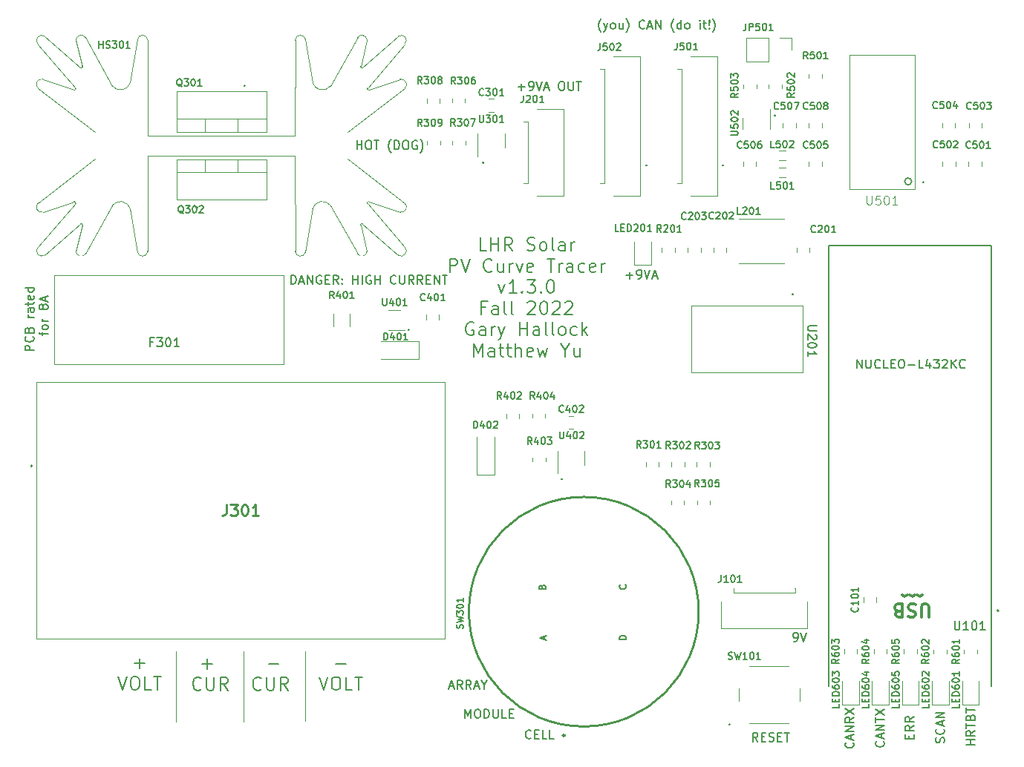
<source format=gbr>
%TF.GenerationSoftware,KiCad,Pcbnew,(6.0.1)*%
%TF.CreationDate,2022-07-17T13:54:31-07:00*%
%TF.ProjectId,IV Curve Tracer,49562043-7572-4766-9520-547261636572,1.3.0*%
%TF.SameCoordinates,PX1b50300PY6843e50*%
%TF.FileFunction,Legend,Top*%
%TF.FilePolarity,Positive*%
%FSLAX46Y46*%
G04 Gerber Fmt 4.6, Leading zero omitted, Abs format (unit mm)*
G04 Created by KiCad (PCBNEW (6.0.1)) date 2022-07-17 13:54:31*
%MOMM*%
%LPD*%
G01*
G04 APERTURE LIST*
%ADD10C,0.120000*%
%ADD11C,0.200000*%
%ADD12C,0.150000*%
%ADD13C,0.300000*%
%ADD14C,0.254000*%
%ADD15C,0.015000*%
%ADD16C,0.127000*%
%ADD17C,0.100000*%
%ADD18C,0.152400*%
G04 APERTURE END LIST*
D10*
X47664989Y-97792654D02*
X47664989Y-105802654D01*
X62414989Y-97762654D02*
X62414989Y-105772654D01*
X55369989Y-97792654D02*
X55369989Y-105802654D01*
D11*
X83108560Y-52073725D02*
X82394274Y-52073725D01*
X82394274Y-50573725D01*
X83608560Y-52073725D02*
X83608560Y-50573725D01*
X83608560Y-51288011D02*
X84465703Y-51288011D01*
X84465703Y-52073725D02*
X84465703Y-50573725D01*
X86037131Y-52073725D02*
X85537131Y-51359439D01*
X85179989Y-52073725D02*
X85179989Y-50573725D01*
X85751417Y-50573725D01*
X85894274Y-50645154D01*
X85965703Y-50716582D01*
X86037131Y-50859439D01*
X86037131Y-51073725D01*
X85965703Y-51216582D01*
X85894274Y-51288011D01*
X85751417Y-51359439D01*
X85179989Y-51359439D01*
X87751417Y-52002296D02*
X87965703Y-52073725D01*
X88322846Y-52073725D01*
X88465703Y-52002296D01*
X88537131Y-51930868D01*
X88608560Y-51788011D01*
X88608560Y-51645154D01*
X88537131Y-51502296D01*
X88465703Y-51430868D01*
X88322846Y-51359439D01*
X88037131Y-51288011D01*
X87894274Y-51216582D01*
X87822846Y-51145154D01*
X87751417Y-51002296D01*
X87751417Y-50859439D01*
X87822846Y-50716582D01*
X87894274Y-50645154D01*
X88037131Y-50573725D01*
X88394274Y-50573725D01*
X88608560Y-50645154D01*
X89465703Y-52073725D02*
X89322846Y-52002296D01*
X89251417Y-51930868D01*
X89179989Y-51788011D01*
X89179989Y-51359439D01*
X89251417Y-51216582D01*
X89322846Y-51145154D01*
X89465703Y-51073725D01*
X89679989Y-51073725D01*
X89822846Y-51145154D01*
X89894274Y-51216582D01*
X89965703Y-51359439D01*
X89965703Y-51788011D01*
X89894274Y-51930868D01*
X89822846Y-52002296D01*
X89679989Y-52073725D01*
X89465703Y-52073725D01*
X90822846Y-52073725D02*
X90679989Y-52002296D01*
X90608560Y-51859439D01*
X90608560Y-50573725D01*
X92037131Y-52073725D02*
X92037131Y-51288011D01*
X91965703Y-51145154D01*
X91822846Y-51073725D01*
X91537131Y-51073725D01*
X91394274Y-51145154D01*
X92037131Y-52002296D02*
X91894274Y-52073725D01*
X91537131Y-52073725D01*
X91394274Y-52002296D01*
X91322846Y-51859439D01*
X91322846Y-51716582D01*
X91394274Y-51573725D01*
X91537131Y-51502296D01*
X91894274Y-51502296D01*
X92037131Y-51430868D01*
X92751417Y-52073725D02*
X92751417Y-51073725D01*
X92751417Y-51359439D02*
X92822846Y-51216582D01*
X92894274Y-51145154D01*
X93037131Y-51073725D01*
X93179989Y-51073725D01*
X78929989Y-54488725D02*
X78929989Y-52988725D01*
X79501417Y-52988725D01*
X79644274Y-53060154D01*
X79715703Y-53131582D01*
X79787131Y-53274439D01*
X79787131Y-53488725D01*
X79715703Y-53631582D01*
X79644274Y-53703011D01*
X79501417Y-53774439D01*
X78929989Y-53774439D01*
X80215703Y-52988725D02*
X80715703Y-54488725D01*
X81215703Y-52988725D01*
X83715703Y-54345868D02*
X83644274Y-54417296D01*
X83429989Y-54488725D01*
X83287131Y-54488725D01*
X83072846Y-54417296D01*
X82929989Y-54274439D01*
X82858560Y-54131582D01*
X82787131Y-53845868D01*
X82787131Y-53631582D01*
X82858560Y-53345868D01*
X82929989Y-53203011D01*
X83072846Y-53060154D01*
X83287131Y-52988725D01*
X83429989Y-52988725D01*
X83644274Y-53060154D01*
X83715703Y-53131582D01*
X85001417Y-53488725D02*
X85001417Y-54488725D01*
X84358560Y-53488725D02*
X84358560Y-54274439D01*
X84429989Y-54417296D01*
X84572846Y-54488725D01*
X84787131Y-54488725D01*
X84929989Y-54417296D01*
X85001417Y-54345868D01*
X85715703Y-54488725D02*
X85715703Y-53488725D01*
X85715703Y-53774439D02*
X85787131Y-53631582D01*
X85858560Y-53560154D01*
X86001417Y-53488725D01*
X86144274Y-53488725D01*
X86501417Y-53488725D02*
X86858560Y-54488725D01*
X87215703Y-53488725D01*
X88358560Y-54417296D02*
X88215703Y-54488725D01*
X87929989Y-54488725D01*
X87787131Y-54417296D01*
X87715703Y-54274439D01*
X87715703Y-53703011D01*
X87787131Y-53560154D01*
X87929989Y-53488725D01*
X88215703Y-53488725D01*
X88358560Y-53560154D01*
X88429989Y-53703011D01*
X88429989Y-53845868D01*
X87715703Y-53988725D01*
X90001417Y-52988725D02*
X90858560Y-52988725D01*
X90429989Y-54488725D02*
X90429989Y-52988725D01*
X91358560Y-54488725D02*
X91358560Y-53488725D01*
X91358560Y-53774439D02*
X91429989Y-53631582D01*
X91501417Y-53560154D01*
X91644274Y-53488725D01*
X91787131Y-53488725D01*
X92929989Y-54488725D02*
X92929989Y-53703011D01*
X92858560Y-53560154D01*
X92715703Y-53488725D01*
X92429989Y-53488725D01*
X92287131Y-53560154D01*
X92929989Y-54417296D02*
X92787131Y-54488725D01*
X92429989Y-54488725D01*
X92287131Y-54417296D01*
X92215703Y-54274439D01*
X92215703Y-54131582D01*
X92287131Y-53988725D01*
X92429989Y-53917296D01*
X92787131Y-53917296D01*
X92929989Y-53845868D01*
X94287131Y-54417296D02*
X94144274Y-54488725D01*
X93858560Y-54488725D01*
X93715703Y-54417296D01*
X93644274Y-54345868D01*
X93572846Y-54203011D01*
X93572846Y-53774439D01*
X93644274Y-53631582D01*
X93715703Y-53560154D01*
X93858560Y-53488725D01*
X94144274Y-53488725D01*
X94287131Y-53560154D01*
X95501417Y-54417296D02*
X95358560Y-54488725D01*
X95072846Y-54488725D01*
X94929989Y-54417296D01*
X94858560Y-54274439D01*
X94858560Y-53703011D01*
X94929989Y-53560154D01*
X95072846Y-53488725D01*
X95358560Y-53488725D01*
X95501417Y-53560154D01*
X95572846Y-53703011D01*
X95572846Y-53845868D01*
X94858560Y-53988725D01*
X96215703Y-54488725D02*
X96215703Y-53488725D01*
X96215703Y-53774439D02*
X96287131Y-53631582D01*
X96358560Y-53560154D01*
X96501417Y-53488725D01*
X96644274Y-53488725D01*
X84465703Y-55903725D02*
X84822846Y-56903725D01*
X85179989Y-55903725D01*
X86537131Y-56903725D02*
X85679989Y-56903725D01*
X86108560Y-56903725D02*
X86108560Y-55403725D01*
X85965703Y-55618011D01*
X85822846Y-55760868D01*
X85679989Y-55832296D01*
X87179989Y-56760868D02*
X87251417Y-56832296D01*
X87179989Y-56903725D01*
X87108560Y-56832296D01*
X87179989Y-56760868D01*
X87179989Y-56903725D01*
X87751417Y-55403725D02*
X88679989Y-55403725D01*
X88179989Y-55975154D01*
X88394274Y-55975154D01*
X88537131Y-56046582D01*
X88608560Y-56118011D01*
X88679989Y-56260868D01*
X88679989Y-56618011D01*
X88608560Y-56760868D01*
X88537131Y-56832296D01*
X88394274Y-56903725D01*
X87965703Y-56903725D01*
X87822846Y-56832296D01*
X87751417Y-56760868D01*
X89322846Y-56760868D02*
X89394274Y-56832296D01*
X89322846Y-56903725D01*
X89251417Y-56832296D01*
X89322846Y-56760868D01*
X89322846Y-56903725D01*
X90322846Y-55403725D02*
X90465703Y-55403725D01*
X90608560Y-55475154D01*
X90679989Y-55546582D01*
X90751417Y-55689439D01*
X90822846Y-55975154D01*
X90822846Y-56332296D01*
X90751417Y-56618011D01*
X90679989Y-56760868D01*
X90608560Y-56832296D01*
X90465703Y-56903725D01*
X90322846Y-56903725D01*
X90179989Y-56832296D01*
X90108560Y-56760868D01*
X90037131Y-56618011D01*
X89965703Y-56332296D01*
X89965703Y-55975154D01*
X90037131Y-55689439D01*
X90108560Y-55546582D01*
X90179989Y-55475154D01*
X90322846Y-55403725D01*
X83001417Y-58533011D02*
X82501417Y-58533011D01*
X82501417Y-59318725D02*
X82501417Y-57818725D01*
X83215703Y-57818725D01*
X84429989Y-59318725D02*
X84429989Y-58533011D01*
X84358560Y-58390154D01*
X84215703Y-58318725D01*
X83929989Y-58318725D01*
X83787131Y-58390154D01*
X84429989Y-59247296D02*
X84287131Y-59318725D01*
X83929989Y-59318725D01*
X83787131Y-59247296D01*
X83715703Y-59104439D01*
X83715703Y-58961582D01*
X83787131Y-58818725D01*
X83929989Y-58747296D01*
X84287131Y-58747296D01*
X84429989Y-58675868D01*
X85358560Y-59318725D02*
X85215703Y-59247296D01*
X85144274Y-59104439D01*
X85144274Y-57818725D01*
X86144274Y-59318725D02*
X86001417Y-59247296D01*
X85929989Y-59104439D01*
X85929989Y-57818725D01*
X87787131Y-57961582D02*
X87858560Y-57890154D01*
X88001417Y-57818725D01*
X88358560Y-57818725D01*
X88501417Y-57890154D01*
X88572846Y-57961582D01*
X88644274Y-58104439D01*
X88644274Y-58247296D01*
X88572846Y-58461582D01*
X87715703Y-59318725D01*
X88644274Y-59318725D01*
X89572846Y-57818725D02*
X89715703Y-57818725D01*
X89858560Y-57890154D01*
X89929989Y-57961582D01*
X90001417Y-58104439D01*
X90072846Y-58390154D01*
X90072846Y-58747296D01*
X90001417Y-59033011D01*
X89929989Y-59175868D01*
X89858560Y-59247296D01*
X89715703Y-59318725D01*
X89572846Y-59318725D01*
X89429989Y-59247296D01*
X89358560Y-59175868D01*
X89287131Y-59033011D01*
X89215703Y-58747296D01*
X89215703Y-58390154D01*
X89287131Y-58104439D01*
X89358560Y-57961582D01*
X89429989Y-57890154D01*
X89572846Y-57818725D01*
X90644274Y-57961582D02*
X90715703Y-57890154D01*
X90858560Y-57818725D01*
X91215703Y-57818725D01*
X91358560Y-57890154D01*
X91429989Y-57961582D01*
X91501417Y-58104439D01*
X91501417Y-58247296D01*
X91429989Y-58461582D01*
X90572846Y-59318725D01*
X91501417Y-59318725D01*
X92072846Y-57961582D02*
X92144274Y-57890154D01*
X92287131Y-57818725D01*
X92644274Y-57818725D01*
X92787131Y-57890154D01*
X92858560Y-57961582D01*
X92929989Y-58104439D01*
X92929989Y-58247296D01*
X92858560Y-58461582D01*
X92001417Y-59318725D01*
X92929989Y-59318725D01*
X81608560Y-60305154D02*
X81465703Y-60233725D01*
X81251417Y-60233725D01*
X81037131Y-60305154D01*
X80894274Y-60448011D01*
X80822846Y-60590868D01*
X80751417Y-60876582D01*
X80751417Y-61090868D01*
X80822846Y-61376582D01*
X80894274Y-61519439D01*
X81037131Y-61662296D01*
X81251417Y-61733725D01*
X81394274Y-61733725D01*
X81608560Y-61662296D01*
X81679989Y-61590868D01*
X81679989Y-61090868D01*
X81394274Y-61090868D01*
X82965703Y-61733725D02*
X82965703Y-60948011D01*
X82894274Y-60805154D01*
X82751417Y-60733725D01*
X82465703Y-60733725D01*
X82322846Y-60805154D01*
X82965703Y-61662296D02*
X82822846Y-61733725D01*
X82465703Y-61733725D01*
X82322846Y-61662296D01*
X82251417Y-61519439D01*
X82251417Y-61376582D01*
X82322846Y-61233725D01*
X82465703Y-61162296D01*
X82822846Y-61162296D01*
X82965703Y-61090868D01*
X83679989Y-61733725D02*
X83679989Y-60733725D01*
X83679989Y-61019439D02*
X83751417Y-60876582D01*
X83822846Y-60805154D01*
X83965703Y-60733725D01*
X84108560Y-60733725D01*
X84465703Y-60733725D02*
X84822846Y-61733725D01*
X85179989Y-60733725D02*
X84822846Y-61733725D01*
X84679989Y-62090868D01*
X84608560Y-62162296D01*
X84465703Y-62233725D01*
X86894274Y-61733725D02*
X86894274Y-60233725D01*
X86894274Y-60948011D02*
X87751417Y-60948011D01*
X87751417Y-61733725D02*
X87751417Y-60233725D01*
X89108560Y-61733725D02*
X89108560Y-60948011D01*
X89037131Y-60805154D01*
X88894274Y-60733725D01*
X88608560Y-60733725D01*
X88465703Y-60805154D01*
X89108560Y-61662296D02*
X88965703Y-61733725D01*
X88608560Y-61733725D01*
X88465703Y-61662296D01*
X88394274Y-61519439D01*
X88394274Y-61376582D01*
X88465703Y-61233725D01*
X88608560Y-61162296D01*
X88965703Y-61162296D01*
X89108560Y-61090868D01*
X90037131Y-61733725D02*
X89894274Y-61662296D01*
X89822846Y-61519439D01*
X89822846Y-60233725D01*
X90822846Y-61733725D02*
X90679989Y-61662296D01*
X90608560Y-61519439D01*
X90608560Y-60233725D01*
X91608560Y-61733725D02*
X91465703Y-61662296D01*
X91394274Y-61590868D01*
X91322846Y-61448011D01*
X91322846Y-61019439D01*
X91394274Y-60876582D01*
X91465703Y-60805154D01*
X91608560Y-60733725D01*
X91822846Y-60733725D01*
X91965703Y-60805154D01*
X92037131Y-60876582D01*
X92108560Y-61019439D01*
X92108560Y-61448011D01*
X92037131Y-61590868D01*
X91965703Y-61662296D01*
X91822846Y-61733725D01*
X91608560Y-61733725D01*
X93394274Y-61662296D02*
X93251417Y-61733725D01*
X92965703Y-61733725D01*
X92822846Y-61662296D01*
X92751417Y-61590868D01*
X92679989Y-61448011D01*
X92679989Y-61019439D01*
X92751417Y-60876582D01*
X92822846Y-60805154D01*
X92965703Y-60733725D01*
X93251417Y-60733725D01*
X93394274Y-60805154D01*
X94037131Y-61733725D02*
X94037131Y-60233725D01*
X94179989Y-61162296D02*
X94608560Y-61733725D01*
X94608560Y-60733725D02*
X94037131Y-61305154D01*
X81644274Y-64148725D02*
X81644274Y-62648725D01*
X82144274Y-63720154D01*
X82644274Y-62648725D01*
X82644274Y-64148725D01*
X84001417Y-64148725D02*
X84001417Y-63363011D01*
X83929989Y-63220154D01*
X83787131Y-63148725D01*
X83501417Y-63148725D01*
X83358560Y-63220154D01*
X84001417Y-64077296D02*
X83858560Y-64148725D01*
X83501417Y-64148725D01*
X83358560Y-64077296D01*
X83287131Y-63934439D01*
X83287131Y-63791582D01*
X83358560Y-63648725D01*
X83501417Y-63577296D01*
X83858560Y-63577296D01*
X84001417Y-63505868D01*
X84501417Y-63148725D02*
X85072846Y-63148725D01*
X84715703Y-62648725D02*
X84715703Y-63934439D01*
X84787131Y-64077296D01*
X84929989Y-64148725D01*
X85072846Y-64148725D01*
X85358560Y-63148725D02*
X85929989Y-63148725D01*
X85572846Y-62648725D02*
X85572846Y-63934439D01*
X85644274Y-64077296D01*
X85787131Y-64148725D01*
X85929989Y-64148725D01*
X86429989Y-64148725D02*
X86429989Y-62648725D01*
X87072846Y-64148725D02*
X87072846Y-63363011D01*
X87001417Y-63220154D01*
X86858560Y-63148725D01*
X86644274Y-63148725D01*
X86501417Y-63220154D01*
X86429989Y-63291582D01*
X88358560Y-64077296D02*
X88215703Y-64148725D01*
X87929989Y-64148725D01*
X87787131Y-64077296D01*
X87715703Y-63934439D01*
X87715703Y-63363011D01*
X87787131Y-63220154D01*
X87929989Y-63148725D01*
X88215703Y-63148725D01*
X88358560Y-63220154D01*
X88429989Y-63363011D01*
X88429989Y-63505868D01*
X87715703Y-63648725D01*
X88929989Y-63148725D02*
X89215703Y-64148725D01*
X89501417Y-63434439D01*
X89787131Y-64148725D01*
X90072846Y-63148725D01*
X92072846Y-63434439D02*
X92072846Y-64148725D01*
X91572846Y-62648725D02*
X92072846Y-63434439D01*
X92572846Y-62648725D01*
X93715703Y-63148725D02*
X93715703Y-64148725D01*
X93072846Y-63148725D02*
X93072846Y-63934439D01*
X93144274Y-64077296D01*
X93287131Y-64148725D01*
X93501417Y-64148725D01*
X93644274Y-64077296D01*
X93715703Y-64005868D01*
D12*
X78874750Y-101799320D02*
X79350941Y-101799320D01*
X78779512Y-102085034D02*
X79112846Y-101085034D01*
X79446179Y-102085034D01*
X80350941Y-102085034D02*
X80017608Y-101608844D01*
X79779512Y-102085034D02*
X79779512Y-101085034D01*
X80160465Y-101085034D01*
X80255703Y-101132654D01*
X80303322Y-101180273D01*
X80350941Y-101275511D01*
X80350941Y-101418368D01*
X80303322Y-101513606D01*
X80255703Y-101561225D01*
X80160465Y-101608844D01*
X79779512Y-101608844D01*
X81350941Y-102085034D02*
X81017608Y-101608844D01*
X80779512Y-102085034D02*
X80779512Y-101085034D01*
X81160465Y-101085034D01*
X81255703Y-101132654D01*
X81303322Y-101180273D01*
X81350941Y-101275511D01*
X81350941Y-101418368D01*
X81303322Y-101513606D01*
X81255703Y-101561225D01*
X81160465Y-101608844D01*
X80779512Y-101608844D01*
X81731893Y-101799320D02*
X82208084Y-101799320D01*
X81636655Y-102085034D02*
X81969989Y-101085034D01*
X82303322Y-102085034D01*
X82827131Y-101608844D02*
X82827131Y-102085034D01*
X82493798Y-101085034D02*
X82827131Y-101608844D01*
X83160465Y-101085034D01*
X125327131Y-65485034D02*
X125327131Y-64485034D01*
X125898560Y-65485034D01*
X125898560Y-64485034D01*
X126374750Y-64485034D02*
X126374750Y-65294558D01*
X126422369Y-65389796D01*
X126469989Y-65437415D01*
X126565227Y-65485034D01*
X126755703Y-65485034D01*
X126850941Y-65437415D01*
X126898560Y-65389796D01*
X126946179Y-65294558D01*
X126946179Y-64485034D01*
X127993798Y-65389796D02*
X127946179Y-65437415D01*
X127803322Y-65485034D01*
X127708084Y-65485034D01*
X127565227Y-65437415D01*
X127469989Y-65342177D01*
X127422369Y-65246939D01*
X127374750Y-65056463D01*
X127374750Y-64913606D01*
X127422369Y-64723130D01*
X127469989Y-64627892D01*
X127565227Y-64532654D01*
X127708084Y-64485034D01*
X127803322Y-64485034D01*
X127946179Y-64532654D01*
X127993798Y-64580273D01*
X128898560Y-65485034D02*
X128422369Y-65485034D01*
X128422369Y-64485034D01*
X129231893Y-64961225D02*
X129565227Y-64961225D01*
X129708084Y-65485034D02*
X129231893Y-65485034D01*
X129231893Y-64485034D01*
X129708084Y-64485034D01*
X130327131Y-64485034D02*
X130517608Y-64485034D01*
X130612846Y-64532654D01*
X130708084Y-64627892D01*
X130755703Y-64818368D01*
X130755703Y-65151701D01*
X130708084Y-65342177D01*
X130612846Y-65437415D01*
X130517608Y-65485034D01*
X130327131Y-65485034D01*
X130231893Y-65437415D01*
X130136655Y-65342177D01*
X130089036Y-65151701D01*
X130089036Y-64818368D01*
X130136655Y-64627892D01*
X130231893Y-64532654D01*
X130327131Y-64485034D01*
X131184274Y-65104082D02*
X131946179Y-65104082D01*
X132898560Y-65485034D02*
X132422369Y-65485034D01*
X132422369Y-64485034D01*
X133660465Y-64818368D02*
X133660465Y-65485034D01*
X133422369Y-64437415D02*
X133184274Y-65151701D01*
X133803322Y-65151701D01*
X134089036Y-64485034D02*
X134708084Y-64485034D01*
X134374750Y-64865987D01*
X134517608Y-64865987D01*
X134612846Y-64913606D01*
X134660465Y-64961225D01*
X134708084Y-65056463D01*
X134708084Y-65294558D01*
X134660465Y-65389796D01*
X134612846Y-65437415D01*
X134517608Y-65485034D01*
X134231893Y-65485034D01*
X134136655Y-65437415D01*
X134089036Y-65389796D01*
X135089036Y-64580273D02*
X135136655Y-64532654D01*
X135231893Y-64485034D01*
X135469989Y-64485034D01*
X135565227Y-64532654D01*
X135612846Y-64580273D01*
X135660465Y-64675511D01*
X135660465Y-64770749D01*
X135612846Y-64913606D01*
X135041417Y-65485034D01*
X135660465Y-65485034D01*
X136089036Y-65485034D02*
X136089036Y-64485034D01*
X136660465Y-65485034D02*
X136231893Y-64913606D01*
X136660465Y-64485034D02*
X136089036Y-65056463D01*
X137660465Y-65389796D02*
X137612846Y-65437415D01*
X137469989Y-65485034D01*
X137374750Y-65485034D01*
X137231893Y-65437415D01*
X137136655Y-65342177D01*
X137089036Y-65246939D01*
X137041417Y-65056463D01*
X137041417Y-64913606D01*
X137089036Y-64723130D01*
X137136655Y-64627892D01*
X137231893Y-64532654D01*
X137374750Y-64485034D01*
X137469989Y-64485034D01*
X137612846Y-64532654D01*
X137660465Y-64580273D01*
X91699989Y-78069796D02*
X91747608Y-78117415D01*
X91699989Y-78165034D01*
X91652369Y-78117415D01*
X91699989Y-78069796D01*
X91699989Y-78165034D01*
X110794989Y-106064796D02*
X110842608Y-106112415D01*
X110794989Y-106160034D01*
X110747369Y-106112415D01*
X110794989Y-106064796D01*
X110794989Y-106160034D01*
X82709989Y-41949796D02*
X82757608Y-41997415D01*
X82709989Y-42045034D01*
X82662369Y-41997415D01*
X82709989Y-41949796D01*
X82709989Y-42045034D01*
X68318084Y-40490034D02*
X68318084Y-39490034D01*
X68318084Y-39966225D02*
X68889512Y-39966225D01*
X68889512Y-40490034D02*
X68889512Y-39490034D01*
X69556179Y-39490034D02*
X69746655Y-39490034D01*
X69841893Y-39537654D01*
X69937131Y-39632892D01*
X69984750Y-39823368D01*
X69984750Y-40156701D01*
X69937131Y-40347177D01*
X69841893Y-40442415D01*
X69746655Y-40490034D01*
X69556179Y-40490034D01*
X69460941Y-40442415D01*
X69365703Y-40347177D01*
X69318084Y-40156701D01*
X69318084Y-39823368D01*
X69365703Y-39632892D01*
X69460941Y-39537654D01*
X69556179Y-39490034D01*
X70270465Y-39490034D02*
X70841893Y-39490034D01*
X70556179Y-40490034D02*
X70556179Y-39490034D01*
X72222846Y-40870987D02*
X72175227Y-40823368D01*
X72079989Y-40680511D01*
X72032369Y-40585273D01*
X71984750Y-40442415D01*
X71937131Y-40204320D01*
X71937131Y-40013844D01*
X71984750Y-39775749D01*
X72032369Y-39632892D01*
X72079989Y-39537654D01*
X72175227Y-39394796D01*
X72222846Y-39347177D01*
X72603798Y-40490034D02*
X72603798Y-39490034D01*
X72841893Y-39490034D01*
X72984750Y-39537654D01*
X73079989Y-39632892D01*
X73127608Y-39728130D01*
X73175227Y-39918606D01*
X73175227Y-40061463D01*
X73127608Y-40251939D01*
X73079989Y-40347177D01*
X72984750Y-40442415D01*
X72841893Y-40490034D01*
X72603798Y-40490034D01*
X73794274Y-39490034D02*
X73984750Y-39490034D01*
X74079989Y-39537654D01*
X74175227Y-39632892D01*
X74222846Y-39823368D01*
X74222846Y-40156701D01*
X74175227Y-40347177D01*
X74079989Y-40442415D01*
X73984750Y-40490034D01*
X73794274Y-40490034D01*
X73699036Y-40442415D01*
X73603798Y-40347177D01*
X73556179Y-40156701D01*
X73556179Y-39823368D01*
X73603798Y-39632892D01*
X73699036Y-39537654D01*
X73794274Y-39490034D01*
X75175227Y-39537654D02*
X75079989Y-39490034D01*
X74937131Y-39490034D01*
X74794274Y-39537654D01*
X74699036Y-39632892D01*
X74651417Y-39728130D01*
X74603798Y-39918606D01*
X74603798Y-40061463D01*
X74651417Y-40251939D01*
X74699036Y-40347177D01*
X74794274Y-40442415D01*
X74937131Y-40490034D01*
X75032369Y-40490034D01*
X75175227Y-40442415D01*
X75222846Y-40394796D01*
X75222846Y-40061463D01*
X75032369Y-40061463D01*
X75556179Y-40870987D02*
X75603798Y-40823368D01*
X75699036Y-40680511D01*
X75746655Y-40585273D01*
X75794274Y-40442415D01*
X75841893Y-40204320D01*
X75841893Y-40013844D01*
X75794274Y-39775749D01*
X75746655Y-39632892D01*
X75699036Y-39537654D01*
X75603798Y-39394796D01*
X75556179Y-39347177D01*
X138792369Y-108465273D02*
X137792369Y-108465273D01*
X138268560Y-108465273D02*
X138268560Y-107893844D01*
X138792369Y-107893844D02*
X137792369Y-107893844D01*
X138792369Y-106846225D02*
X138316179Y-107179558D01*
X138792369Y-107417654D02*
X137792369Y-107417654D01*
X137792369Y-107036701D01*
X137839989Y-106941463D01*
X137887608Y-106893844D01*
X137982846Y-106846225D01*
X138125703Y-106846225D01*
X138220941Y-106893844D01*
X138268560Y-106941463D01*
X138316179Y-107036701D01*
X138316179Y-107417654D01*
X137792369Y-106560511D02*
X137792369Y-105989082D01*
X138792369Y-106274796D02*
X137792369Y-106274796D01*
X138268560Y-105322415D02*
X138316179Y-105179558D01*
X138363798Y-105131939D01*
X138459036Y-105084320D01*
X138601893Y-105084320D01*
X138697131Y-105131939D01*
X138744750Y-105179558D01*
X138792369Y-105274796D01*
X138792369Y-105655749D01*
X137792369Y-105655749D01*
X137792369Y-105322415D01*
X137839989Y-105227177D01*
X137887608Y-105179558D01*
X137982846Y-105131939D01*
X138078084Y-105131939D01*
X138173322Y-105179558D01*
X138220941Y-105227177D01*
X138268560Y-105322415D01*
X138268560Y-105655749D01*
X137792369Y-104798606D02*
X137792369Y-104227177D01*
X138792369Y-104512892D02*
X137792369Y-104512892D01*
D11*
X65903560Y-99227296D02*
X67046417Y-99227296D01*
X64010703Y-100713725D02*
X64510703Y-102213725D01*
X65010703Y-100713725D01*
X65796417Y-100713725D02*
X66082131Y-100713725D01*
X66224989Y-100785154D01*
X66367846Y-100928011D01*
X66439274Y-101213725D01*
X66439274Y-101713725D01*
X66367846Y-101999439D01*
X66224989Y-102142296D01*
X66082131Y-102213725D01*
X65796417Y-102213725D01*
X65653560Y-102142296D01*
X65510703Y-101999439D01*
X65439274Y-101713725D01*
X65439274Y-101213725D01*
X65510703Y-100928011D01*
X65653560Y-100785154D01*
X65796417Y-100713725D01*
X67796417Y-102213725D02*
X67082131Y-102213725D01*
X67082131Y-100713725D01*
X68082131Y-100713725D02*
X68939274Y-100713725D01*
X68510703Y-102213725D02*
X68510703Y-100713725D01*
D12*
X74257846Y-61067654D02*
X74210227Y-61115273D01*
X74162608Y-61067654D01*
X74210227Y-61020034D01*
X74257846Y-61067654D01*
X74162608Y-61067654D01*
D11*
X42983560Y-99167296D02*
X44126417Y-99167296D01*
X43554989Y-99738725D02*
X43554989Y-98595868D01*
X41090703Y-100653725D02*
X41590703Y-102153725D01*
X42090703Y-100653725D01*
X42876417Y-100653725D02*
X43162131Y-100653725D01*
X43304989Y-100725154D01*
X43447846Y-100868011D01*
X43519274Y-101153725D01*
X43519274Y-101653725D01*
X43447846Y-101939439D01*
X43304989Y-102082296D01*
X43162131Y-102153725D01*
X42876417Y-102153725D01*
X42733560Y-102082296D01*
X42590703Y-101939439D01*
X42519274Y-101653725D01*
X42519274Y-101153725D01*
X42590703Y-100868011D01*
X42733560Y-100725154D01*
X42876417Y-100653725D01*
X44876417Y-102153725D02*
X44162131Y-102153725D01*
X44162131Y-100653725D01*
X45162131Y-100653725D02*
X46019274Y-100653725D01*
X45590703Y-102153725D02*
X45590703Y-100653725D01*
D12*
X99035703Y-54874082D02*
X99797608Y-54874082D01*
X99416655Y-55255034D02*
X99416655Y-54493130D01*
X100321417Y-55255034D02*
X100511893Y-55255034D01*
X100607131Y-55207415D01*
X100654750Y-55159796D01*
X100749989Y-55016939D01*
X100797608Y-54826463D01*
X100797608Y-54445511D01*
X100749989Y-54350273D01*
X100702369Y-54302654D01*
X100607131Y-54255034D01*
X100416655Y-54255034D01*
X100321417Y-54302654D01*
X100273798Y-54350273D01*
X100226179Y-54445511D01*
X100226179Y-54683606D01*
X100273798Y-54778844D01*
X100321417Y-54826463D01*
X100416655Y-54874082D01*
X100607131Y-54874082D01*
X100702369Y-54826463D01*
X100749989Y-54778844D01*
X100797608Y-54683606D01*
X101083322Y-54255034D02*
X101416655Y-55255034D01*
X101749989Y-54255034D01*
X102035703Y-54969320D02*
X102511893Y-54969320D01*
X101940465Y-55255034D02*
X102273798Y-54255034D01*
X102607131Y-55255034D01*
X91914989Y-107349796D02*
X91962608Y-107397415D01*
X91914989Y-107445034D01*
X91867369Y-107397415D01*
X91914989Y-107349796D01*
X91914989Y-107445034D01*
X31487369Y-63435034D02*
X30487369Y-63435034D01*
X30487369Y-63054082D01*
X30534989Y-62958844D01*
X30582608Y-62911225D01*
X30677846Y-62863606D01*
X30820703Y-62863606D01*
X30915941Y-62911225D01*
X30963560Y-62958844D01*
X31011179Y-63054082D01*
X31011179Y-63435034D01*
X31392131Y-61863606D02*
X31439750Y-61911225D01*
X31487369Y-62054082D01*
X31487369Y-62149320D01*
X31439750Y-62292177D01*
X31344512Y-62387415D01*
X31249274Y-62435034D01*
X31058798Y-62482654D01*
X30915941Y-62482654D01*
X30725465Y-62435034D01*
X30630227Y-62387415D01*
X30534989Y-62292177D01*
X30487369Y-62149320D01*
X30487369Y-62054082D01*
X30534989Y-61911225D01*
X30582608Y-61863606D01*
X30963560Y-61101701D02*
X31011179Y-60958844D01*
X31058798Y-60911225D01*
X31154036Y-60863606D01*
X31296893Y-60863606D01*
X31392131Y-60911225D01*
X31439750Y-60958844D01*
X31487369Y-61054082D01*
X31487369Y-61435034D01*
X30487369Y-61435034D01*
X30487369Y-61101701D01*
X30534989Y-61006463D01*
X30582608Y-60958844D01*
X30677846Y-60911225D01*
X30773084Y-60911225D01*
X30868322Y-60958844D01*
X30915941Y-61006463D01*
X30963560Y-61101701D01*
X30963560Y-61435034D01*
X31487369Y-59673130D02*
X30820703Y-59673130D01*
X31011179Y-59673130D02*
X30915941Y-59625511D01*
X30868322Y-59577892D01*
X30820703Y-59482654D01*
X30820703Y-59387415D01*
X31487369Y-58625511D02*
X30963560Y-58625511D01*
X30868322Y-58673130D01*
X30820703Y-58768368D01*
X30820703Y-58958844D01*
X30868322Y-59054082D01*
X31439750Y-58625511D02*
X31487369Y-58720749D01*
X31487369Y-58958844D01*
X31439750Y-59054082D01*
X31344512Y-59101701D01*
X31249274Y-59101701D01*
X31154036Y-59054082D01*
X31106417Y-58958844D01*
X31106417Y-58720749D01*
X31058798Y-58625511D01*
X30820703Y-58292177D02*
X30820703Y-57911225D01*
X30487369Y-58149320D02*
X31344512Y-58149320D01*
X31439750Y-58101701D01*
X31487369Y-58006463D01*
X31487369Y-57911225D01*
X31439750Y-57196939D02*
X31487369Y-57292177D01*
X31487369Y-57482654D01*
X31439750Y-57577892D01*
X31344512Y-57625511D01*
X30963560Y-57625511D01*
X30868322Y-57577892D01*
X30820703Y-57482654D01*
X30820703Y-57292177D01*
X30868322Y-57196939D01*
X30963560Y-57149320D01*
X31058798Y-57149320D01*
X31154036Y-57625511D01*
X31487369Y-56292177D02*
X30487369Y-56292177D01*
X31439750Y-56292177D02*
X31487369Y-56387415D01*
X31487369Y-56577892D01*
X31439750Y-56673130D01*
X31392131Y-56720749D01*
X31296893Y-56768368D01*
X31011179Y-56768368D01*
X30915941Y-56720749D01*
X30868322Y-56673130D01*
X30820703Y-56577892D01*
X30820703Y-56387415D01*
X30868322Y-56292177D01*
X32430703Y-61720749D02*
X32430703Y-61339796D01*
X33097369Y-61577892D02*
X32240227Y-61577892D01*
X32144989Y-61530273D01*
X32097369Y-61435034D01*
X32097369Y-61339796D01*
X33097369Y-60863606D02*
X33049750Y-60958844D01*
X33002131Y-61006463D01*
X32906893Y-61054082D01*
X32621179Y-61054082D01*
X32525941Y-61006463D01*
X32478322Y-60958844D01*
X32430703Y-60863606D01*
X32430703Y-60720749D01*
X32478322Y-60625511D01*
X32525941Y-60577892D01*
X32621179Y-60530273D01*
X32906893Y-60530273D01*
X33002131Y-60577892D01*
X33049750Y-60625511D01*
X33097369Y-60720749D01*
X33097369Y-60863606D01*
X33097369Y-60101701D02*
X32430703Y-60101701D01*
X32621179Y-60101701D02*
X32525941Y-60054082D01*
X32478322Y-60006463D01*
X32430703Y-59911225D01*
X32430703Y-59815987D01*
X32525941Y-58577892D02*
X32478322Y-58673130D01*
X32430703Y-58720749D01*
X32335465Y-58768368D01*
X32287846Y-58768368D01*
X32192608Y-58720749D01*
X32144989Y-58673130D01*
X32097369Y-58577892D01*
X32097369Y-58387415D01*
X32144989Y-58292177D01*
X32192608Y-58244558D01*
X32287846Y-58196939D01*
X32335465Y-58196939D01*
X32430703Y-58244558D01*
X32478322Y-58292177D01*
X32525941Y-58387415D01*
X32525941Y-58577892D01*
X32573560Y-58673130D01*
X32621179Y-58720749D01*
X32716417Y-58768368D01*
X32906893Y-58768368D01*
X33002131Y-58720749D01*
X33049750Y-58673130D01*
X33097369Y-58577892D01*
X33097369Y-58387415D01*
X33049750Y-58292177D01*
X33002131Y-58244558D01*
X32906893Y-58196939D01*
X32716417Y-58196939D01*
X32621179Y-58244558D01*
X32573560Y-58292177D01*
X32525941Y-58387415D01*
X32811655Y-57815987D02*
X32811655Y-57339796D01*
X33097369Y-57911225D02*
X32097369Y-57577892D01*
X33097369Y-57244558D01*
X88167608Y-107679796D02*
X88119989Y-107727415D01*
X87977131Y-107775034D01*
X87881893Y-107775034D01*
X87739036Y-107727415D01*
X87643798Y-107632177D01*
X87596179Y-107536939D01*
X87548560Y-107346463D01*
X87548560Y-107203606D01*
X87596179Y-107013130D01*
X87643798Y-106917892D01*
X87739036Y-106822654D01*
X87881893Y-106775034D01*
X87977131Y-106775034D01*
X88119989Y-106822654D01*
X88167608Y-106870273D01*
X88596179Y-107251225D02*
X88929512Y-107251225D01*
X89072369Y-107775034D02*
X88596179Y-107775034D01*
X88596179Y-106775034D01*
X89072369Y-106775034D01*
X89977131Y-107775034D02*
X89500941Y-107775034D01*
X89500941Y-106775034D01*
X90786655Y-107775034D02*
X90310465Y-107775034D01*
X90310465Y-106775034D01*
X50064989Y-47074796D02*
X50112608Y-47122415D01*
X50064989Y-47170034D01*
X50017369Y-47122415D01*
X50064989Y-47074796D01*
X50064989Y-47170034D01*
X135274750Y-108210749D02*
X135322369Y-108067892D01*
X135322369Y-107829796D01*
X135274750Y-107734558D01*
X135227131Y-107686939D01*
X135131893Y-107639320D01*
X135036655Y-107639320D01*
X134941417Y-107686939D01*
X134893798Y-107734558D01*
X134846179Y-107829796D01*
X134798560Y-108020273D01*
X134750941Y-108115511D01*
X134703322Y-108163130D01*
X134608084Y-108210749D01*
X134512846Y-108210749D01*
X134417608Y-108163130D01*
X134369989Y-108115511D01*
X134322369Y-108020273D01*
X134322369Y-107782177D01*
X134369989Y-107639320D01*
X135227131Y-106639320D02*
X135274750Y-106686939D01*
X135322369Y-106829796D01*
X135322369Y-106925034D01*
X135274750Y-107067892D01*
X135179512Y-107163130D01*
X135084274Y-107210749D01*
X134893798Y-107258368D01*
X134750941Y-107258368D01*
X134560465Y-107210749D01*
X134465227Y-107163130D01*
X134369989Y-107067892D01*
X134322369Y-106925034D01*
X134322369Y-106829796D01*
X134369989Y-106686939D01*
X134417608Y-106639320D01*
X135036655Y-106258368D02*
X135036655Y-105782177D01*
X135322369Y-106353606D02*
X134322369Y-106020273D01*
X135322369Y-105686939D01*
X135322369Y-105353606D02*
X134322369Y-105353606D01*
X135322369Y-104782177D01*
X134322369Y-104782177D01*
X131298560Y-107736939D02*
X131298560Y-107403606D01*
X131822369Y-107260749D02*
X131822369Y-107736939D01*
X130822369Y-107736939D01*
X130822369Y-107260749D01*
X131822369Y-106260749D02*
X131346179Y-106594082D01*
X131822369Y-106832177D02*
X130822369Y-106832177D01*
X130822369Y-106451225D01*
X130869989Y-106355987D01*
X130917608Y-106308368D01*
X131012846Y-106260749D01*
X131155703Y-106260749D01*
X131250941Y-106308368D01*
X131298560Y-106355987D01*
X131346179Y-106451225D01*
X131346179Y-106832177D01*
X131822369Y-105260749D02*
X131346179Y-105594082D01*
X131822369Y-105832177D02*
X130822369Y-105832177D01*
X130822369Y-105451225D01*
X130869989Y-105355987D01*
X130917608Y-105308368D01*
X131012846Y-105260749D01*
X131155703Y-105260749D01*
X131250941Y-105308368D01*
X131298560Y-105355987D01*
X131346179Y-105451225D01*
X131346179Y-105832177D01*
X114032608Y-108080034D02*
X113699274Y-107603844D01*
X113461179Y-108080034D02*
X113461179Y-107080034D01*
X113842131Y-107080034D01*
X113937369Y-107127654D01*
X113984989Y-107175273D01*
X114032608Y-107270511D01*
X114032608Y-107413368D01*
X113984989Y-107508606D01*
X113937369Y-107556225D01*
X113842131Y-107603844D01*
X113461179Y-107603844D01*
X114461179Y-107556225D02*
X114794512Y-107556225D01*
X114937369Y-108080034D02*
X114461179Y-108080034D01*
X114461179Y-107080034D01*
X114937369Y-107080034D01*
X115318322Y-108032415D02*
X115461179Y-108080034D01*
X115699274Y-108080034D01*
X115794512Y-108032415D01*
X115842131Y-107984796D01*
X115889750Y-107889558D01*
X115889750Y-107794320D01*
X115842131Y-107699082D01*
X115794512Y-107651463D01*
X115699274Y-107603844D01*
X115508798Y-107556225D01*
X115413560Y-107508606D01*
X115365941Y-107460987D01*
X115318322Y-107365749D01*
X115318322Y-107270511D01*
X115365941Y-107175273D01*
X115413560Y-107127654D01*
X115508798Y-107080034D01*
X115746893Y-107080034D01*
X115889750Y-107127654D01*
X116318322Y-107556225D02*
X116651655Y-107556225D01*
X116794512Y-108080034D02*
X116318322Y-108080034D01*
X116318322Y-107080034D01*
X116794512Y-107080034D01*
X117080227Y-107080034D02*
X117651655Y-107080034D01*
X117365941Y-108080034D02*
X117365941Y-107080034D01*
X118160941Y-96660034D02*
X118351417Y-96660034D01*
X118446655Y-96612415D01*
X118494274Y-96564796D01*
X118589512Y-96421939D01*
X118637131Y-96231463D01*
X118637131Y-95850511D01*
X118589512Y-95755273D01*
X118541893Y-95707654D01*
X118446655Y-95660034D01*
X118256179Y-95660034D01*
X118160941Y-95707654D01*
X118113322Y-95755273D01*
X118065703Y-95850511D01*
X118065703Y-96088606D01*
X118113322Y-96183844D01*
X118160941Y-96231463D01*
X118256179Y-96279082D01*
X118446655Y-96279082D01*
X118541893Y-96231463D01*
X118589512Y-96183844D01*
X118637131Y-96088606D01*
X118922846Y-95660034D02*
X119256179Y-96660034D01*
X119589512Y-95660034D01*
X86721190Y-33376428D02*
X87483095Y-33376428D01*
X87102142Y-33757380D02*
X87102142Y-32995476D01*
X88006904Y-33757380D02*
X88197380Y-33757380D01*
X88292619Y-33709761D01*
X88340238Y-33662142D01*
X88435476Y-33519285D01*
X88483095Y-33328809D01*
X88483095Y-32947857D01*
X88435476Y-32852619D01*
X88387857Y-32805000D01*
X88292619Y-32757380D01*
X88102142Y-32757380D01*
X88006904Y-32805000D01*
X87959285Y-32852619D01*
X87911666Y-32947857D01*
X87911666Y-33185952D01*
X87959285Y-33281190D01*
X88006904Y-33328809D01*
X88102142Y-33376428D01*
X88292619Y-33376428D01*
X88387857Y-33328809D01*
X88435476Y-33281190D01*
X88483095Y-33185952D01*
X88768809Y-32757380D02*
X89102142Y-33757380D01*
X89435476Y-32757380D01*
X89721190Y-33471666D02*
X90197380Y-33471666D01*
X89625952Y-33757380D02*
X89959285Y-32757380D01*
X90292619Y-33757380D01*
X91578333Y-32757380D02*
X91768809Y-32757380D01*
X91864047Y-32805000D01*
X91959285Y-32900238D01*
X92006904Y-33090714D01*
X92006904Y-33424047D01*
X91959285Y-33614523D01*
X91864047Y-33709761D01*
X91768809Y-33757380D01*
X91578333Y-33757380D01*
X91483095Y-33709761D01*
X91387857Y-33614523D01*
X91340238Y-33424047D01*
X91340238Y-33090714D01*
X91387857Y-32900238D01*
X91483095Y-32805000D01*
X91578333Y-32757380D01*
X92435476Y-32757380D02*
X92435476Y-33566904D01*
X92483095Y-33662142D01*
X92530714Y-33709761D01*
X92625952Y-33757380D01*
X92816428Y-33757380D01*
X92911666Y-33709761D01*
X92959285Y-33662142D01*
X93006904Y-33566904D01*
X93006904Y-32757380D01*
X93340238Y-32757380D02*
X93911666Y-32757380D01*
X93625952Y-33757380D02*
X93625952Y-32757380D01*
X115969989Y-36604796D02*
X116017608Y-36652415D01*
X115969989Y-36700034D01*
X115922369Y-36652415D01*
X115969989Y-36604796D01*
X115969989Y-36700034D01*
X132904989Y-44184796D02*
X132952608Y-44232415D01*
X132904989Y-44280034D01*
X132857369Y-44232415D01*
X132904989Y-44184796D01*
X132904989Y-44280034D01*
X80661893Y-105405034D02*
X80661893Y-104405034D01*
X80995227Y-105119320D01*
X81328560Y-104405034D01*
X81328560Y-105405034D01*
X81995227Y-104405034D02*
X82185703Y-104405034D01*
X82280941Y-104452654D01*
X82376179Y-104547892D01*
X82423798Y-104738368D01*
X82423798Y-105071701D01*
X82376179Y-105262177D01*
X82280941Y-105357415D01*
X82185703Y-105405034D01*
X81995227Y-105405034D01*
X81899989Y-105357415D01*
X81804750Y-105262177D01*
X81757131Y-105071701D01*
X81757131Y-104738368D01*
X81804750Y-104547892D01*
X81899989Y-104452654D01*
X81995227Y-104405034D01*
X82852369Y-105405034D02*
X82852369Y-104405034D01*
X83090465Y-104405034D01*
X83233322Y-104452654D01*
X83328560Y-104547892D01*
X83376179Y-104643130D01*
X83423798Y-104833606D01*
X83423798Y-104976463D01*
X83376179Y-105166939D01*
X83328560Y-105262177D01*
X83233322Y-105357415D01*
X83090465Y-105405034D01*
X82852369Y-105405034D01*
X83852369Y-104405034D02*
X83852369Y-105214558D01*
X83899989Y-105309796D01*
X83947608Y-105357415D01*
X84042846Y-105405034D01*
X84233322Y-105405034D01*
X84328560Y-105357415D01*
X84376179Y-105309796D01*
X84423798Y-105214558D01*
X84423798Y-104405034D01*
X85376179Y-105405034D02*
X84899989Y-105405034D01*
X84899989Y-104405034D01*
X85709512Y-104881225D02*
X86042846Y-104881225D01*
X86185703Y-105405034D02*
X85709512Y-105405034D01*
X85709512Y-104405034D01*
X86185703Y-104405034D01*
X55499989Y-33159796D02*
X55547608Y-33207415D01*
X55499989Y-33255034D01*
X55452369Y-33207415D01*
X55499989Y-33159796D01*
X55499989Y-33255034D01*
X128357131Y-108072654D02*
X128404750Y-108120273D01*
X128452369Y-108263130D01*
X128452369Y-108358368D01*
X128404750Y-108501225D01*
X128309512Y-108596463D01*
X128214274Y-108644082D01*
X128023798Y-108691701D01*
X127880941Y-108691701D01*
X127690465Y-108644082D01*
X127595227Y-108596463D01*
X127499989Y-108501225D01*
X127452369Y-108358368D01*
X127452369Y-108263130D01*
X127499989Y-108120273D01*
X127547608Y-108072654D01*
X128166655Y-107691701D02*
X128166655Y-107215511D01*
X128452369Y-107786939D02*
X127452369Y-107453606D01*
X128452369Y-107120273D01*
X128452369Y-106786939D02*
X127452369Y-106786939D01*
X128452369Y-106215511D01*
X127452369Y-106215511D01*
X127452369Y-105882177D02*
X127452369Y-105310749D01*
X128452369Y-105596463D02*
X127452369Y-105596463D01*
X127452369Y-105072654D02*
X128452369Y-104405987D01*
X127452369Y-104405987D02*
X128452369Y-105072654D01*
X110054989Y-42269796D02*
X110102608Y-42317415D01*
X110054989Y-42365034D01*
X110007369Y-42317415D01*
X110054989Y-42269796D01*
X110054989Y-42365034D01*
X117979989Y-56989796D02*
X118027608Y-57037415D01*
X117979989Y-57085034D01*
X117932369Y-57037415D01*
X117979989Y-56989796D01*
X117979989Y-57085034D01*
X124887131Y-108216701D02*
X124934750Y-108264320D01*
X124982369Y-108407177D01*
X124982369Y-108502415D01*
X124934750Y-108645273D01*
X124839512Y-108740511D01*
X124744274Y-108788130D01*
X124553798Y-108835749D01*
X124410941Y-108835749D01*
X124220465Y-108788130D01*
X124125227Y-108740511D01*
X124029989Y-108645273D01*
X123982369Y-108502415D01*
X123982369Y-108407177D01*
X124029989Y-108264320D01*
X124077608Y-108216701D01*
X124696655Y-107835749D02*
X124696655Y-107359558D01*
X124982369Y-107930987D02*
X123982369Y-107597654D01*
X124982369Y-107264320D01*
X124982369Y-106930987D02*
X123982369Y-106930987D01*
X124982369Y-106359558D01*
X123982369Y-106359558D01*
X124982369Y-105311939D02*
X124506179Y-105645273D01*
X124982369Y-105883368D02*
X123982369Y-105883368D01*
X123982369Y-105502415D01*
X124029989Y-105407177D01*
X124077608Y-105359558D01*
X124172846Y-105311939D01*
X124315703Y-105311939D01*
X124410941Y-105359558D01*
X124458560Y-105407177D01*
X124506179Y-105502415D01*
X124506179Y-105883368D01*
X123982369Y-104978606D02*
X124982369Y-104311939D01*
X123982369Y-104311939D02*
X124982369Y-104978606D01*
X60826655Y-55875034D02*
X60826655Y-54875034D01*
X61064750Y-54875034D01*
X61207608Y-54922654D01*
X61302846Y-55017892D01*
X61350465Y-55113130D01*
X61398084Y-55303606D01*
X61398084Y-55446463D01*
X61350465Y-55636939D01*
X61302846Y-55732177D01*
X61207608Y-55827415D01*
X61064750Y-55875034D01*
X60826655Y-55875034D01*
X61779036Y-55589320D02*
X62255227Y-55589320D01*
X61683798Y-55875034D02*
X62017131Y-54875034D01*
X62350465Y-55875034D01*
X62683798Y-55875034D02*
X62683798Y-54875034D01*
X63255227Y-55875034D01*
X63255227Y-54875034D01*
X64255227Y-54922654D02*
X64159989Y-54875034D01*
X64017131Y-54875034D01*
X63874274Y-54922654D01*
X63779036Y-55017892D01*
X63731417Y-55113130D01*
X63683798Y-55303606D01*
X63683798Y-55446463D01*
X63731417Y-55636939D01*
X63779036Y-55732177D01*
X63874274Y-55827415D01*
X64017131Y-55875034D01*
X64112369Y-55875034D01*
X64255227Y-55827415D01*
X64302846Y-55779796D01*
X64302846Y-55446463D01*
X64112369Y-55446463D01*
X64731417Y-55351225D02*
X65064750Y-55351225D01*
X65207608Y-55875034D02*
X64731417Y-55875034D01*
X64731417Y-54875034D01*
X65207608Y-54875034D01*
X66207608Y-55875034D02*
X65874274Y-55398844D01*
X65636179Y-55875034D02*
X65636179Y-54875034D01*
X66017131Y-54875034D01*
X66112369Y-54922654D01*
X66159989Y-54970273D01*
X66207608Y-55065511D01*
X66207608Y-55208368D01*
X66159989Y-55303606D01*
X66112369Y-55351225D01*
X66017131Y-55398844D01*
X65636179Y-55398844D01*
X66636179Y-55779796D02*
X66683798Y-55827415D01*
X66636179Y-55875034D01*
X66588560Y-55827415D01*
X66636179Y-55779796D01*
X66636179Y-55875034D01*
X66636179Y-55255987D02*
X66683798Y-55303606D01*
X66636179Y-55351225D01*
X66588560Y-55303606D01*
X66636179Y-55255987D01*
X66636179Y-55351225D01*
X67874274Y-55875034D02*
X67874274Y-54875034D01*
X67874274Y-55351225D02*
X68445703Y-55351225D01*
X68445703Y-55875034D02*
X68445703Y-54875034D01*
X68921893Y-55875034D02*
X68921893Y-54875034D01*
X69921893Y-54922654D02*
X69826655Y-54875034D01*
X69683798Y-54875034D01*
X69540941Y-54922654D01*
X69445703Y-55017892D01*
X69398084Y-55113130D01*
X69350465Y-55303606D01*
X69350465Y-55446463D01*
X69398084Y-55636939D01*
X69445703Y-55732177D01*
X69540941Y-55827415D01*
X69683798Y-55875034D01*
X69779036Y-55875034D01*
X69921893Y-55827415D01*
X69969512Y-55779796D01*
X69969512Y-55446463D01*
X69779036Y-55446463D01*
X70398084Y-55875034D02*
X70398084Y-54875034D01*
X70398084Y-55351225D02*
X70969512Y-55351225D01*
X70969512Y-55875034D02*
X70969512Y-54875034D01*
X72779036Y-55779796D02*
X72731417Y-55827415D01*
X72588560Y-55875034D01*
X72493322Y-55875034D01*
X72350465Y-55827415D01*
X72255227Y-55732177D01*
X72207608Y-55636939D01*
X72159989Y-55446463D01*
X72159989Y-55303606D01*
X72207608Y-55113130D01*
X72255227Y-55017892D01*
X72350465Y-54922654D01*
X72493322Y-54875034D01*
X72588560Y-54875034D01*
X72731417Y-54922654D01*
X72779036Y-54970273D01*
X73207608Y-54875034D02*
X73207608Y-55684558D01*
X73255227Y-55779796D01*
X73302846Y-55827415D01*
X73398084Y-55875034D01*
X73588560Y-55875034D01*
X73683798Y-55827415D01*
X73731417Y-55779796D01*
X73779036Y-55684558D01*
X73779036Y-54875034D01*
X74826655Y-55875034D02*
X74493322Y-55398844D01*
X74255227Y-55875034D02*
X74255227Y-54875034D01*
X74636179Y-54875034D01*
X74731417Y-54922654D01*
X74779036Y-54970273D01*
X74826655Y-55065511D01*
X74826655Y-55208368D01*
X74779036Y-55303606D01*
X74731417Y-55351225D01*
X74636179Y-55398844D01*
X74255227Y-55398844D01*
X75826655Y-55875034D02*
X75493322Y-55398844D01*
X75255227Y-55875034D02*
X75255227Y-54875034D01*
X75636179Y-54875034D01*
X75731417Y-54922654D01*
X75779036Y-54970273D01*
X75826655Y-55065511D01*
X75826655Y-55208368D01*
X75779036Y-55303606D01*
X75731417Y-55351225D01*
X75636179Y-55398844D01*
X75255227Y-55398844D01*
X76255227Y-55351225D02*
X76588560Y-55351225D01*
X76731417Y-55875034D02*
X76255227Y-55875034D01*
X76255227Y-54875034D01*
X76731417Y-54875034D01*
X77159989Y-55875034D02*
X77159989Y-54875034D01*
X77731417Y-55875034D01*
X77731417Y-54875034D01*
X78064750Y-54875034D02*
X78636179Y-54875034D01*
X78350465Y-55875034D02*
X78350465Y-54875034D01*
X101364989Y-42269796D02*
X101412608Y-42317415D01*
X101364989Y-42365034D01*
X101317369Y-42317415D01*
X101364989Y-42269796D01*
X101364989Y-42365034D01*
X96162846Y-27125987D02*
X96115227Y-27078368D01*
X96019989Y-26935511D01*
X95972369Y-26840273D01*
X95924750Y-26697415D01*
X95877131Y-26459320D01*
X95877131Y-26268844D01*
X95924750Y-26030749D01*
X95972369Y-25887892D01*
X96019989Y-25792654D01*
X96115227Y-25649796D01*
X96162846Y-25602177D01*
X96448560Y-26078368D02*
X96686655Y-26745034D01*
X96924750Y-26078368D02*
X96686655Y-26745034D01*
X96591417Y-26983130D01*
X96543798Y-27030749D01*
X96448560Y-27078368D01*
X97448560Y-26745034D02*
X97353322Y-26697415D01*
X97305703Y-26649796D01*
X97258084Y-26554558D01*
X97258084Y-26268844D01*
X97305703Y-26173606D01*
X97353322Y-26125987D01*
X97448560Y-26078368D01*
X97591417Y-26078368D01*
X97686655Y-26125987D01*
X97734274Y-26173606D01*
X97781893Y-26268844D01*
X97781893Y-26554558D01*
X97734274Y-26649796D01*
X97686655Y-26697415D01*
X97591417Y-26745034D01*
X97448560Y-26745034D01*
X98639036Y-26078368D02*
X98639036Y-26745034D01*
X98210465Y-26078368D02*
X98210465Y-26602177D01*
X98258084Y-26697415D01*
X98353322Y-26745034D01*
X98496179Y-26745034D01*
X98591417Y-26697415D01*
X98639036Y-26649796D01*
X99019989Y-27125987D02*
X99067608Y-27078368D01*
X99162846Y-26935511D01*
X99210465Y-26840273D01*
X99258084Y-26697415D01*
X99305703Y-26459320D01*
X99305703Y-26268844D01*
X99258084Y-26030749D01*
X99210465Y-25887892D01*
X99162846Y-25792654D01*
X99067608Y-25649796D01*
X99019989Y-25602177D01*
X101115227Y-26649796D02*
X101067608Y-26697415D01*
X100924750Y-26745034D01*
X100829512Y-26745034D01*
X100686655Y-26697415D01*
X100591417Y-26602177D01*
X100543798Y-26506939D01*
X100496179Y-26316463D01*
X100496179Y-26173606D01*
X100543798Y-25983130D01*
X100591417Y-25887892D01*
X100686655Y-25792654D01*
X100829512Y-25745034D01*
X100924750Y-25745034D01*
X101067608Y-25792654D01*
X101115227Y-25840273D01*
X101496179Y-26459320D02*
X101972369Y-26459320D01*
X101400941Y-26745034D02*
X101734274Y-25745034D01*
X102067608Y-26745034D01*
X102400941Y-26745034D02*
X102400941Y-25745034D01*
X102972369Y-26745034D01*
X102972369Y-25745034D01*
X104496179Y-27125987D02*
X104448560Y-27078368D01*
X104353322Y-26935511D01*
X104305703Y-26840273D01*
X104258084Y-26697415D01*
X104210465Y-26459320D01*
X104210465Y-26268844D01*
X104258084Y-26030749D01*
X104305703Y-25887892D01*
X104353322Y-25792654D01*
X104448560Y-25649796D01*
X104496179Y-25602177D01*
X105305703Y-26745034D02*
X105305703Y-25745034D01*
X105305703Y-26697415D02*
X105210465Y-26745034D01*
X105019989Y-26745034D01*
X104924750Y-26697415D01*
X104877131Y-26649796D01*
X104829512Y-26554558D01*
X104829512Y-26268844D01*
X104877131Y-26173606D01*
X104924750Y-26125987D01*
X105019989Y-26078368D01*
X105210465Y-26078368D01*
X105305703Y-26125987D01*
X105924750Y-26745034D02*
X105829512Y-26697415D01*
X105781893Y-26649796D01*
X105734274Y-26554558D01*
X105734274Y-26268844D01*
X105781893Y-26173606D01*
X105829512Y-26125987D01*
X105924750Y-26078368D01*
X106067608Y-26078368D01*
X106162846Y-26125987D01*
X106210465Y-26173606D01*
X106258084Y-26268844D01*
X106258084Y-26554558D01*
X106210465Y-26649796D01*
X106162846Y-26697415D01*
X106067608Y-26745034D01*
X105924750Y-26745034D01*
X107448560Y-26745034D02*
X107448560Y-26078368D01*
X107448560Y-25745034D02*
X107400941Y-25792654D01*
X107448560Y-25840273D01*
X107496179Y-25792654D01*
X107448560Y-25745034D01*
X107448560Y-25840273D01*
X107781893Y-26078368D02*
X108162846Y-26078368D01*
X107924750Y-25745034D02*
X107924750Y-26602177D01*
X107972369Y-26697415D01*
X108067608Y-26745034D01*
X108162846Y-26745034D01*
X108496179Y-26649796D02*
X108543798Y-26697415D01*
X108496179Y-26745034D01*
X108448560Y-26697415D01*
X108496179Y-26649796D01*
X108496179Y-26745034D01*
X108496179Y-26364082D02*
X108448560Y-25792654D01*
X108496179Y-25745034D01*
X108543798Y-25792654D01*
X108496179Y-26364082D01*
X108496179Y-25745034D01*
X108877131Y-27125987D02*
X108924750Y-27078368D01*
X109019989Y-26935511D01*
X109067608Y-26840273D01*
X109115227Y-26697415D01*
X109162846Y-26459320D01*
X109162846Y-26268844D01*
X109115227Y-26030749D01*
X109067608Y-25887892D01*
X109019989Y-25792654D01*
X108924750Y-25649796D01*
X108877131Y-25602177D01*
D13*
X133537846Y-93901582D02*
X133537846Y-92687296D01*
X133466417Y-92544439D01*
X133394989Y-92473011D01*
X133252131Y-92401582D01*
X132966417Y-92401582D01*
X132823560Y-92473011D01*
X132752131Y-92544439D01*
X132680703Y-92687296D01*
X132680703Y-93901582D01*
X132037846Y-92473011D02*
X131823560Y-92401582D01*
X131466417Y-92401582D01*
X131323560Y-92473011D01*
X131252131Y-92544439D01*
X131180703Y-92687296D01*
X131180703Y-92830154D01*
X131252131Y-92973011D01*
X131323560Y-93044439D01*
X131466417Y-93115868D01*
X131752131Y-93187296D01*
X131894989Y-93258725D01*
X131966417Y-93330154D01*
X132037846Y-93473011D01*
X132037846Y-93615868D01*
X131966417Y-93758725D01*
X131894989Y-93830154D01*
X131752131Y-93901582D01*
X131394989Y-93901582D01*
X131180703Y-93830154D01*
X130037846Y-93187296D02*
X129823560Y-93115868D01*
X129752131Y-93044439D01*
X129680703Y-92901582D01*
X129680703Y-92687296D01*
X129752131Y-92544439D01*
X129823560Y-92473011D01*
X129966417Y-92401582D01*
X130537846Y-92401582D01*
X130537846Y-93901582D01*
X130037846Y-93901582D01*
X129894989Y-93830154D01*
X129823560Y-93758725D01*
X129752131Y-93615868D01*
X129752131Y-93473011D01*
X129823560Y-93330154D01*
X129894989Y-93258725D01*
X130037846Y-93187296D01*
X130537846Y-93187296D01*
X132787846Y-91343725D02*
X132502131Y-91558011D01*
X132216417Y-91343725D01*
X131930703Y-91343725D02*
X131644989Y-91558011D01*
X131359274Y-91343725D01*
X131073560Y-91343725D02*
X130787846Y-91558011D01*
X130502131Y-91343725D01*
D11*
X50687846Y-99247296D02*
X51830703Y-99247296D01*
X51259274Y-99818725D02*
X51259274Y-98675868D01*
X58259274Y-99247296D02*
X59402131Y-99247296D01*
X50544989Y-102090868D02*
X50473560Y-102162296D01*
X50259274Y-102233725D01*
X50116417Y-102233725D01*
X49902131Y-102162296D01*
X49759274Y-102019439D01*
X49687846Y-101876582D01*
X49616417Y-101590868D01*
X49616417Y-101376582D01*
X49687846Y-101090868D01*
X49759274Y-100948011D01*
X49902131Y-100805154D01*
X50116417Y-100733725D01*
X50259274Y-100733725D01*
X50473560Y-100805154D01*
X50544989Y-100876582D01*
X51187846Y-100733725D02*
X51187846Y-101948011D01*
X51259274Y-102090868D01*
X51330703Y-102162296D01*
X51473560Y-102233725D01*
X51759274Y-102233725D01*
X51902131Y-102162296D01*
X51973560Y-102090868D01*
X52044989Y-101948011D01*
X52044989Y-100733725D01*
X53616417Y-102233725D02*
X53116417Y-101519439D01*
X52759274Y-102233725D02*
X52759274Y-100733725D01*
X53330703Y-100733725D01*
X53473560Y-100805154D01*
X53544989Y-100876582D01*
X53616417Y-101019439D01*
X53616417Y-101233725D01*
X53544989Y-101376582D01*
X53473560Y-101448011D01*
X53330703Y-101519439D01*
X52759274Y-101519439D01*
X57402131Y-102090868D02*
X57330703Y-102162296D01*
X57116417Y-102233725D01*
X56973560Y-102233725D01*
X56759274Y-102162296D01*
X56616417Y-102019439D01*
X56544989Y-101876582D01*
X56473560Y-101590868D01*
X56473560Y-101376582D01*
X56544989Y-101090868D01*
X56616417Y-100948011D01*
X56759274Y-100805154D01*
X56973560Y-100733725D01*
X57116417Y-100733725D01*
X57330703Y-100805154D01*
X57402131Y-100876582D01*
X58044989Y-100733725D02*
X58044989Y-101948011D01*
X58116417Y-102090868D01*
X58187846Y-102162296D01*
X58330703Y-102233725D01*
X58616417Y-102233725D01*
X58759274Y-102162296D01*
X58830703Y-102090868D01*
X58902131Y-101948011D01*
X58902131Y-100733725D01*
X60473560Y-102233725D02*
X59973560Y-101519439D01*
X59616417Y-102233725D02*
X59616417Y-100733725D01*
X60187846Y-100733725D01*
X60330703Y-100805154D01*
X60402131Y-100876582D01*
X60473560Y-101019439D01*
X60473560Y-101233725D01*
X60402131Y-101376582D01*
X60330703Y-101448011D01*
X60187846Y-101519439D01*
X59616417Y-101519439D01*
D12*
%TO.C,U101*%
X136485714Y-94342380D02*
X136485714Y-95151904D01*
X136533333Y-95247142D01*
X136580952Y-95294761D01*
X136676190Y-95342380D01*
X136866666Y-95342380D01*
X136961904Y-95294761D01*
X137009523Y-95247142D01*
X137057142Y-95151904D01*
X137057142Y-94342380D01*
X138057142Y-95342380D02*
X137485714Y-95342380D01*
X137771428Y-95342380D02*
X137771428Y-94342380D01*
X137676190Y-94485238D01*
X137580952Y-94580476D01*
X137485714Y-94628095D01*
X138676190Y-94342380D02*
X138771428Y-94342380D01*
X138866666Y-94390000D01*
X138914285Y-94437619D01*
X138961904Y-94532857D01*
X139009523Y-94723333D01*
X139009523Y-94961428D01*
X138961904Y-95151904D01*
X138914285Y-95247142D01*
X138866666Y-95294761D01*
X138771428Y-95342380D01*
X138676190Y-95342380D01*
X138580952Y-95294761D01*
X138533333Y-95247142D01*
X138485714Y-95151904D01*
X138438095Y-94961428D01*
X138438095Y-94723333D01*
X138485714Y-94532857D01*
X138533333Y-94437619D01*
X138580952Y-94390000D01*
X138676190Y-94342380D01*
X139961904Y-95342380D02*
X139390476Y-95342380D01*
X139676190Y-95342380D02*
X139676190Y-94342380D01*
X139580952Y-94485238D01*
X139485714Y-94580476D01*
X139390476Y-94628095D01*
%TO.C,R303*%
X107374761Y-74671904D02*
X107108095Y-74290952D01*
X106917619Y-74671904D02*
X106917619Y-73871904D01*
X107222380Y-73871904D01*
X107298571Y-73910000D01*
X107336666Y-73948095D01*
X107374761Y-74024285D01*
X107374761Y-74138571D01*
X107336666Y-74214761D01*
X107298571Y-74252857D01*
X107222380Y-74290952D01*
X106917619Y-74290952D01*
X107641428Y-73871904D02*
X108136666Y-73871904D01*
X107870000Y-74176666D01*
X107984285Y-74176666D01*
X108060476Y-74214761D01*
X108098571Y-74252857D01*
X108136666Y-74329047D01*
X108136666Y-74519523D01*
X108098571Y-74595714D01*
X108060476Y-74633809D01*
X107984285Y-74671904D01*
X107755714Y-74671904D01*
X107679523Y-74633809D01*
X107641428Y-74595714D01*
X108631904Y-73871904D02*
X108708095Y-73871904D01*
X108784285Y-73910000D01*
X108822380Y-73948095D01*
X108860476Y-74024285D01*
X108898571Y-74176666D01*
X108898571Y-74367142D01*
X108860476Y-74519523D01*
X108822380Y-74595714D01*
X108784285Y-74633809D01*
X108708095Y-74671904D01*
X108631904Y-74671904D01*
X108555714Y-74633809D01*
X108517619Y-74595714D01*
X108479523Y-74519523D01*
X108441428Y-74367142D01*
X108441428Y-74176666D01*
X108479523Y-74024285D01*
X108517619Y-73948095D01*
X108555714Y-73910000D01*
X108631904Y-73871904D01*
X109165238Y-73871904D02*
X109660476Y-73871904D01*
X109393809Y-74176666D01*
X109508095Y-74176666D01*
X109584285Y-74214761D01*
X109622380Y-74252857D01*
X109660476Y-74329047D01*
X109660476Y-74519523D01*
X109622380Y-74595714D01*
X109584285Y-74633809D01*
X109508095Y-74671904D01*
X109279523Y-74671904D01*
X109203333Y-74633809D01*
X109165238Y-74595714D01*
%TO.C,L201*%
X112104761Y-47901904D02*
X111723809Y-47901904D01*
X111723809Y-47101904D01*
X112333333Y-47178095D02*
X112371428Y-47140000D01*
X112447619Y-47101904D01*
X112638095Y-47101904D01*
X112714285Y-47140000D01*
X112752380Y-47178095D01*
X112790476Y-47254285D01*
X112790476Y-47330476D01*
X112752380Y-47444761D01*
X112295238Y-47901904D01*
X112790476Y-47901904D01*
X113285714Y-47101904D02*
X113361904Y-47101904D01*
X113438095Y-47140000D01*
X113476190Y-47178095D01*
X113514285Y-47254285D01*
X113552380Y-47406666D01*
X113552380Y-47597142D01*
X113514285Y-47749523D01*
X113476190Y-47825714D01*
X113438095Y-47863809D01*
X113361904Y-47901904D01*
X113285714Y-47901904D01*
X113209523Y-47863809D01*
X113171428Y-47825714D01*
X113133333Y-47749523D01*
X113095238Y-47597142D01*
X113095238Y-47406666D01*
X113133333Y-47254285D01*
X113171428Y-47178095D01*
X113209523Y-47140000D01*
X113285714Y-47101904D01*
X114314285Y-47901904D02*
X113857142Y-47901904D01*
X114085714Y-47901904D02*
X114085714Y-47101904D01*
X114009523Y-47216190D01*
X113933333Y-47292380D01*
X113857142Y-47330476D01*
%TO.C,Q301*%
X48391904Y-33328095D02*
X48315714Y-33290000D01*
X48239523Y-33213809D01*
X48125238Y-33099523D01*
X48049047Y-33061428D01*
X47972857Y-33061428D01*
X48010952Y-33251904D02*
X47934761Y-33213809D01*
X47858571Y-33137619D01*
X47820476Y-32985238D01*
X47820476Y-32718571D01*
X47858571Y-32566190D01*
X47934761Y-32490000D01*
X48010952Y-32451904D01*
X48163333Y-32451904D01*
X48239523Y-32490000D01*
X48315714Y-32566190D01*
X48353809Y-32718571D01*
X48353809Y-32985238D01*
X48315714Y-33137619D01*
X48239523Y-33213809D01*
X48163333Y-33251904D01*
X48010952Y-33251904D01*
X48620476Y-32451904D02*
X49115714Y-32451904D01*
X48849047Y-32756666D01*
X48963333Y-32756666D01*
X49039523Y-32794761D01*
X49077619Y-32832857D01*
X49115714Y-32909047D01*
X49115714Y-33099523D01*
X49077619Y-33175714D01*
X49039523Y-33213809D01*
X48963333Y-33251904D01*
X48734761Y-33251904D01*
X48658571Y-33213809D01*
X48620476Y-33175714D01*
X49610952Y-32451904D02*
X49687142Y-32451904D01*
X49763333Y-32490000D01*
X49801428Y-32528095D01*
X49839523Y-32604285D01*
X49877619Y-32756666D01*
X49877619Y-32947142D01*
X49839523Y-33099523D01*
X49801428Y-33175714D01*
X49763333Y-33213809D01*
X49687142Y-33251904D01*
X49610952Y-33251904D01*
X49534761Y-33213809D01*
X49496666Y-33175714D01*
X49458571Y-33099523D01*
X49420476Y-32947142D01*
X49420476Y-32756666D01*
X49458571Y-32604285D01*
X49496666Y-32528095D01*
X49534761Y-32490000D01*
X49610952Y-32451904D01*
X50639523Y-33251904D02*
X50182380Y-33251904D01*
X50410952Y-33251904D02*
X50410952Y-32451904D01*
X50334761Y-32566190D01*
X50258571Y-32642380D01*
X50182380Y-32680476D01*
%TO.C,R503*%
X111781904Y-34105238D02*
X111400952Y-34371904D01*
X111781904Y-34562380D02*
X110981904Y-34562380D01*
X110981904Y-34257619D01*
X111020000Y-34181428D01*
X111058095Y-34143333D01*
X111134285Y-34105238D01*
X111248571Y-34105238D01*
X111324761Y-34143333D01*
X111362857Y-34181428D01*
X111400952Y-34257619D01*
X111400952Y-34562380D01*
X110981904Y-33381428D02*
X110981904Y-33762380D01*
X111362857Y-33800476D01*
X111324761Y-33762380D01*
X111286666Y-33686190D01*
X111286666Y-33495714D01*
X111324761Y-33419523D01*
X111362857Y-33381428D01*
X111439047Y-33343333D01*
X111629523Y-33343333D01*
X111705714Y-33381428D01*
X111743809Y-33419523D01*
X111781904Y-33495714D01*
X111781904Y-33686190D01*
X111743809Y-33762380D01*
X111705714Y-33800476D01*
X110981904Y-32848095D02*
X110981904Y-32771904D01*
X111020000Y-32695714D01*
X111058095Y-32657619D01*
X111134285Y-32619523D01*
X111286666Y-32581428D01*
X111477142Y-32581428D01*
X111629523Y-32619523D01*
X111705714Y-32657619D01*
X111743809Y-32695714D01*
X111781904Y-32771904D01*
X111781904Y-32848095D01*
X111743809Y-32924285D01*
X111705714Y-32962380D01*
X111629523Y-33000476D01*
X111477142Y-33038571D01*
X111286666Y-33038571D01*
X111134285Y-33000476D01*
X111058095Y-32962380D01*
X111020000Y-32924285D01*
X110981904Y-32848095D01*
X110981904Y-32314761D02*
X110981904Y-31819523D01*
X111286666Y-32086190D01*
X111286666Y-31971904D01*
X111324761Y-31895714D01*
X111362857Y-31857619D01*
X111439047Y-31819523D01*
X111629523Y-31819523D01*
X111705714Y-31857619D01*
X111743809Y-31895714D01*
X111781904Y-31971904D01*
X111781904Y-32200476D01*
X111743809Y-32276666D01*
X111705714Y-32314761D01*
%TO.C,R502*%
X118201904Y-34075238D02*
X117820952Y-34341904D01*
X118201904Y-34532380D02*
X117401904Y-34532380D01*
X117401904Y-34227619D01*
X117440000Y-34151428D01*
X117478095Y-34113333D01*
X117554285Y-34075238D01*
X117668571Y-34075238D01*
X117744761Y-34113333D01*
X117782857Y-34151428D01*
X117820952Y-34227619D01*
X117820952Y-34532380D01*
X117401904Y-33351428D02*
X117401904Y-33732380D01*
X117782857Y-33770476D01*
X117744761Y-33732380D01*
X117706666Y-33656190D01*
X117706666Y-33465714D01*
X117744761Y-33389523D01*
X117782857Y-33351428D01*
X117859047Y-33313333D01*
X118049523Y-33313333D01*
X118125714Y-33351428D01*
X118163809Y-33389523D01*
X118201904Y-33465714D01*
X118201904Y-33656190D01*
X118163809Y-33732380D01*
X118125714Y-33770476D01*
X117401904Y-32818095D02*
X117401904Y-32741904D01*
X117440000Y-32665714D01*
X117478095Y-32627619D01*
X117554285Y-32589523D01*
X117706666Y-32551428D01*
X117897142Y-32551428D01*
X118049523Y-32589523D01*
X118125714Y-32627619D01*
X118163809Y-32665714D01*
X118201904Y-32741904D01*
X118201904Y-32818095D01*
X118163809Y-32894285D01*
X118125714Y-32932380D01*
X118049523Y-32970476D01*
X117897142Y-33008571D01*
X117706666Y-33008571D01*
X117554285Y-32970476D01*
X117478095Y-32932380D01*
X117440000Y-32894285D01*
X117401904Y-32818095D01*
X117478095Y-32246666D02*
X117440000Y-32208571D01*
X117401904Y-32132380D01*
X117401904Y-31941904D01*
X117440000Y-31865714D01*
X117478095Y-31827619D01*
X117554285Y-31789523D01*
X117630476Y-31789523D01*
X117744761Y-31827619D01*
X118201904Y-32284761D01*
X118201904Y-31789523D01*
%TO.C,L501*%
X115934761Y-45001904D02*
X115553809Y-45001904D01*
X115553809Y-44201904D01*
X116582380Y-44201904D02*
X116201428Y-44201904D01*
X116163333Y-44582857D01*
X116201428Y-44544761D01*
X116277619Y-44506666D01*
X116468095Y-44506666D01*
X116544285Y-44544761D01*
X116582380Y-44582857D01*
X116620476Y-44659047D01*
X116620476Y-44849523D01*
X116582380Y-44925714D01*
X116544285Y-44963809D01*
X116468095Y-45001904D01*
X116277619Y-45001904D01*
X116201428Y-44963809D01*
X116163333Y-44925714D01*
X117115714Y-44201904D02*
X117191904Y-44201904D01*
X117268095Y-44240000D01*
X117306190Y-44278095D01*
X117344285Y-44354285D01*
X117382380Y-44506666D01*
X117382380Y-44697142D01*
X117344285Y-44849523D01*
X117306190Y-44925714D01*
X117268095Y-44963809D01*
X117191904Y-45001904D01*
X117115714Y-45001904D01*
X117039523Y-44963809D01*
X117001428Y-44925714D01*
X116963333Y-44849523D01*
X116925238Y-44697142D01*
X116925238Y-44506666D01*
X116963333Y-44354285D01*
X117001428Y-44278095D01*
X117039523Y-44240000D01*
X117115714Y-44201904D01*
X118144285Y-45001904D02*
X117687142Y-45001904D01*
X117915714Y-45001904D02*
X117915714Y-44201904D01*
X117839523Y-44316190D01*
X117763333Y-44392380D01*
X117687142Y-44430476D01*
%TO.C,L502*%
X115914761Y-40301904D02*
X115533809Y-40301904D01*
X115533809Y-39501904D01*
X116562380Y-39501904D02*
X116181428Y-39501904D01*
X116143333Y-39882857D01*
X116181428Y-39844761D01*
X116257619Y-39806666D01*
X116448095Y-39806666D01*
X116524285Y-39844761D01*
X116562380Y-39882857D01*
X116600476Y-39959047D01*
X116600476Y-40149523D01*
X116562380Y-40225714D01*
X116524285Y-40263809D01*
X116448095Y-40301904D01*
X116257619Y-40301904D01*
X116181428Y-40263809D01*
X116143333Y-40225714D01*
X117095714Y-39501904D02*
X117171904Y-39501904D01*
X117248095Y-39540000D01*
X117286190Y-39578095D01*
X117324285Y-39654285D01*
X117362380Y-39806666D01*
X117362380Y-39997142D01*
X117324285Y-40149523D01*
X117286190Y-40225714D01*
X117248095Y-40263809D01*
X117171904Y-40301904D01*
X117095714Y-40301904D01*
X117019523Y-40263809D01*
X116981428Y-40225714D01*
X116943333Y-40149523D01*
X116905238Y-39997142D01*
X116905238Y-39806666D01*
X116943333Y-39654285D01*
X116981428Y-39578095D01*
X117019523Y-39540000D01*
X117095714Y-39501904D01*
X117667142Y-39578095D02*
X117705238Y-39540000D01*
X117781428Y-39501904D01*
X117971904Y-39501904D01*
X118048095Y-39540000D01*
X118086190Y-39578095D01*
X118124285Y-39654285D01*
X118124285Y-39730476D01*
X118086190Y-39844761D01*
X117629047Y-40301904D01*
X118124285Y-40301904D01*
%TO.C,R501*%
X119724750Y-30159558D02*
X119458084Y-29778606D01*
X119267608Y-30159558D02*
X119267608Y-29359558D01*
X119572369Y-29359558D01*
X119648560Y-29397654D01*
X119686655Y-29435749D01*
X119724750Y-29511939D01*
X119724750Y-29626225D01*
X119686655Y-29702415D01*
X119648560Y-29740511D01*
X119572369Y-29778606D01*
X119267608Y-29778606D01*
X120448560Y-29359558D02*
X120067608Y-29359558D01*
X120029512Y-29740511D01*
X120067608Y-29702415D01*
X120143798Y-29664320D01*
X120334274Y-29664320D01*
X120410465Y-29702415D01*
X120448560Y-29740511D01*
X120486655Y-29816701D01*
X120486655Y-30007177D01*
X120448560Y-30083368D01*
X120410465Y-30121463D01*
X120334274Y-30159558D01*
X120143798Y-30159558D01*
X120067608Y-30121463D01*
X120029512Y-30083368D01*
X120981893Y-29359558D02*
X121058084Y-29359558D01*
X121134274Y-29397654D01*
X121172369Y-29435749D01*
X121210465Y-29511939D01*
X121248560Y-29664320D01*
X121248560Y-29854796D01*
X121210465Y-30007177D01*
X121172369Y-30083368D01*
X121134274Y-30121463D01*
X121058084Y-30159558D01*
X120981893Y-30159558D01*
X120905703Y-30121463D01*
X120867608Y-30083368D01*
X120829512Y-30007177D01*
X120791417Y-29854796D01*
X120791417Y-29664320D01*
X120829512Y-29511939D01*
X120867608Y-29435749D01*
X120905703Y-29397654D01*
X120981893Y-29359558D01*
X122010465Y-30159558D02*
X121553322Y-30159558D01*
X121781893Y-30159558D02*
X121781893Y-29359558D01*
X121705703Y-29473844D01*
X121629512Y-29550034D01*
X121553322Y-29588130D01*
%TO.C,LED601*%
X137001893Y-103839796D02*
X137001893Y-104220749D01*
X136201893Y-104220749D01*
X136582846Y-103573130D02*
X136582846Y-103306463D01*
X137001893Y-103192177D02*
X137001893Y-103573130D01*
X136201893Y-103573130D01*
X136201893Y-103192177D01*
X137001893Y-102849320D02*
X136201893Y-102849320D01*
X136201893Y-102658844D01*
X136239989Y-102544558D01*
X136316179Y-102468368D01*
X136392369Y-102430273D01*
X136544750Y-102392177D01*
X136659036Y-102392177D01*
X136811417Y-102430273D01*
X136887608Y-102468368D01*
X136963798Y-102544558D01*
X137001893Y-102658844D01*
X137001893Y-102849320D01*
X136201893Y-101706463D02*
X136201893Y-101858844D01*
X136239989Y-101935034D01*
X136278084Y-101973130D01*
X136392369Y-102049320D01*
X136544750Y-102087415D01*
X136849512Y-102087415D01*
X136925703Y-102049320D01*
X136963798Y-102011225D01*
X137001893Y-101935034D01*
X137001893Y-101782654D01*
X136963798Y-101706463D01*
X136925703Y-101668368D01*
X136849512Y-101630273D01*
X136659036Y-101630273D01*
X136582846Y-101668368D01*
X136544750Y-101706463D01*
X136506655Y-101782654D01*
X136506655Y-101935034D01*
X136544750Y-102011225D01*
X136582846Y-102049320D01*
X136659036Y-102087415D01*
X136201893Y-101135034D02*
X136201893Y-101058844D01*
X136239989Y-100982654D01*
X136278084Y-100944558D01*
X136354274Y-100906463D01*
X136506655Y-100868368D01*
X136697131Y-100868368D01*
X136849512Y-100906463D01*
X136925703Y-100944558D01*
X136963798Y-100982654D01*
X137001893Y-101058844D01*
X137001893Y-101135034D01*
X136963798Y-101211225D01*
X136925703Y-101249320D01*
X136849512Y-101287415D01*
X136697131Y-101325511D01*
X136506655Y-101325511D01*
X136354274Y-101287415D01*
X136278084Y-101249320D01*
X136239989Y-101211225D01*
X136201893Y-101135034D01*
X137001893Y-100106463D02*
X137001893Y-100563606D01*
X137001893Y-100335034D02*
X136201893Y-100335034D01*
X136316179Y-100411225D01*
X136392369Y-100487415D01*
X136430465Y-100563606D01*
%TO.C,J101*%
X109851428Y-89081904D02*
X109851428Y-89653333D01*
X109813333Y-89767619D01*
X109737142Y-89843809D01*
X109622857Y-89881904D01*
X109546666Y-89881904D01*
X110651428Y-89881904D02*
X110194285Y-89881904D01*
X110422857Y-89881904D02*
X110422857Y-89081904D01*
X110346666Y-89196190D01*
X110270476Y-89272380D01*
X110194285Y-89310476D01*
X111146666Y-89081904D02*
X111222857Y-89081904D01*
X111299047Y-89120000D01*
X111337142Y-89158095D01*
X111375238Y-89234285D01*
X111413333Y-89386666D01*
X111413333Y-89577142D01*
X111375238Y-89729523D01*
X111337142Y-89805714D01*
X111299047Y-89843809D01*
X111222857Y-89881904D01*
X111146666Y-89881904D01*
X111070476Y-89843809D01*
X111032380Y-89805714D01*
X110994285Y-89729523D01*
X110956190Y-89577142D01*
X110956190Y-89386666D01*
X110994285Y-89234285D01*
X111032380Y-89158095D01*
X111070476Y-89120000D01*
X111146666Y-89081904D01*
X112175238Y-89881904D02*
X111718095Y-89881904D01*
X111946666Y-89881904D02*
X111946666Y-89081904D01*
X111870476Y-89196190D01*
X111794285Y-89272380D01*
X111718095Y-89310476D01*
%TO.C,C504*%
X134494761Y-35755714D02*
X134456666Y-35793809D01*
X134342380Y-35831904D01*
X134266190Y-35831904D01*
X134151904Y-35793809D01*
X134075714Y-35717619D01*
X134037619Y-35641428D01*
X133999523Y-35489047D01*
X133999523Y-35374761D01*
X134037619Y-35222380D01*
X134075714Y-35146190D01*
X134151904Y-35070000D01*
X134266190Y-35031904D01*
X134342380Y-35031904D01*
X134456666Y-35070000D01*
X134494761Y-35108095D01*
X135218571Y-35031904D02*
X134837619Y-35031904D01*
X134799523Y-35412857D01*
X134837619Y-35374761D01*
X134913809Y-35336666D01*
X135104285Y-35336666D01*
X135180476Y-35374761D01*
X135218571Y-35412857D01*
X135256666Y-35489047D01*
X135256666Y-35679523D01*
X135218571Y-35755714D01*
X135180476Y-35793809D01*
X135104285Y-35831904D01*
X134913809Y-35831904D01*
X134837619Y-35793809D01*
X134799523Y-35755714D01*
X135751904Y-35031904D02*
X135828095Y-35031904D01*
X135904285Y-35070000D01*
X135942380Y-35108095D01*
X135980476Y-35184285D01*
X136018571Y-35336666D01*
X136018571Y-35527142D01*
X135980476Y-35679523D01*
X135942380Y-35755714D01*
X135904285Y-35793809D01*
X135828095Y-35831904D01*
X135751904Y-35831904D01*
X135675714Y-35793809D01*
X135637619Y-35755714D01*
X135599523Y-35679523D01*
X135561428Y-35527142D01*
X135561428Y-35336666D01*
X135599523Y-35184285D01*
X135637619Y-35108095D01*
X135675714Y-35070000D01*
X135751904Y-35031904D01*
X136704285Y-35298571D02*
X136704285Y-35831904D01*
X136513809Y-34993809D02*
X136323333Y-35565238D01*
X136818571Y-35565238D01*
%TO.C,C501*%
X138254761Y-40285714D02*
X138216666Y-40323809D01*
X138102380Y-40361904D01*
X138026190Y-40361904D01*
X137911904Y-40323809D01*
X137835714Y-40247619D01*
X137797619Y-40171428D01*
X137759523Y-40019047D01*
X137759523Y-39904761D01*
X137797619Y-39752380D01*
X137835714Y-39676190D01*
X137911904Y-39600000D01*
X138026190Y-39561904D01*
X138102380Y-39561904D01*
X138216666Y-39600000D01*
X138254761Y-39638095D01*
X138978571Y-39561904D02*
X138597619Y-39561904D01*
X138559523Y-39942857D01*
X138597619Y-39904761D01*
X138673809Y-39866666D01*
X138864285Y-39866666D01*
X138940476Y-39904761D01*
X138978571Y-39942857D01*
X139016666Y-40019047D01*
X139016666Y-40209523D01*
X138978571Y-40285714D01*
X138940476Y-40323809D01*
X138864285Y-40361904D01*
X138673809Y-40361904D01*
X138597619Y-40323809D01*
X138559523Y-40285714D01*
X139511904Y-39561904D02*
X139588095Y-39561904D01*
X139664285Y-39600000D01*
X139702380Y-39638095D01*
X139740476Y-39714285D01*
X139778571Y-39866666D01*
X139778571Y-40057142D01*
X139740476Y-40209523D01*
X139702380Y-40285714D01*
X139664285Y-40323809D01*
X139588095Y-40361904D01*
X139511904Y-40361904D01*
X139435714Y-40323809D01*
X139397619Y-40285714D01*
X139359523Y-40209523D01*
X139321428Y-40057142D01*
X139321428Y-39866666D01*
X139359523Y-39714285D01*
X139397619Y-39638095D01*
X139435714Y-39600000D01*
X139511904Y-39561904D01*
X140540476Y-40361904D02*
X140083333Y-40361904D01*
X140311904Y-40361904D02*
X140311904Y-39561904D01*
X140235714Y-39676190D01*
X140159523Y-39752380D01*
X140083333Y-39790476D01*
%TO.C,J502*%
X96061428Y-28381904D02*
X96061428Y-28953333D01*
X96023333Y-29067619D01*
X95947142Y-29143809D01*
X95832857Y-29181904D01*
X95756666Y-29181904D01*
X96823333Y-28381904D02*
X96442380Y-28381904D01*
X96404285Y-28762857D01*
X96442380Y-28724761D01*
X96518571Y-28686666D01*
X96709047Y-28686666D01*
X96785238Y-28724761D01*
X96823333Y-28762857D01*
X96861428Y-28839047D01*
X96861428Y-29029523D01*
X96823333Y-29105714D01*
X96785238Y-29143809D01*
X96709047Y-29181904D01*
X96518571Y-29181904D01*
X96442380Y-29143809D01*
X96404285Y-29105714D01*
X97356666Y-28381904D02*
X97432857Y-28381904D01*
X97509047Y-28420000D01*
X97547142Y-28458095D01*
X97585238Y-28534285D01*
X97623333Y-28686666D01*
X97623333Y-28877142D01*
X97585238Y-29029523D01*
X97547142Y-29105714D01*
X97509047Y-29143809D01*
X97432857Y-29181904D01*
X97356666Y-29181904D01*
X97280476Y-29143809D01*
X97242380Y-29105714D01*
X97204285Y-29029523D01*
X97166190Y-28877142D01*
X97166190Y-28686666D01*
X97204285Y-28534285D01*
X97242380Y-28458095D01*
X97280476Y-28420000D01*
X97356666Y-28381904D01*
X97928095Y-28458095D02*
X97966190Y-28420000D01*
X98042380Y-28381904D01*
X98232857Y-28381904D01*
X98309047Y-28420000D01*
X98347142Y-28458095D01*
X98385238Y-28534285D01*
X98385238Y-28610476D01*
X98347142Y-28724761D01*
X97890000Y-29181904D01*
X98385238Y-29181904D01*
%TO.C,R306*%
X79534761Y-33031904D02*
X79268095Y-32650952D01*
X79077619Y-33031904D02*
X79077619Y-32231904D01*
X79382380Y-32231904D01*
X79458571Y-32270000D01*
X79496666Y-32308095D01*
X79534761Y-32384285D01*
X79534761Y-32498571D01*
X79496666Y-32574761D01*
X79458571Y-32612857D01*
X79382380Y-32650952D01*
X79077619Y-32650952D01*
X79801428Y-32231904D02*
X80296666Y-32231904D01*
X80030000Y-32536666D01*
X80144285Y-32536666D01*
X80220476Y-32574761D01*
X80258571Y-32612857D01*
X80296666Y-32689047D01*
X80296666Y-32879523D01*
X80258571Y-32955714D01*
X80220476Y-32993809D01*
X80144285Y-33031904D01*
X79915714Y-33031904D01*
X79839523Y-32993809D01*
X79801428Y-32955714D01*
X80791904Y-32231904D02*
X80868095Y-32231904D01*
X80944285Y-32270000D01*
X80982380Y-32308095D01*
X81020476Y-32384285D01*
X81058571Y-32536666D01*
X81058571Y-32727142D01*
X81020476Y-32879523D01*
X80982380Y-32955714D01*
X80944285Y-32993809D01*
X80868095Y-33031904D01*
X80791904Y-33031904D01*
X80715714Y-32993809D01*
X80677619Y-32955714D01*
X80639523Y-32879523D01*
X80601428Y-32727142D01*
X80601428Y-32536666D01*
X80639523Y-32384285D01*
X80677619Y-32308095D01*
X80715714Y-32270000D01*
X80791904Y-32231904D01*
X81744285Y-32231904D02*
X81591904Y-32231904D01*
X81515714Y-32270000D01*
X81477619Y-32308095D01*
X81401428Y-32422380D01*
X81363333Y-32574761D01*
X81363333Y-32879523D01*
X81401428Y-32955714D01*
X81439523Y-32993809D01*
X81515714Y-33031904D01*
X81668095Y-33031904D01*
X81744285Y-32993809D01*
X81782380Y-32955714D01*
X81820476Y-32879523D01*
X81820476Y-32689047D01*
X81782380Y-32612857D01*
X81744285Y-32574761D01*
X81668095Y-32536666D01*
X81515714Y-32536666D01*
X81439523Y-32574761D01*
X81401428Y-32612857D01*
X81363333Y-32689047D01*
%TO.C,JP501*%
X112651428Y-26121904D02*
X112651428Y-26693333D01*
X112613333Y-26807619D01*
X112537142Y-26883809D01*
X112422857Y-26921904D01*
X112346666Y-26921904D01*
X113032380Y-26921904D02*
X113032380Y-26121904D01*
X113337142Y-26121904D01*
X113413333Y-26160000D01*
X113451428Y-26198095D01*
X113489523Y-26274285D01*
X113489523Y-26388571D01*
X113451428Y-26464761D01*
X113413333Y-26502857D01*
X113337142Y-26540952D01*
X113032380Y-26540952D01*
X114213333Y-26121904D02*
X113832380Y-26121904D01*
X113794285Y-26502857D01*
X113832380Y-26464761D01*
X113908571Y-26426666D01*
X114099047Y-26426666D01*
X114175238Y-26464761D01*
X114213333Y-26502857D01*
X114251428Y-26579047D01*
X114251428Y-26769523D01*
X114213333Y-26845714D01*
X114175238Y-26883809D01*
X114099047Y-26921904D01*
X113908571Y-26921904D01*
X113832380Y-26883809D01*
X113794285Y-26845714D01*
X114746666Y-26121904D02*
X114822857Y-26121904D01*
X114899047Y-26160000D01*
X114937142Y-26198095D01*
X114975238Y-26274285D01*
X115013333Y-26426666D01*
X115013333Y-26617142D01*
X114975238Y-26769523D01*
X114937142Y-26845714D01*
X114899047Y-26883809D01*
X114822857Y-26921904D01*
X114746666Y-26921904D01*
X114670476Y-26883809D01*
X114632380Y-26845714D01*
X114594285Y-26769523D01*
X114556190Y-26617142D01*
X114556190Y-26426666D01*
X114594285Y-26274285D01*
X114632380Y-26198095D01*
X114670476Y-26160000D01*
X114746666Y-26121904D01*
X115775238Y-26921904D02*
X115318095Y-26921904D01*
X115546666Y-26921904D02*
X115546666Y-26121904D01*
X115470476Y-26236190D01*
X115394285Y-26312380D01*
X115318095Y-26350476D01*
%TO.C,C508*%
X119714750Y-35858368D02*
X119676655Y-35896463D01*
X119562369Y-35934558D01*
X119486179Y-35934558D01*
X119371893Y-35896463D01*
X119295703Y-35820273D01*
X119257608Y-35744082D01*
X119219512Y-35591701D01*
X119219512Y-35477415D01*
X119257608Y-35325034D01*
X119295703Y-35248844D01*
X119371893Y-35172654D01*
X119486179Y-35134558D01*
X119562369Y-35134558D01*
X119676655Y-35172654D01*
X119714750Y-35210749D01*
X120438560Y-35134558D02*
X120057608Y-35134558D01*
X120019512Y-35515511D01*
X120057608Y-35477415D01*
X120133798Y-35439320D01*
X120324274Y-35439320D01*
X120400465Y-35477415D01*
X120438560Y-35515511D01*
X120476655Y-35591701D01*
X120476655Y-35782177D01*
X120438560Y-35858368D01*
X120400465Y-35896463D01*
X120324274Y-35934558D01*
X120133798Y-35934558D01*
X120057608Y-35896463D01*
X120019512Y-35858368D01*
X120971893Y-35134558D02*
X121048084Y-35134558D01*
X121124274Y-35172654D01*
X121162369Y-35210749D01*
X121200465Y-35286939D01*
X121238560Y-35439320D01*
X121238560Y-35629796D01*
X121200465Y-35782177D01*
X121162369Y-35858368D01*
X121124274Y-35896463D01*
X121048084Y-35934558D01*
X120971893Y-35934558D01*
X120895703Y-35896463D01*
X120857608Y-35858368D01*
X120819512Y-35782177D01*
X120781417Y-35629796D01*
X120781417Y-35439320D01*
X120819512Y-35286939D01*
X120857608Y-35210749D01*
X120895703Y-35172654D01*
X120971893Y-35134558D01*
X121695703Y-35477415D02*
X121619512Y-35439320D01*
X121581417Y-35401225D01*
X121543322Y-35325034D01*
X121543322Y-35286939D01*
X121581417Y-35210749D01*
X121619512Y-35172654D01*
X121695703Y-35134558D01*
X121848084Y-35134558D01*
X121924274Y-35172654D01*
X121962369Y-35210749D01*
X122000465Y-35286939D01*
X122000465Y-35325034D01*
X121962369Y-35401225D01*
X121924274Y-35439320D01*
X121848084Y-35477415D01*
X121695703Y-35477415D01*
X121619512Y-35515511D01*
X121581417Y-35553606D01*
X121543322Y-35629796D01*
X121543322Y-35782177D01*
X121581417Y-35858368D01*
X121619512Y-35896463D01*
X121695703Y-35934558D01*
X121848084Y-35934558D01*
X121924274Y-35896463D01*
X121962369Y-35858368D01*
X122000465Y-35782177D01*
X122000465Y-35629796D01*
X121962369Y-35553606D01*
X121924274Y-35515511D01*
X121848084Y-35477415D01*
%TO.C,Q302*%
X48551904Y-47808095D02*
X48475714Y-47770000D01*
X48399523Y-47693809D01*
X48285238Y-47579523D01*
X48209047Y-47541428D01*
X48132857Y-47541428D01*
X48170952Y-47731904D02*
X48094761Y-47693809D01*
X48018571Y-47617619D01*
X47980476Y-47465238D01*
X47980476Y-47198571D01*
X48018571Y-47046190D01*
X48094761Y-46970000D01*
X48170952Y-46931904D01*
X48323333Y-46931904D01*
X48399523Y-46970000D01*
X48475714Y-47046190D01*
X48513809Y-47198571D01*
X48513809Y-47465238D01*
X48475714Y-47617619D01*
X48399523Y-47693809D01*
X48323333Y-47731904D01*
X48170952Y-47731904D01*
X48780476Y-46931904D02*
X49275714Y-46931904D01*
X49009047Y-47236666D01*
X49123333Y-47236666D01*
X49199523Y-47274761D01*
X49237619Y-47312857D01*
X49275714Y-47389047D01*
X49275714Y-47579523D01*
X49237619Y-47655714D01*
X49199523Y-47693809D01*
X49123333Y-47731904D01*
X48894761Y-47731904D01*
X48818571Y-47693809D01*
X48780476Y-47655714D01*
X49770952Y-46931904D02*
X49847142Y-46931904D01*
X49923333Y-46970000D01*
X49961428Y-47008095D01*
X49999523Y-47084285D01*
X50037619Y-47236666D01*
X50037619Y-47427142D01*
X49999523Y-47579523D01*
X49961428Y-47655714D01*
X49923333Y-47693809D01*
X49847142Y-47731904D01*
X49770952Y-47731904D01*
X49694761Y-47693809D01*
X49656666Y-47655714D01*
X49618571Y-47579523D01*
X49580476Y-47427142D01*
X49580476Y-47236666D01*
X49618571Y-47084285D01*
X49656666Y-47008095D01*
X49694761Y-46970000D01*
X49770952Y-46931904D01*
X50342380Y-47008095D02*
X50380476Y-46970000D01*
X50456666Y-46931904D01*
X50647142Y-46931904D01*
X50723333Y-46970000D01*
X50761428Y-47008095D01*
X50799523Y-47084285D01*
X50799523Y-47160476D01*
X50761428Y-47274761D01*
X50304285Y-47731904D01*
X50799523Y-47731904D01*
%TO.C,C502*%
X134524761Y-40245714D02*
X134486666Y-40283809D01*
X134372380Y-40321904D01*
X134296190Y-40321904D01*
X134181904Y-40283809D01*
X134105714Y-40207619D01*
X134067619Y-40131428D01*
X134029523Y-39979047D01*
X134029523Y-39864761D01*
X134067619Y-39712380D01*
X134105714Y-39636190D01*
X134181904Y-39560000D01*
X134296190Y-39521904D01*
X134372380Y-39521904D01*
X134486666Y-39560000D01*
X134524761Y-39598095D01*
X135248571Y-39521904D02*
X134867619Y-39521904D01*
X134829523Y-39902857D01*
X134867619Y-39864761D01*
X134943809Y-39826666D01*
X135134285Y-39826666D01*
X135210476Y-39864761D01*
X135248571Y-39902857D01*
X135286666Y-39979047D01*
X135286666Y-40169523D01*
X135248571Y-40245714D01*
X135210476Y-40283809D01*
X135134285Y-40321904D01*
X134943809Y-40321904D01*
X134867619Y-40283809D01*
X134829523Y-40245714D01*
X135781904Y-39521904D02*
X135858095Y-39521904D01*
X135934285Y-39560000D01*
X135972380Y-39598095D01*
X136010476Y-39674285D01*
X136048571Y-39826666D01*
X136048571Y-40017142D01*
X136010476Y-40169523D01*
X135972380Y-40245714D01*
X135934285Y-40283809D01*
X135858095Y-40321904D01*
X135781904Y-40321904D01*
X135705714Y-40283809D01*
X135667619Y-40245714D01*
X135629523Y-40169523D01*
X135591428Y-40017142D01*
X135591428Y-39826666D01*
X135629523Y-39674285D01*
X135667619Y-39598095D01*
X135705714Y-39560000D01*
X135781904Y-39521904D01*
X136353333Y-39598095D02*
X136391428Y-39560000D01*
X136467619Y-39521904D01*
X136658095Y-39521904D01*
X136734285Y-39560000D01*
X136772380Y-39598095D01*
X136810476Y-39674285D01*
X136810476Y-39750476D01*
X136772380Y-39864761D01*
X136315238Y-40321904D01*
X136810476Y-40321904D01*
%TO.C,R201*%
X103024761Y-49921904D02*
X102758095Y-49540952D01*
X102567619Y-49921904D02*
X102567619Y-49121904D01*
X102872380Y-49121904D01*
X102948571Y-49160000D01*
X102986666Y-49198095D01*
X103024761Y-49274285D01*
X103024761Y-49388571D01*
X102986666Y-49464761D01*
X102948571Y-49502857D01*
X102872380Y-49540952D01*
X102567619Y-49540952D01*
X103329523Y-49198095D02*
X103367619Y-49160000D01*
X103443809Y-49121904D01*
X103634285Y-49121904D01*
X103710476Y-49160000D01*
X103748571Y-49198095D01*
X103786666Y-49274285D01*
X103786666Y-49350476D01*
X103748571Y-49464761D01*
X103291428Y-49921904D01*
X103786666Y-49921904D01*
X104281904Y-49121904D02*
X104358095Y-49121904D01*
X104434285Y-49160000D01*
X104472380Y-49198095D01*
X104510476Y-49274285D01*
X104548571Y-49426666D01*
X104548571Y-49617142D01*
X104510476Y-49769523D01*
X104472380Y-49845714D01*
X104434285Y-49883809D01*
X104358095Y-49921904D01*
X104281904Y-49921904D01*
X104205714Y-49883809D01*
X104167619Y-49845714D01*
X104129523Y-49769523D01*
X104091428Y-49617142D01*
X104091428Y-49426666D01*
X104129523Y-49274285D01*
X104167619Y-49198095D01*
X104205714Y-49160000D01*
X104281904Y-49121904D01*
X105310476Y-49921904D02*
X104853333Y-49921904D01*
X105081904Y-49921904D02*
X105081904Y-49121904D01*
X105005714Y-49236190D01*
X104929523Y-49312380D01*
X104853333Y-49350476D01*
%TO.C,D401*%
X71377608Y-62249558D02*
X71377608Y-61449558D01*
X71568084Y-61449558D01*
X71682369Y-61487654D01*
X71758560Y-61563844D01*
X71796655Y-61640034D01*
X71834750Y-61792415D01*
X71834750Y-61906701D01*
X71796655Y-62059082D01*
X71758560Y-62135273D01*
X71682369Y-62211463D01*
X71568084Y-62249558D01*
X71377608Y-62249558D01*
X72520465Y-61716225D02*
X72520465Y-62249558D01*
X72329989Y-61411463D02*
X72139512Y-61982892D01*
X72634750Y-61982892D01*
X73091893Y-61449558D02*
X73168084Y-61449558D01*
X73244274Y-61487654D01*
X73282369Y-61525749D01*
X73320465Y-61601939D01*
X73358560Y-61754320D01*
X73358560Y-61944796D01*
X73320465Y-62097177D01*
X73282369Y-62173368D01*
X73244274Y-62211463D01*
X73168084Y-62249558D01*
X73091893Y-62249558D01*
X73015703Y-62211463D01*
X72977608Y-62173368D01*
X72939512Y-62097177D01*
X72901417Y-61944796D01*
X72901417Y-61754320D01*
X72939512Y-61601939D01*
X72977608Y-61525749D01*
X73015703Y-61487654D01*
X73091893Y-61449558D01*
X74120465Y-62249558D02*
X73663322Y-62249558D01*
X73891893Y-62249558D02*
X73891893Y-61449558D01*
X73815703Y-61563844D01*
X73739512Y-61640034D01*
X73663322Y-61678130D01*
%TO.C,C506*%
X112199750Y-40278368D02*
X112161655Y-40316463D01*
X112047369Y-40354558D01*
X111971179Y-40354558D01*
X111856893Y-40316463D01*
X111780703Y-40240273D01*
X111742608Y-40164082D01*
X111704512Y-40011701D01*
X111704512Y-39897415D01*
X111742608Y-39745034D01*
X111780703Y-39668844D01*
X111856893Y-39592654D01*
X111971179Y-39554558D01*
X112047369Y-39554558D01*
X112161655Y-39592654D01*
X112199750Y-39630749D01*
X112923560Y-39554558D02*
X112542608Y-39554558D01*
X112504512Y-39935511D01*
X112542608Y-39897415D01*
X112618798Y-39859320D01*
X112809274Y-39859320D01*
X112885465Y-39897415D01*
X112923560Y-39935511D01*
X112961655Y-40011701D01*
X112961655Y-40202177D01*
X112923560Y-40278368D01*
X112885465Y-40316463D01*
X112809274Y-40354558D01*
X112618798Y-40354558D01*
X112542608Y-40316463D01*
X112504512Y-40278368D01*
X113456893Y-39554558D02*
X113533084Y-39554558D01*
X113609274Y-39592654D01*
X113647369Y-39630749D01*
X113685465Y-39706939D01*
X113723560Y-39859320D01*
X113723560Y-40049796D01*
X113685465Y-40202177D01*
X113647369Y-40278368D01*
X113609274Y-40316463D01*
X113533084Y-40354558D01*
X113456893Y-40354558D01*
X113380703Y-40316463D01*
X113342608Y-40278368D01*
X113304512Y-40202177D01*
X113266417Y-40049796D01*
X113266417Y-39859320D01*
X113304512Y-39706939D01*
X113342608Y-39630749D01*
X113380703Y-39592654D01*
X113456893Y-39554558D01*
X114409274Y-39554558D02*
X114256893Y-39554558D01*
X114180703Y-39592654D01*
X114142608Y-39630749D01*
X114066417Y-39745034D01*
X114028322Y-39897415D01*
X114028322Y-40202177D01*
X114066417Y-40278368D01*
X114104512Y-40316463D01*
X114180703Y-40354558D01*
X114333084Y-40354558D01*
X114409274Y-40316463D01*
X114447369Y-40278368D01*
X114485465Y-40202177D01*
X114485465Y-40011701D01*
X114447369Y-39935511D01*
X114409274Y-39897415D01*
X114333084Y-39859320D01*
X114180703Y-39859320D01*
X114104512Y-39897415D01*
X114066417Y-39935511D01*
X114028322Y-40011701D01*
%TO.C,R404*%
X88574761Y-68991904D02*
X88308095Y-68610952D01*
X88117619Y-68991904D02*
X88117619Y-68191904D01*
X88422380Y-68191904D01*
X88498571Y-68230000D01*
X88536666Y-68268095D01*
X88574761Y-68344285D01*
X88574761Y-68458571D01*
X88536666Y-68534761D01*
X88498571Y-68572857D01*
X88422380Y-68610952D01*
X88117619Y-68610952D01*
X89260476Y-68458571D02*
X89260476Y-68991904D01*
X89070000Y-68153809D02*
X88879523Y-68725238D01*
X89374761Y-68725238D01*
X89831904Y-68191904D02*
X89908095Y-68191904D01*
X89984285Y-68230000D01*
X90022380Y-68268095D01*
X90060476Y-68344285D01*
X90098571Y-68496666D01*
X90098571Y-68687142D01*
X90060476Y-68839523D01*
X90022380Y-68915714D01*
X89984285Y-68953809D01*
X89908095Y-68991904D01*
X89831904Y-68991904D01*
X89755714Y-68953809D01*
X89717619Y-68915714D01*
X89679523Y-68839523D01*
X89641428Y-68687142D01*
X89641428Y-68496666D01*
X89679523Y-68344285D01*
X89717619Y-68268095D01*
X89755714Y-68230000D01*
X89831904Y-68191904D01*
X90784285Y-68458571D02*
X90784285Y-68991904D01*
X90593809Y-68153809D02*
X90403333Y-68725238D01*
X90898571Y-68725238D01*
%TO.C,C203*%
X105824761Y-48415714D02*
X105786666Y-48453809D01*
X105672380Y-48491904D01*
X105596190Y-48491904D01*
X105481904Y-48453809D01*
X105405714Y-48377619D01*
X105367619Y-48301428D01*
X105329523Y-48149047D01*
X105329523Y-48034761D01*
X105367619Y-47882380D01*
X105405714Y-47806190D01*
X105481904Y-47730000D01*
X105596190Y-47691904D01*
X105672380Y-47691904D01*
X105786666Y-47730000D01*
X105824761Y-47768095D01*
X106129523Y-47768095D02*
X106167619Y-47730000D01*
X106243809Y-47691904D01*
X106434285Y-47691904D01*
X106510476Y-47730000D01*
X106548571Y-47768095D01*
X106586666Y-47844285D01*
X106586666Y-47920476D01*
X106548571Y-48034761D01*
X106091428Y-48491904D01*
X106586666Y-48491904D01*
X107081904Y-47691904D02*
X107158095Y-47691904D01*
X107234285Y-47730000D01*
X107272380Y-47768095D01*
X107310476Y-47844285D01*
X107348571Y-47996666D01*
X107348571Y-48187142D01*
X107310476Y-48339523D01*
X107272380Y-48415714D01*
X107234285Y-48453809D01*
X107158095Y-48491904D01*
X107081904Y-48491904D01*
X107005714Y-48453809D01*
X106967619Y-48415714D01*
X106929523Y-48339523D01*
X106891428Y-48187142D01*
X106891428Y-47996666D01*
X106929523Y-47844285D01*
X106967619Y-47768095D01*
X107005714Y-47730000D01*
X107081904Y-47691904D01*
X107615238Y-47691904D02*
X108110476Y-47691904D01*
X107843809Y-47996666D01*
X107958095Y-47996666D01*
X108034285Y-48034761D01*
X108072380Y-48072857D01*
X108110476Y-48149047D01*
X108110476Y-48339523D01*
X108072380Y-48415714D01*
X108034285Y-48453809D01*
X107958095Y-48491904D01*
X107729523Y-48491904D01*
X107653333Y-48453809D01*
X107615238Y-48415714D01*
%TO.C,R308*%
X75724761Y-32981904D02*
X75458095Y-32600952D01*
X75267619Y-32981904D02*
X75267619Y-32181904D01*
X75572380Y-32181904D01*
X75648571Y-32220000D01*
X75686666Y-32258095D01*
X75724761Y-32334285D01*
X75724761Y-32448571D01*
X75686666Y-32524761D01*
X75648571Y-32562857D01*
X75572380Y-32600952D01*
X75267619Y-32600952D01*
X75991428Y-32181904D02*
X76486666Y-32181904D01*
X76220000Y-32486666D01*
X76334285Y-32486666D01*
X76410476Y-32524761D01*
X76448571Y-32562857D01*
X76486666Y-32639047D01*
X76486666Y-32829523D01*
X76448571Y-32905714D01*
X76410476Y-32943809D01*
X76334285Y-32981904D01*
X76105714Y-32981904D01*
X76029523Y-32943809D01*
X75991428Y-32905714D01*
X76981904Y-32181904D02*
X77058095Y-32181904D01*
X77134285Y-32220000D01*
X77172380Y-32258095D01*
X77210476Y-32334285D01*
X77248571Y-32486666D01*
X77248571Y-32677142D01*
X77210476Y-32829523D01*
X77172380Y-32905714D01*
X77134285Y-32943809D01*
X77058095Y-32981904D01*
X76981904Y-32981904D01*
X76905714Y-32943809D01*
X76867619Y-32905714D01*
X76829523Y-32829523D01*
X76791428Y-32677142D01*
X76791428Y-32486666D01*
X76829523Y-32334285D01*
X76867619Y-32258095D01*
X76905714Y-32220000D01*
X76981904Y-32181904D01*
X77705714Y-32524761D02*
X77629523Y-32486666D01*
X77591428Y-32448571D01*
X77553333Y-32372380D01*
X77553333Y-32334285D01*
X77591428Y-32258095D01*
X77629523Y-32220000D01*
X77705714Y-32181904D01*
X77858095Y-32181904D01*
X77934285Y-32220000D01*
X77972380Y-32258095D01*
X78010476Y-32334285D01*
X78010476Y-32372380D01*
X77972380Y-32448571D01*
X77934285Y-32486666D01*
X77858095Y-32524761D01*
X77705714Y-32524761D01*
X77629523Y-32562857D01*
X77591428Y-32600952D01*
X77553333Y-32677142D01*
X77553333Y-32829523D01*
X77591428Y-32905714D01*
X77629523Y-32943809D01*
X77705714Y-32981904D01*
X77858095Y-32981904D01*
X77934285Y-32943809D01*
X77972380Y-32905714D01*
X78010476Y-32829523D01*
X78010476Y-32677142D01*
X77972380Y-32600952D01*
X77934285Y-32562857D01*
X77858095Y-32524761D01*
%TO.C,U502*%
X110951904Y-38871428D02*
X111599523Y-38871428D01*
X111675714Y-38833333D01*
X111713809Y-38795238D01*
X111751904Y-38719047D01*
X111751904Y-38566666D01*
X111713809Y-38490476D01*
X111675714Y-38452380D01*
X111599523Y-38414285D01*
X110951904Y-38414285D01*
X110951904Y-37652380D02*
X110951904Y-38033333D01*
X111332857Y-38071428D01*
X111294761Y-38033333D01*
X111256666Y-37957142D01*
X111256666Y-37766666D01*
X111294761Y-37690476D01*
X111332857Y-37652380D01*
X111409047Y-37614285D01*
X111599523Y-37614285D01*
X111675714Y-37652380D01*
X111713809Y-37690476D01*
X111751904Y-37766666D01*
X111751904Y-37957142D01*
X111713809Y-38033333D01*
X111675714Y-38071428D01*
X110951904Y-37119047D02*
X110951904Y-37042857D01*
X110990000Y-36966666D01*
X111028095Y-36928571D01*
X111104285Y-36890476D01*
X111256666Y-36852380D01*
X111447142Y-36852380D01*
X111599523Y-36890476D01*
X111675714Y-36928571D01*
X111713809Y-36966666D01*
X111751904Y-37042857D01*
X111751904Y-37119047D01*
X111713809Y-37195238D01*
X111675714Y-37233333D01*
X111599523Y-37271428D01*
X111447142Y-37309523D01*
X111256666Y-37309523D01*
X111104285Y-37271428D01*
X111028095Y-37233333D01*
X110990000Y-37195238D01*
X110951904Y-37119047D01*
X111028095Y-36547619D02*
X110990000Y-36509523D01*
X110951904Y-36433333D01*
X110951904Y-36242857D01*
X110990000Y-36166666D01*
X111028095Y-36128571D01*
X111104285Y-36090476D01*
X111180476Y-36090476D01*
X111294761Y-36128571D01*
X111751904Y-36585714D01*
X111751904Y-36090476D01*
D14*
%TO.C,J301*%
X53417131Y-81023403D02*
X53417131Y-81930546D01*
X53356655Y-82111975D01*
X53235703Y-82232927D01*
X53054274Y-82293403D01*
X52933322Y-82293403D01*
X53900941Y-81023403D02*
X54687131Y-81023403D01*
X54263798Y-81507213D01*
X54445227Y-81507213D01*
X54566179Y-81567689D01*
X54626655Y-81628165D01*
X54687131Y-81749118D01*
X54687131Y-82051499D01*
X54626655Y-82172451D01*
X54566179Y-82232927D01*
X54445227Y-82293403D01*
X54082369Y-82293403D01*
X53961417Y-82232927D01*
X53900941Y-82172451D01*
X55473322Y-81023403D02*
X55594274Y-81023403D01*
X55715227Y-81083880D01*
X55775703Y-81144356D01*
X55836179Y-81265308D01*
X55896655Y-81507213D01*
X55896655Y-81809594D01*
X55836179Y-82051499D01*
X55775703Y-82172451D01*
X55715227Y-82232927D01*
X55594274Y-82293403D01*
X55473322Y-82293403D01*
X55352369Y-82232927D01*
X55291893Y-82172451D01*
X55231417Y-82051499D01*
X55170941Y-81809594D01*
X55170941Y-81507213D01*
X55231417Y-81265308D01*
X55291893Y-81144356D01*
X55352369Y-81083880D01*
X55473322Y-81023403D01*
X57106179Y-82293403D02*
X56380465Y-82293403D01*
X56743322Y-82293403D02*
X56743322Y-81023403D01*
X56622369Y-81204832D01*
X56501417Y-81325784D01*
X56380465Y-81386260D01*
D12*
%TO.C,R602*%
X133536893Y-98707892D02*
X133155941Y-98974558D01*
X133536893Y-99165034D02*
X132736893Y-99165034D01*
X132736893Y-98860273D01*
X132774989Y-98784082D01*
X132813084Y-98745987D01*
X132889274Y-98707892D01*
X133003560Y-98707892D01*
X133079750Y-98745987D01*
X133117846Y-98784082D01*
X133155941Y-98860273D01*
X133155941Y-99165034D01*
X132736893Y-98022177D02*
X132736893Y-98174558D01*
X132774989Y-98250749D01*
X132813084Y-98288844D01*
X132927369Y-98365034D01*
X133079750Y-98403130D01*
X133384512Y-98403130D01*
X133460703Y-98365034D01*
X133498798Y-98326939D01*
X133536893Y-98250749D01*
X133536893Y-98098368D01*
X133498798Y-98022177D01*
X133460703Y-97984082D01*
X133384512Y-97945987D01*
X133194036Y-97945987D01*
X133117846Y-97984082D01*
X133079750Y-98022177D01*
X133041655Y-98098368D01*
X133041655Y-98250749D01*
X133079750Y-98326939D01*
X133117846Y-98365034D01*
X133194036Y-98403130D01*
X132736893Y-97450749D02*
X132736893Y-97374558D01*
X132774989Y-97298368D01*
X132813084Y-97260273D01*
X132889274Y-97222177D01*
X133041655Y-97184082D01*
X133232131Y-97184082D01*
X133384512Y-97222177D01*
X133460703Y-97260273D01*
X133498798Y-97298368D01*
X133536893Y-97374558D01*
X133536893Y-97450749D01*
X133498798Y-97526939D01*
X133460703Y-97565034D01*
X133384512Y-97603130D01*
X133232131Y-97641225D01*
X133041655Y-97641225D01*
X132889274Y-97603130D01*
X132813084Y-97565034D01*
X132774989Y-97526939D01*
X132736893Y-97450749D01*
X132813084Y-96879320D02*
X132774989Y-96841225D01*
X132736893Y-96765034D01*
X132736893Y-96574558D01*
X132774989Y-96498368D01*
X132813084Y-96460273D01*
X132889274Y-96422177D01*
X132965465Y-96422177D01*
X133079750Y-96460273D01*
X133536893Y-96917415D01*
X133536893Y-96422177D01*
%TO.C,R605*%
X130131893Y-98697892D02*
X129750941Y-98964558D01*
X130131893Y-99155034D02*
X129331893Y-99155034D01*
X129331893Y-98850273D01*
X129369989Y-98774082D01*
X129408084Y-98735987D01*
X129484274Y-98697892D01*
X129598560Y-98697892D01*
X129674750Y-98735987D01*
X129712846Y-98774082D01*
X129750941Y-98850273D01*
X129750941Y-99155034D01*
X129331893Y-98012177D02*
X129331893Y-98164558D01*
X129369989Y-98240749D01*
X129408084Y-98278844D01*
X129522369Y-98355034D01*
X129674750Y-98393130D01*
X129979512Y-98393130D01*
X130055703Y-98355034D01*
X130093798Y-98316939D01*
X130131893Y-98240749D01*
X130131893Y-98088368D01*
X130093798Y-98012177D01*
X130055703Y-97974082D01*
X129979512Y-97935987D01*
X129789036Y-97935987D01*
X129712846Y-97974082D01*
X129674750Y-98012177D01*
X129636655Y-98088368D01*
X129636655Y-98240749D01*
X129674750Y-98316939D01*
X129712846Y-98355034D01*
X129789036Y-98393130D01*
X129331893Y-97440749D02*
X129331893Y-97364558D01*
X129369989Y-97288368D01*
X129408084Y-97250273D01*
X129484274Y-97212177D01*
X129636655Y-97174082D01*
X129827131Y-97174082D01*
X129979512Y-97212177D01*
X130055703Y-97250273D01*
X130093798Y-97288368D01*
X130131893Y-97364558D01*
X130131893Y-97440749D01*
X130093798Y-97516939D01*
X130055703Y-97555034D01*
X129979512Y-97593130D01*
X129827131Y-97631225D01*
X129636655Y-97631225D01*
X129484274Y-97593130D01*
X129408084Y-97555034D01*
X129369989Y-97516939D01*
X129331893Y-97440749D01*
X129331893Y-96450273D02*
X129331893Y-96831225D01*
X129712846Y-96869320D01*
X129674750Y-96831225D01*
X129636655Y-96755034D01*
X129636655Y-96564558D01*
X129674750Y-96488368D01*
X129712846Y-96450273D01*
X129789036Y-96412177D01*
X129979512Y-96412177D01*
X130055703Y-96450273D01*
X130093798Y-96488368D01*
X130131893Y-96564558D01*
X130131893Y-96755034D01*
X130093798Y-96831225D01*
X130055703Y-96869320D01*
%TO.C,J501*%
X104841428Y-28321904D02*
X104841428Y-28893333D01*
X104803333Y-29007619D01*
X104727142Y-29083809D01*
X104612857Y-29121904D01*
X104536666Y-29121904D01*
X105603333Y-28321904D02*
X105222380Y-28321904D01*
X105184285Y-28702857D01*
X105222380Y-28664761D01*
X105298571Y-28626666D01*
X105489047Y-28626666D01*
X105565238Y-28664761D01*
X105603333Y-28702857D01*
X105641428Y-28779047D01*
X105641428Y-28969523D01*
X105603333Y-29045714D01*
X105565238Y-29083809D01*
X105489047Y-29121904D01*
X105298571Y-29121904D01*
X105222380Y-29083809D01*
X105184285Y-29045714D01*
X106136666Y-28321904D02*
X106212857Y-28321904D01*
X106289047Y-28360000D01*
X106327142Y-28398095D01*
X106365238Y-28474285D01*
X106403333Y-28626666D01*
X106403333Y-28817142D01*
X106365238Y-28969523D01*
X106327142Y-29045714D01*
X106289047Y-29083809D01*
X106212857Y-29121904D01*
X106136666Y-29121904D01*
X106060476Y-29083809D01*
X106022380Y-29045714D01*
X105984285Y-28969523D01*
X105946190Y-28817142D01*
X105946190Y-28626666D01*
X105984285Y-28474285D01*
X106022380Y-28398095D01*
X106060476Y-28360000D01*
X106136666Y-28321904D01*
X107165238Y-29121904D02*
X106708095Y-29121904D01*
X106936666Y-29121904D02*
X106936666Y-28321904D01*
X106860476Y-28436190D01*
X106784285Y-28512380D01*
X106708095Y-28550476D01*
%TO.C,HS301*%
X38907608Y-28939558D02*
X38907608Y-28139558D01*
X38907608Y-28520511D02*
X39364750Y-28520511D01*
X39364750Y-28939558D02*
X39364750Y-28139558D01*
X39707608Y-28901463D02*
X39821893Y-28939558D01*
X40012369Y-28939558D01*
X40088560Y-28901463D01*
X40126655Y-28863368D01*
X40164750Y-28787177D01*
X40164750Y-28710987D01*
X40126655Y-28634796D01*
X40088560Y-28596701D01*
X40012369Y-28558606D01*
X39859989Y-28520511D01*
X39783798Y-28482415D01*
X39745703Y-28444320D01*
X39707608Y-28368130D01*
X39707608Y-28291939D01*
X39745703Y-28215749D01*
X39783798Y-28177654D01*
X39859989Y-28139558D01*
X40050465Y-28139558D01*
X40164750Y-28177654D01*
X40431417Y-28139558D02*
X40926655Y-28139558D01*
X40659989Y-28444320D01*
X40774274Y-28444320D01*
X40850465Y-28482415D01*
X40888560Y-28520511D01*
X40926655Y-28596701D01*
X40926655Y-28787177D01*
X40888560Y-28863368D01*
X40850465Y-28901463D01*
X40774274Y-28939558D01*
X40545703Y-28939558D01*
X40469512Y-28901463D01*
X40431417Y-28863368D01*
X41421893Y-28139558D02*
X41498084Y-28139558D01*
X41574274Y-28177654D01*
X41612369Y-28215749D01*
X41650465Y-28291939D01*
X41688560Y-28444320D01*
X41688560Y-28634796D01*
X41650465Y-28787177D01*
X41612369Y-28863368D01*
X41574274Y-28901463D01*
X41498084Y-28939558D01*
X41421893Y-28939558D01*
X41345703Y-28901463D01*
X41307608Y-28863368D01*
X41269512Y-28787177D01*
X41231417Y-28634796D01*
X41231417Y-28444320D01*
X41269512Y-28291939D01*
X41307608Y-28215749D01*
X41345703Y-28177654D01*
X41421893Y-28139558D01*
X42450465Y-28939558D02*
X41993322Y-28939558D01*
X42221893Y-28939558D02*
X42221893Y-28139558D01*
X42145703Y-28253844D01*
X42069512Y-28330034D01*
X41993322Y-28368130D01*
%TO.C,C505*%
X119719750Y-40278368D02*
X119681655Y-40316463D01*
X119567369Y-40354558D01*
X119491179Y-40354558D01*
X119376893Y-40316463D01*
X119300703Y-40240273D01*
X119262608Y-40164082D01*
X119224512Y-40011701D01*
X119224512Y-39897415D01*
X119262608Y-39745034D01*
X119300703Y-39668844D01*
X119376893Y-39592654D01*
X119491179Y-39554558D01*
X119567369Y-39554558D01*
X119681655Y-39592654D01*
X119719750Y-39630749D01*
X120443560Y-39554558D02*
X120062608Y-39554558D01*
X120024512Y-39935511D01*
X120062608Y-39897415D01*
X120138798Y-39859320D01*
X120329274Y-39859320D01*
X120405465Y-39897415D01*
X120443560Y-39935511D01*
X120481655Y-40011701D01*
X120481655Y-40202177D01*
X120443560Y-40278368D01*
X120405465Y-40316463D01*
X120329274Y-40354558D01*
X120138798Y-40354558D01*
X120062608Y-40316463D01*
X120024512Y-40278368D01*
X120976893Y-39554558D02*
X121053084Y-39554558D01*
X121129274Y-39592654D01*
X121167369Y-39630749D01*
X121205465Y-39706939D01*
X121243560Y-39859320D01*
X121243560Y-40049796D01*
X121205465Y-40202177D01*
X121167369Y-40278368D01*
X121129274Y-40316463D01*
X121053084Y-40354558D01*
X120976893Y-40354558D01*
X120900703Y-40316463D01*
X120862608Y-40278368D01*
X120824512Y-40202177D01*
X120786417Y-40049796D01*
X120786417Y-39859320D01*
X120824512Y-39706939D01*
X120862608Y-39630749D01*
X120900703Y-39592654D01*
X120976893Y-39554558D01*
X121967369Y-39554558D02*
X121586417Y-39554558D01*
X121548322Y-39935511D01*
X121586417Y-39897415D01*
X121662608Y-39859320D01*
X121853084Y-39859320D01*
X121929274Y-39897415D01*
X121967369Y-39935511D01*
X122005465Y-40011701D01*
X122005465Y-40202177D01*
X121967369Y-40278368D01*
X121929274Y-40316463D01*
X121853084Y-40354558D01*
X121662608Y-40354558D01*
X121586417Y-40316463D01*
X121548322Y-40278368D01*
%TO.C,C507*%
X116394761Y-35835714D02*
X116356666Y-35873809D01*
X116242380Y-35911904D01*
X116166190Y-35911904D01*
X116051904Y-35873809D01*
X115975714Y-35797619D01*
X115937619Y-35721428D01*
X115899523Y-35569047D01*
X115899523Y-35454761D01*
X115937619Y-35302380D01*
X115975714Y-35226190D01*
X116051904Y-35150000D01*
X116166190Y-35111904D01*
X116242380Y-35111904D01*
X116356666Y-35150000D01*
X116394761Y-35188095D01*
X117118571Y-35111904D02*
X116737619Y-35111904D01*
X116699523Y-35492857D01*
X116737619Y-35454761D01*
X116813809Y-35416666D01*
X117004285Y-35416666D01*
X117080476Y-35454761D01*
X117118571Y-35492857D01*
X117156666Y-35569047D01*
X117156666Y-35759523D01*
X117118571Y-35835714D01*
X117080476Y-35873809D01*
X117004285Y-35911904D01*
X116813809Y-35911904D01*
X116737619Y-35873809D01*
X116699523Y-35835714D01*
X117651904Y-35111904D02*
X117728095Y-35111904D01*
X117804285Y-35150000D01*
X117842380Y-35188095D01*
X117880476Y-35264285D01*
X117918571Y-35416666D01*
X117918571Y-35607142D01*
X117880476Y-35759523D01*
X117842380Y-35835714D01*
X117804285Y-35873809D01*
X117728095Y-35911904D01*
X117651904Y-35911904D01*
X117575714Y-35873809D01*
X117537619Y-35835714D01*
X117499523Y-35759523D01*
X117461428Y-35607142D01*
X117461428Y-35416666D01*
X117499523Y-35264285D01*
X117537619Y-35188095D01*
X117575714Y-35150000D01*
X117651904Y-35111904D01*
X118185238Y-35111904D02*
X118718571Y-35111904D01*
X118375714Y-35911904D01*
D15*
%TO.C,U501*%
X126463203Y-45795034D02*
X126463203Y-46604558D01*
X126510822Y-46699796D01*
X126558441Y-46747415D01*
X126653679Y-46795034D01*
X126844155Y-46795034D01*
X126939393Y-46747415D01*
X126987012Y-46699796D01*
X127034631Y-46604558D01*
X127034631Y-45795034D01*
X127987012Y-45795034D02*
X127510822Y-45795034D01*
X127463203Y-46271225D01*
X127510822Y-46223606D01*
X127606060Y-46175987D01*
X127844155Y-46175987D01*
X127939393Y-46223606D01*
X127987012Y-46271225D01*
X128034631Y-46366463D01*
X128034631Y-46604558D01*
X127987012Y-46699796D01*
X127939393Y-46747415D01*
X127844155Y-46795034D01*
X127606060Y-46795034D01*
X127510822Y-46747415D01*
X127463203Y-46699796D01*
X128653679Y-45795034D02*
X128748917Y-45795034D01*
X128844155Y-45842654D01*
X128891774Y-45890273D01*
X128939393Y-45985511D01*
X128987012Y-46175987D01*
X128987012Y-46414082D01*
X128939393Y-46604558D01*
X128891774Y-46699796D01*
X128844155Y-46747415D01*
X128748917Y-46795034D01*
X128653679Y-46795034D01*
X128558441Y-46747415D01*
X128510822Y-46699796D01*
X128463203Y-46604558D01*
X128415584Y-46414082D01*
X128415584Y-46175987D01*
X128463203Y-45985511D01*
X128510822Y-45890273D01*
X128558441Y-45842654D01*
X128653679Y-45795034D01*
X129939393Y-46795034D02*
X129367965Y-46795034D01*
X129653679Y-46795034D02*
X129653679Y-45795034D01*
X129558441Y-45937892D01*
X129463203Y-46033130D01*
X129367965Y-46080749D01*
D12*
%TO.C,LED603*%
X123321893Y-103817296D02*
X123321893Y-104198249D01*
X122521893Y-104198249D01*
X122902846Y-103550630D02*
X122902846Y-103283963D01*
X123321893Y-103169677D02*
X123321893Y-103550630D01*
X122521893Y-103550630D01*
X122521893Y-103169677D01*
X123321893Y-102826820D02*
X122521893Y-102826820D01*
X122521893Y-102636344D01*
X122559989Y-102522058D01*
X122636179Y-102445868D01*
X122712369Y-102407773D01*
X122864750Y-102369677D01*
X122979036Y-102369677D01*
X123131417Y-102407773D01*
X123207608Y-102445868D01*
X123283798Y-102522058D01*
X123321893Y-102636344D01*
X123321893Y-102826820D01*
X122521893Y-101683963D02*
X122521893Y-101836344D01*
X122559989Y-101912534D01*
X122598084Y-101950630D01*
X122712369Y-102026820D01*
X122864750Y-102064915D01*
X123169512Y-102064915D01*
X123245703Y-102026820D01*
X123283798Y-101988725D01*
X123321893Y-101912534D01*
X123321893Y-101760154D01*
X123283798Y-101683963D01*
X123245703Y-101645868D01*
X123169512Y-101607773D01*
X122979036Y-101607773D01*
X122902846Y-101645868D01*
X122864750Y-101683963D01*
X122826655Y-101760154D01*
X122826655Y-101912534D01*
X122864750Y-101988725D01*
X122902846Y-102026820D01*
X122979036Y-102064915D01*
X122521893Y-101112534D02*
X122521893Y-101036344D01*
X122559989Y-100960154D01*
X122598084Y-100922058D01*
X122674274Y-100883963D01*
X122826655Y-100845868D01*
X123017131Y-100845868D01*
X123169512Y-100883963D01*
X123245703Y-100922058D01*
X123283798Y-100960154D01*
X123321893Y-101036344D01*
X123321893Y-101112534D01*
X123283798Y-101188725D01*
X123245703Y-101226820D01*
X123169512Y-101264915D01*
X123017131Y-101303011D01*
X122826655Y-101303011D01*
X122674274Y-101264915D01*
X122598084Y-101226820D01*
X122559989Y-101188725D01*
X122521893Y-101112534D01*
X122521893Y-100579201D02*
X122521893Y-100083963D01*
X122826655Y-100350630D01*
X122826655Y-100236344D01*
X122864750Y-100160154D01*
X122902846Y-100122058D01*
X122979036Y-100083963D01*
X123169512Y-100083963D01*
X123245703Y-100122058D01*
X123283798Y-100160154D01*
X123321893Y-100236344D01*
X123321893Y-100464915D01*
X123283798Y-100541106D01*
X123245703Y-100579201D01*
%TO.C,U402*%
X91438560Y-72719558D02*
X91438560Y-73367177D01*
X91476655Y-73443368D01*
X91514750Y-73481463D01*
X91590941Y-73519558D01*
X91743322Y-73519558D01*
X91819512Y-73481463D01*
X91857608Y-73443368D01*
X91895703Y-73367177D01*
X91895703Y-72719558D01*
X92619512Y-72986225D02*
X92619512Y-73519558D01*
X92429036Y-72681463D02*
X92238560Y-73252892D01*
X92733798Y-73252892D01*
X93190941Y-72719558D02*
X93267131Y-72719558D01*
X93343322Y-72757654D01*
X93381417Y-72795749D01*
X93419512Y-72871939D01*
X93457608Y-73024320D01*
X93457608Y-73214796D01*
X93419512Y-73367177D01*
X93381417Y-73443368D01*
X93343322Y-73481463D01*
X93267131Y-73519558D01*
X93190941Y-73519558D01*
X93114750Y-73481463D01*
X93076655Y-73443368D01*
X93038560Y-73367177D01*
X93000465Y-73214796D01*
X93000465Y-73024320D01*
X93038560Y-72871939D01*
X93076655Y-72795749D01*
X93114750Y-72757654D01*
X93190941Y-72719558D01*
X93762369Y-72795749D02*
X93800465Y-72757654D01*
X93876655Y-72719558D01*
X94067131Y-72719558D01*
X94143322Y-72757654D01*
X94181417Y-72795749D01*
X94219512Y-72871939D01*
X94219512Y-72948130D01*
X94181417Y-73062415D01*
X93724274Y-73519558D01*
X94219512Y-73519558D01*
%TO.C,R302*%
X104049750Y-74649558D02*
X103783084Y-74268606D01*
X103592608Y-74649558D02*
X103592608Y-73849558D01*
X103897369Y-73849558D01*
X103973560Y-73887654D01*
X104011655Y-73925749D01*
X104049750Y-74001939D01*
X104049750Y-74116225D01*
X104011655Y-74192415D01*
X103973560Y-74230511D01*
X103897369Y-74268606D01*
X103592608Y-74268606D01*
X104316417Y-73849558D02*
X104811655Y-73849558D01*
X104544989Y-74154320D01*
X104659274Y-74154320D01*
X104735465Y-74192415D01*
X104773560Y-74230511D01*
X104811655Y-74306701D01*
X104811655Y-74497177D01*
X104773560Y-74573368D01*
X104735465Y-74611463D01*
X104659274Y-74649558D01*
X104430703Y-74649558D01*
X104354512Y-74611463D01*
X104316417Y-74573368D01*
X105306893Y-73849558D02*
X105383084Y-73849558D01*
X105459274Y-73887654D01*
X105497369Y-73925749D01*
X105535465Y-74001939D01*
X105573560Y-74154320D01*
X105573560Y-74344796D01*
X105535465Y-74497177D01*
X105497369Y-74573368D01*
X105459274Y-74611463D01*
X105383084Y-74649558D01*
X105306893Y-74649558D01*
X105230703Y-74611463D01*
X105192608Y-74573368D01*
X105154512Y-74497177D01*
X105116417Y-74344796D01*
X105116417Y-74154320D01*
X105154512Y-74001939D01*
X105192608Y-73925749D01*
X105230703Y-73887654D01*
X105306893Y-73849558D01*
X105878322Y-73925749D02*
X105916417Y-73887654D01*
X105992608Y-73849558D01*
X106183084Y-73849558D01*
X106259274Y-73887654D01*
X106297369Y-73925749D01*
X106335465Y-74001939D01*
X106335465Y-74078130D01*
X106297369Y-74192415D01*
X105840227Y-74649558D01*
X106335465Y-74649558D01*
%TO.C,C202*%
X108984761Y-48365714D02*
X108946666Y-48403809D01*
X108832380Y-48441904D01*
X108756190Y-48441904D01*
X108641904Y-48403809D01*
X108565714Y-48327619D01*
X108527619Y-48251428D01*
X108489523Y-48099047D01*
X108489523Y-47984761D01*
X108527619Y-47832380D01*
X108565714Y-47756190D01*
X108641904Y-47680000D01*
X108756190Y-47641904D01*
X108832380Y-47641904D01*
X108946666Y-47680000D01*
X108984761Y-47718095D01*
X109289523Y-47718095D02*
X109327619Y-47680000D01*
X109403809Y-47641904D01*
X109594285Y-47641904D01*
X109670476Y-47680000D01*
X109708571Y-47718095D01*
X109746666Y-47794285D01*
X109746666Y-47870476D01*
X109708571Y-47984761D01*
X109251428Y-48441904D01*
X109746666Y-48441904D01*
X110241904Y-47641904D02*
X110318095Y-47641904D01*
X110394285Y-47680000D01*
X110432380Y-47718095D01*
X110470476Y-47794285D01*
X110508571Y-47946666D01*
X110508571Y-48137142D01*
X110470476Y-48289523D01*
X110432380Y-48365714D01*
X110394285Y-48403809D01*
X110318095Y-48441904D01*
X110241904Y-48441904D01*
X110165714Y-48403809D01*
X110127619Y-48365714D01*
X110089523Y-48289523D01*
X110051428Y-48137142D01*
X110051428Y-47946666D01*
X110089523Y-47794285D01*
X110127619Y-47718095D01*
X110165714Y-47680000D01*
X110241904Y-47641904D01*
X110813333Y-47718095D02*
X110851428Y-47680000D01*
X110927619Y-47641904D01*
X111118095Y-47641904D01*
X111194285Y-47680000D01*
X111232380Y-47718095D01*
X111270476Y-47794285D01*
X111270476Y-47870476D01*
X111232380Y-47984761D01*
X110775238Y-48441904D01*
X111270476Y-48441904D01*
%TO.C,LED602*%
X133546893Y-103839796D02*
X133546893Y-104220749D01*
X132746893Y-104220749D01*
X133127846Y-103573130D02*
X133127846Y-103306463D01*
X133546893Y-103192177D02*
X133546893Y-103573130D01*
X132746893Y-103573130D01*
X132746893Y-103192177D01*
X133546893Y-102849320D02*
X132746893Y-102849320D01*
X132746893Y-102658844D01*
X132784989Y-102544558D01*
X132861179Y-102468368D01*
X132937369Y-102430273D01*
X133089750Y-102392177D01*
X133204036Y-102392177D01*
X133356417Y-102430273D01*
X133432608Y-102468368D01*
X133508798Y-102544558D01*
X133546893Y-102658844D01*
X133546893Y-102849320D01*
X132746893Y-101706463D02*
X132746893Y-101858844D01*
X132784989Y-101935034D01*
X132823084Y-101973130D01*
X132937369Y-102049320D01*
X133089750Y-102087415D01*
X133394512Y-102087415D01*
X133470703Y-102049320D01*
X133508798Y-102011225D01*
X133546893Y-101935034D01*
X133546893Y-101782654D01*
X133508798Y-101706463D01*
X133470703Y-101668368D01*
X133394512Y-101630273D01*
X133204036Y-101630273D01*
X133127846Y-101668368D01*
X133089750Y-101706463D01*
X133051655Y-101782654D01*
X133051655Y-101935034D01*
X133089750Y-102011225D01*
X133127846Y-102049320D01*
X133204036Y-102087415D01*
X132746893Y-101135034D02*
X132746893Y-101058844D01*
X132784989Y-100982654D01*
X132823084Y-100944558D01*
X132899274Y-100906463D01*
X133051655Y-100868368D01*
X133242131Y-100868368D01*
X133394512Y-100906463D01*
X133470703Y-100944558D01*
X133508798Y-100982654D01*
X133546893Y-101058844D01*
X133546893Y-101135034D01*
X133508798Y-101211225D01*
X133470703Y-101249320D01*
X133394512Y-101287415D01*
X133242131Y-101325511D01*
X133051655Y-101325511D01*
X132899274Y-101287415D01*
X132823084Y-101249320D01*
X132784989Y-101211225D01*
X132746893Y-101135034D01*
X132823084Y-100563606D02*
X132784989Y-100525511D01*
X132746893Y-100449320D01*
X132746893Y-100258844D01*
X132784989Y-100182654D01*
X132823084Y-100144558D01*
X132899274Y-100106463D01*
X132975465Y-100106463D01*
X133089750Y-100144558D01*
X133546893Y-100601701D01*
X133546893Y-100106463D01*
%TO.C,D402*%
X81632608Y-72319558D02*
X81632608Y-71519558D01*
X81823084Y-71519558D01*
X81937369Y-71557654D01*
X82013560Y-71633844D01*
X82051655Y-71710034D01*
X82089750Y-71862415D01*
X82089750Y-71976701D01*
X82051655Y-72129082D01*
X82013560Y-72205273D01*
X81937369Y-72281463D01*
X81823084Y-72319558D01*
X81632608Y-72319558D01*
X82775465Y-71786225D02*
X82775465Y-72319558D01*
X82584989Y-71481463D02*
X82394512Y-72052892D01*
X82889750Y-72052892D01*
X83346893Y-71519558D02*
X83423084Y-71519558D01*
X83499274Y-71557654D01*
X83537369Y-71595749D01*
X83575465Y-71671939D01*
X83613560Y-71824320D01*
X83613560Y-72014796D01*
X83575465Y-72167177D01*
X83537369Y-72243368D01*
X83499274Y-72281463D01*
X83423084Y-72319558D01*
X83346893Y-72319558D01*
X83270703Y-72281463D01*
X83232608Y-72243368D01*
X83194512Y-72167177D01*
X83156417Y-72014796D01*
X83156417Y-71824320D01*
X83194512Y-71671939D01*
X83232608Y-71595749D01*
X83270703Y-71557654D01*
X83346893Y-71519558D01*
X83918322Y-71595749D02*
X83956417Y-71557654D01*
X84032608Y-71519558D01*
X84223084Y-71519558D01*
X84299274Y-71557654D01*
X84337369Y-71595749D01*
X84375465Y-71671939D01*
X84375465Y-71748130D01*
X84337369Y-71862415D01*
X83880227Y-72319558D01*
X84375465Y-72319558D01*
%TO.C,C503*%
X138354761Y-35825714D02*
X138316666Y-35863809D01*
X138202380Y-35901904D01*
X138126190Y-35901904D01*
X138011904Y-35863809D01*
X137935714Y-35787619D01*
X137897619Y-35711428D01*
X137859523Y-35559047D01*
X137859523Y-35444761D01*
X137897619Y-35292380D01*
X137935714Y-35216190D01*
X138011904Y-35140000D01*
X138126190Y-35101904D01*
X138202380Y-35101904D01*
X138316666Y-35140000D01*
X138354761Y-35178095D01*
X139078571Y-35101904D02*
X138697619Y-35101904D01*
X138659523Y-35482857D01*
X138697619Y-35444761D01*
X138773809Y-35406666D01*
X138964285Y-35406666D01*
X139040476Y-35444761D01*
X139078571Y-35482857D01*
X139116666Y-35559047D01*
X139116666Y-35749523D01*
X139078571Y-35825714D01*
X139040476Y-35863809D01*
X138964285Y-35901904D01*
X138773809Y-35901904D01*
X138697619Y-35863809D01*
X138659523Y-35825714D01*
X139611904Y-35101904D02*
X139688095Y-35101904D01*
X139764285Y-35140000D01*
X139802380Y-35178095D01*
X139840476Y-35254285D01*
X139878571Y-35406666D01*
X139878571Y-35597142D01*
X139840476Y-35749523D01*
X139802380Y-35825714D01*
X139764285Y-35863809D01*
X139688095Y-35901904D01*
X139611904Y-35901904D01*
X139535714Y-35863809D01*
X139497619Y-35825714D01*
X139459523Y-35749523D01*
X139421428Y-35597142D01*
X139421428Y-35406666D01*
X139459523Y-35254285D01*
X139497619Y-35178095D01*
X139535714Y-35140000D01*
X139611904Y-35101904D01*
X140145238Y-35101904D02*
X140640476Y-35101904D01*
X140373809Y-35406666D01*
X140488095Y-35406666D01*
X140564285Y-35444761D01*
X140602380Y-35482857D01*
X140640476Y-35559047D01*
X140640476Y-35749523D01*
X140602380Y-35825714D01*
X140564285Y-35863809D01*
X140488095Y-35901904D01*
X140259523Y-35901904D01*
X140183333Y-35863809D01*
X140145238Y-35825714D01*
%TO.C,R402*%
X84804761Y-68991904D02*
X84538095Y-68610952D01*
X84347619Y-68991904D02*
X84347619Y-68191904D01*
X84652380Y-68191904D01*
X84728571Y-68230000D01*
X84766666Y-68268095D01*
X84804761Y-68344285D01*
X84804761Y-68458571D01*
X84766666Y-68534761D01*
X84728571Y-68572857D01*
X84652380Y-68610952D01*
X84347619Y-68610952D01*
X85490476Y-68458571D02*
X85490476Y-68991904D01*
X85300000Y-68153809D02*
X85109523Y-68725238D01*
X85604761Y-68725238D01*
X86061904Y-68191904D02*
X86138095Y-68191904D01*
X86214285Y-68230000D01*
X86252380Y-68268095D01*
X86290476Y-68344285D01*
X86328571Y-68496666D01*
X86328571Y-68687142D01*
X86290476Y-68839523D01*
X86252380Y-68915714D01*
X86214285Y-68953809D01*
X86138095Y-68991904D01*
X86061904Y-68991904D01*
X85985714Y-68953809D01*
X85947619Y-68915714D01*
X85909523Y-68839523D01*
X85871428Y-68687142D01*
X85871428Y-68496666D01*
X85909523Y-68344285D01*
X85947619Y-68268095D01*
X85985714Y-68230000D01*
X86061904Y-68191904D01*
X86633333Y-68268095D02*
X86671428Y-68230000D01*
X86747619Y-68191904D01*
X86938095Y-68191904D01*
X87014285Y-68230000D01*
X87052380Y-68268095D01*
X87090476Y-68344285D01*
X87090476Y-68420476D01*
X87052380Y-68534761D01*
X86595238Y-68991904D01*
X87090476Y-68991904D01*
%TO.C,C301*%
X82774750Y-34288368D02*
X82736655Y-34326463D01*
X82622369Y-34364558D01*
X82546179Y-34364558D01*
X82431893Y-34326463D01*
X82355703Y-34250273D01*
X82317608Y-34174082D01*
X82279512Y-34021701D01*
X82279512Y-33907415D01*
X82317608Y-33755034D01*
X82355703Y-33678844D01*
X82431893Y-33602654D01*
X82546179Y-33564558D01*
X82622369Y-33564558D01*
X82736655Y-33602654D01*
X82774750Y-33640749D01*
X83041417Y-33564558D02*
X83536655Y-33564558D01*
X83269989Y-33869320D01*
X83384274Y-33869320D01*
X83460465Y-33907415D01*
X83498560Y-33945511D01*
X83536655Y-34021701D01*
X83536655Y-34212177D01*
X83498560Y-34288368D01*
X83460465Y-34326463D01*
X83384274Y-34364558D01*
X83155703Y-34364558D01*
X83079512Y-34326463D01*
X83041417Y-34288368D01*
X84031893Y-33564558D02*
X84108084Y-33564558D01*
X84184274Y-33602654D01*
X84222369Y-33640749D01*
X84260465Y-33716939D01*
X84298560Y-33869320D01*
X84298560Y-34059796D01*
X84260465Y-34212177D01*
X84222369Y-34288368D01*
X84184274Y-34326463D01*
X84108084Y-34364558D01*
X84031893Y-34364558D01*
X83955703Y-34326463D01*
X83917608Y-34288368D01*
X83879512Y-34212177D01*
X83841417Y-34059796D01*
X83841417Y-33869320D01*
X83879512Y-33716939D01*
X83917608Y-33640749D01*
X83955703Y-33602654D01*
X84031893Y-33564558D01*
X85060465Y-34364558D02*
X84603322Y-34364558D01*
X84831893Y-34364558D02*
X84831893Y-33564558D01*
X84755703Y-33678844D01*
X84679512Y-33755034D01*
X84603322Y-33793130D01*
%TO.C,U401*%
X71258560Y-57504558D02*
X71258560Y-58152177D01*
X71296655Y-58228368D01*
X71334750Y-58266463D01*
X71410941Y-58304558D01*
X71563322Y-58304558D01*
X71639512Y-58266463D01*
X71677608Y-58228368D01*
X71715703Y-58152177D01*
X71715703Y-57504558D01*
X72439512Y-57771225D02*
X72439512Y-58304558D01*
X72249036Y-57466463D02*
X72058560Y-58037892D01*
X72553798Y-58037892D01*
X73010941Y-57504558D02*
X73087131Y-57504558D01*
X73163322Y-57542654D01*
X73201417Y-57580749D01*
X73239512Y-57656939D01*
X73277608Y-57809320D01*
X73277608Y-57999796D01*
X73239512Y-58152177D01*
X73201417Y-58228368D01*
X73163322Y-58266463D01*
X73087131Y-58304558D01*
X73010941Y-58304558D01*
X72934750Y-58266463D01*
X72896655Y-58228368D01*
X72858560Y-58152177D01*
X72820465Y-57999796D01*
X72820465Y-57809320D01*
X72858560Y-57656939D01*
X72896655Y-57580749D01*
X72934750Y-57542654D01*
X73010941Y-57504558D01*
X74039512Y-58304558D02*
X73582369Y-58304558D01*
X73810941Y-58304558D02*
X73810941Y-57504558D01*
X73734750Y-57618844D01*
X73658560Y-57695034D01*
X73582369Y-57733130D01*
%TO.C,R604*%
X126716893Y-98685392D02*
X126335941Y-98952058D01*
X126716893Y-99142534D02*
X125916893Y-99142534D01*
X125916893Y-98837773D01*
X125954989Y-98761582D01*
X125993084Y-98723487D01*
X126069274Y-98685392D01*
X126183560Y-98685392D01*
X126259750Y-98723487D01*
X126297846Y-98761582D01*
X126335941Y-98837773D01*
X126335941Y-99142534D01*
X125916893Y-97999677D02*
X125916893Y-98152058D01*
X125954989Y-98228249D01*
X125993084Y-98266344D01*
X126107369Y-98342534D01*
X126259750Y-98380630D01*
X126564512Y-98380630D01*
X126640703Y-98342534D01*
X126678798Y-98304439D01*
X126716893Y-98228249D01*
X126716893Y-98075868D01*
X126678798Y-97999677D01*
X126640703Y-97961582D01*
X126564512Y-97923487D01*
X126374036Y-97923487D01*
X126297846Y-97961582D01*
X126259750Y-97999677D01*
X126221655Y-98075868D01*
X126221655Y-98228249D01*
X126259750Y-98304439D01*
X126297846Y-98342534D01*
X126374036Y-98380630D01*
X125916893Y-97428249D02*
X125916893Y-97352058D01*
X125954989Y-97275868D01*
X125993084Y-97237773D01*
X126069274Y-97199677D01*
X126221655Y-97161582D01*
X126412131Y-97161582D01*
X126564512Y-97199677D01*
X126640703Y-97237773D01*
X126678798Y-97275868D01*
X126716893Y-97352058D01*
X126716893Y-97428249D01*
X126678798Y-97504439D01*
X126640703Y-97542534D01*
X126564512Y-97580630D01*
X126412131Y-97618725D01*
X126221655Y-97618725D01*
X126069274Y-97580630D01*
X125993084Y-97542534D01*
X125954989Y-97504439D01*
X125916893Y-97428249D01*
X126183560Y-96475868D02*
X126716893Y-96475868D01*
X125878798Y-96666344D02*
X126450227Y-96856820D01*
X126450227Y-96361582D01*
%TO.C,R301*%
X100694761Y-74581904D02*
X100428095Y-74200952D01*
X100237619Y-74581904D02*
X100237619Y-73781904D01*
X100542380Y-73781904D01*
X100618571Y-73820000D01*
X100656666Y-73858095D01*
X100694761Y-73934285D01*
X100694761Y-74048571D01*
X100656666Y-74124761D01*
X100618571Y-74162857D01*
X100542380Y-74200952D01*
X100237619Y-74200952D01*
X100961428Y-73781904D02*
X101456666Y-73781904D01*
X101190000Y-74086666D01*
X101304285Y-74086666D01*
X101380476Y-74124761D01*
X101418571Y-74162857D01*
X101456666Y-74239047D01*
X101456666Y-74429523D01*
X101418571Y-74505714D01*
X101380476Y-74543809D01*
X101304285Y-74581904D01*
X101075714Y-74581904D01*
X100999523Y-74543809D01*
X100961428Y-74505714D01*
X101951904Y-73781904D02*
X102028095Y-73781904D01*
X102104285Y-73820000D01*
X102142380Y-73858095D01*
X102180476Y-73934285D01*
X102218571Y-74086666D01*
X102218571Y-74277142D01*
X102180476Y-74429523D01*
X102142380Y-74505714D01*
X102104285Y-74543809D01*
X102028095Y-74581904D01*
X101951904Y-74581904D01*
X101875714Y-74543809D01*
X101837619Y-74505714D01*
X101799523Y-74429523D01*
X101761428Y-74277142D01*
X101761428Y-74086666D01*
X101799523Y-73934285D01*
X101837619Y-73858095D01*
X101875714Y-73820000D01*
X101951904Y-73781904D01*
X102980476Y-74581904D02*
X102523333Y-74581904D01*
X102751904Y-74581904D02*
X102751904Y-73781904D01*
X102675714Y-73896190D01*
X102599523Y-73972380D01*
X102523333Y-74010476D01*
%TO.C,U301*%
X82288560Y-36579558D02*
X82288560Y-37227177D01*
X82326655Y-37303368D01*
X82364750Y-37341463D01*
X82440941Y-37379558D01*
X82593322Y-37379558D01*
X82669512Y-37341463D01*
X82707608Y-37303368D01*
X82745703Y-37227177D01*
X82745703Y-36579558D01*
X83050465Y-36579558D02*
X83545703Y-36579558D01*
X83279036Y-36884320D01*
X83393322Y-36884320D01*
X83469512Y-36922415D01*
X83507608Y-36960511D01*
X83545703Y-37036701D01*
X83545703Y-37227177D01*
X83507608Y-37303368D01*
X83469512Y-37341463D01*
X83393322Y-37379558D01*
X83164750Y-37379558D01*
X83088560Y-37341463D01*
X83050465Y-37303368D01*
X84040941Y-36579558D02*
X84117131Y-36579558D01*
X84193322Y-36617654D01*
X84231417Y-36655749D01*
X84269512Y-36731939D01*
X84307608Y-36884320D01*
X84307608Y-37074796D01*
X84269512Y-37227177D01*
X84231417Y-37303368D01*
X84193322Y-37341463D01*
X84117131Y-37379558D01*
X84040941Y-37379558D01*
X83964750Y-37341463D01*
X83926655Y-37303368D01*
X83888560Y-37227177D01*
X83850465Y-37074796D01*
X83850465Y-36884320D01*
X83888560Y-36731939D01*
X83926655Y-36655749D01*
X83964750Y-36617654D01*
X84040941Y-36579558D01*
X85069512Y-37379558D02*
X84612369Y-37379558D01*
X84840941Y-37379558D02*
X84840941Y-36579558D01*
X84764750Y-36693844D01*
X84688560Y-36770034D01*
X84612369Y-36808130D01*
%TO.C,R309*%
X75724761Y-37841904D02*
X75458095Y-37460952D01*
X75267619Y-37841904D02*
X75267619Y-37041904D01*
X75572380Y-37041904D01*
X75648571Y-37080000D01*
X75686666Y-37118095D01*
X75724761Y-37194285D01*
X75724761Y-37308571D01*
X75686666Y-37384761D01*
X75648571Y-37422857D01*
X75572380Y-37460952D01*
X75267619Y-37460952D01*
X75991428Y-37041904D02*
X76486666Y-37041904D01*
X76220000Y-37346666D01*
X76334285Y-37346666D01*
X76410476Y-37384761D01*
X76448571Y-37422857D01*
X76486666Y-37499047D01*
X76486666Y-37689523D01*
X76448571Y-37765714D01*
X76410476Y-37803809D01*
X76334285Y-37841904D01*
X76105714Y-37841904D01*
X76029523Y-37803809D01*
X75991428Y-37765714D01*
X76981904Y-37041904D02*
X77058095Y-37041904D01*
X77134285Y-37080000D01*
X77172380Y-37118095D01*
X77210476Y-37194285D01*
X77248571Y-37346666D01*
X77248571Y-37537142D01*
X77210476Y-37689523D01*
X77172380Y-37765714D01*
X77134285Y-37803809D01*
X77058095Y-37841904D01*
X76981904Y-37841904D01*
X76905714Y-37803809D01*
X76867619Y-37765714D01*
X76829523Y-37689523D01*
X76791428Y-37537142D01*
X76791428Y-37346666D01*
X76829523Y-37194285D01*
X76867619Y-37118095D01*
X76905714Y-37080000D01*
X76981904Y-37041904D01*
X77629523Y-37841904D02*
X77781904Y-37841904D01*
X77858095Y-37803809D01*
X77896190Y-37765714D01*
X77972380Y-37651428D01*
X78010476Y-37499047D01*
X78010476Y-37194285D01*
X77972380Y-37118095D01*
X77934285Y-37080000D01*
X77858095Y-37041904D01*
X77705714Y-37041904D01*
X77629523Y-37080000D01*
X77591428Y-37118095D01*
X77553333Y-37194285D01*
X77553333Y-37384761D01*
X77591428Y-37460952D01*
X77629523Y-37499047D01*
X77705714Y-37537142D01*
X77858095Y-37537142D01*
X77934285Y-37499047D01*
X77972380Y-37460952D01*
X78010476Y-37384761D01*
%TO.C,F301*%
X45109274Y-62477451D02*
X44775941Y-62477451D01*
X44775941Y-63001260D02*
X44775941Y-62001260D01*
X45252131Y-62001260D01*
X45537846Y-62001260D02*
X46156893Y-62001260D01*
X45823560Y-62382213D01*
X45966417Y-62382213D01*
X46061655Y-62429832D01*
X46109274Y-62477451D01*
X46156893Y-62572689D01*
X46156893Y-62810784D01*
X46109274Y-62906022D01*
X46061655Y-62953641D01*
X45966417Y-63001260D01*
X45680703Y-63001260D01*
X45585465Y-62953641D01*
X45537846Y-62906022D01*
X46775941Y-62001260D02*
X46871179Y-62001260D01*
X46966417Y-62048880D01*
X47014036Y-62096499D01*
X47061655Y-62191737D01*
X47109274Y-62382213D01*
X47109274Y-62620308D01*
X47061655Y-62810784D01*
X47014036Y-62906022D01*
X46966417Y-62953641D01*
X46871179Y-63001260D01*
X46775941Y-63001260D01*
X46680703Y-62953641D01*
X46633084Y-62906022D01*
X46585465Y-62810784D01*
X46537846Y-62620308D01*
X46537846Y-62382213D01*
X46585465Y-62191737D01*
X46633084Y-62096499D01*
X46680703Y-62048880D01*
X46775941Y-62001260D01*
X48061655Y-63001260D02*
X47490227Y-63001260D01*
X47775941Y-63001260D02*
X47775941Y-62001260D01*
X47680703Y-62144118D01*
X47585465Y-62239356D01*
X47490227Y-62286975D01*
%TO.C,R401*%
X65704750Y-57499558D02*
X65438084Y-57118606D01*
X65247608Y-57499558D02*
X65247608Y-56699558D01*
X65552369Y-56699558D01*
X65628560Y-56737654D01*
X65666655Y-56775749D01*
X65704750Y-56851939D01*
X65704750Y-56966225D01*
X65666655Y-57042415D01*
X65628560Y-57080511D01*
X65552369Y-57118606D01*
X65247608Y-57118606D01*
X66390465Y-56966225D02*
X66390465Y-57499558D01*
X66199989Y-56661463D02*
X66009512Y-57232892D01*
X66504750Y-57232892D01*
X66961893Y-56699558D02*
X67038084Y-56699558D01*
X67114274Y-56737654D01*
X67152369Y-56775749D01*
X67190465Y-56851939D01*
X67228560Y-57004320D01*
X67228560Y-57194796D01*
X67190465Y-57347177D01*
X67152369Y-57423368D01*
X67114274Y-57461463D01*
X67038084Y-57499558D01*
X66961893Y-57499558D01*
X66885703Y-57461463D01*
X66847608Y-57423368D01*
X66809512Y-57347177D01*
X66771417Y-57194796D01*
X66771417Y-57004320D01*
X66809512Y-56851939D01*
X66847608Y-56775749D01*
X66885703Y-56737654D01*
X66961893Y-56699558D01*
X67990465Y-57499558D02*
X67533322Y-57499558D01*
X67761893Y-57499558D02*
X67761893Y-56699558D01*
X67685703Y-56813844D01*
X67609512Y-56890034D01*
X67533322Y-56928130D01*
%TO.C,LED605*%
X130141893Y-103829796D02*
X130141893Y-104210749D01*
X129341893Y-104210749D01*
X129722846Y-103563130D02*
X129722846Y-103296463D01*
X130141893Y-103182177D02*
X130141893Y-103563130D01*
X129341893Y-103563130D01*
X129341893Y-103182177D01*
X130141893Y-102839320D02*
X129341893Y-102839320D01*
X129341893Y-102648844D01*
X129379989Y-102534558D01*
X129456179Y-102458368D01*
X129532369Y-102420273D01*
X129684750Y-102382177D01*
X129799036Y-102382177D01*
X129951417Y-102420273D01*
X130027608Y-102458368D01*
X130103798Y-102534558D01*
X130141893Y-102648844D01*
X130141893Y-102839320D01*
X129341893Y-101696463D02*
X129341893Y-101848844D01*
X129379989Y-101925034D01*
X129418084Y-101963130D01*
X129532369Y-102039320D01*
X129684750Y-102077415D01*
X129989512Y-102077415D01*
X130065703Y-102039320D01*
X130103798Y-102001225D01*
X130141893Y-101925034D01*
X130141893Y-101772654D01*
X130103798Y-101696463D01*
X130065703Y-101658368D01*
X129989512Y-101620273D01*
X129799036Y-101620273D01*
X129722846Y-101658368D01*
X129684750Y-101696463D01*
X129646655Y-101772654D01*
X129646655Y-101925034D01*
X129684750Y-102001225D01*
X129722846Y-102039320D01*
X129799036Y-102077415D01*
X129341893Y-101125034D02*
X129341893Y-101048844D01*
X129379989Y-100972654D01*
X129418084Y-100934558D01*
X129494274Y-100896463D01*
X129646655Y-100858368D01*
X129837131Y-100858368D01*
X129989512Y-100896463D01*
X130065703Y-100934558D01*
X130103798Y-100972654D01*
X130141893Y-101048844D01*
X130141893Y-101125034D01*
X130103798Y-101201225D01*
X130065703Y-101239320D01*
X129989512Y-101277415D01*
X129837131Y-101315511D01*
X129646655Y-101315511D01*
X129494274Y-101277415D01*
X129418084Y-101239320D01*
X129379989Y-101201225D01*
X129341893Y-101125034D01*
X129341893Y-100134558D02*
X129341893Y-100515511D01*
X129722846Y-100553606D01*
X129684750Y-100515511D01*
X129646655Y-100439320D01*
X129646655Y-100248844D01*
X129684750Y-100172654D01*
X129722846Y-100134558D01*
X129799036Y-100096463D01*
X129989512Y-100096463D01*
X130065703Y-100134558D01*
X130103798Y-100172654D01*
X130141893Y-100248844D01*
X130141893Y-100439320D01*
X130103798Y-100515511D01*
X130065703Y-100553606D01*
%TO.C,R603*%
X123286893Y-98677892D02*
X122905941Y-98944558D01*
X123286893Y-99135034D02*
X122486893Y-99135034D01*
X122486893Y-98830273D01*
X122524989Y-98754082D01*
X122563084Y-98715987D01*
X122639274Y-98677892D01*
X122753560Y-98677892D01*
X122829750Y-98715987D01*
X122867846Y-98754082D01*
X122905941Y-98830273D01*
X122905941Y-99135034D01*
X122486893Y-97992177D02*
X122486893Y-98144558D01*
X122524989Y-98220749D01*
X122563084Y-98258844D01*
X122677369Y-98335034D01*
X122829750Y-98373130D01*
X123134512Y-98373130D01*
X123210703Y-98335034D01*
X123248798Y-98296939D01*
X123286893Y-98220749D01*
X123286893Y-98068368D01*
X123248798Y-97992177D01*
X123210703Y-97954082D01*
X123134512Y-97915987D01*
X122944036Y-97915987D01*
X122867846Y-97954082D01*
X122829750Y-97992177D01*
X122791655Y-98068368D01*
X122791655Y-98220749D01*
X122829750Y-98296939D01*
X122867846Y-98335034D01*
X122944036Y-98373130D01*
X122486893Y-97420749D02*
X122486893Y-97344558D01*
X122524989Y-97268368D01*
X122563084Y-97230273D01*
X122639274Y-97192177D01*
X122791655Y-97154082D01*
X122982131Y-97154082D01*
X123134512Y-97192177D01*
X123210703Y-97230273D01*
X123248798Y-97268368D01*
X123286893Y-97344558D01*
X123286893Y-97420749D01*
X123248798Y-97496939D01*
X123210703Y-97535034D01*
X123134512Y-97573130D01*
X122982131Y-97611225D01*
X122791655Y-97611225D01*
X122639274Y-97573130D01*
X122563084Y-97535034D01*
X122524989Y-97496939D01*
X122486893Y-97420749D01*
X122486893Y-96887415D02*
X122486893Y-96392177D01*
X122791655Y-96658844D01*
X122791655Y-96544558D01*
X122829750Y-96468368D01*
X122867846Y-96430273D01*
X122944036Y-96392177D01*
X123134512Y-96392177D01*
X123210703Y-96430273D01*
X123248798Y-96468368D01*
X123286893Y-96544558D01*
X123286893Y-96773130D01*
X123248798Y-96849320D01*
X123210703Y-96887415D01*
%TO.C,C402*%
X91874750Y-70433368D02*
X91836655Y-70471463D01*
X91722369Y-70509558D01*
X91646179Y-70509558D01*
X91531893Y-70471463D01*
X91455703Y-70395273D01*
X91417608Y-70319082D01*
X91379512Y-70166701D01*
X91379512Y-70052415D01*
X91417608Y-69900034D01*
X91455703Y-69823844D01*
X91531893Y-69747654D01*
X91646179Y-69709558D01*
X91722369Y-69709558D01*
X91836655Y-69747654D01*
X91874750Y-69785749D01*
X92560465Y-69976225D02*
X92560465Y-70509558D01*
X92369989Y-69671463D02*
X92179512Y-70242892D01*
X92674750Y-70242892D01*
X93131893Y-69709558D02*
X93208084Y-69709558D01*
X93284274Y-69747654D01*
X93322369Y-69785749D01*
X93360465Y-69861939D01*
X93398560Y-70014320D01*
X93398560Y-70204796D01*
X93360465Y-70357177D01*
X93322369Y-70433368D01*
X93284274Y-70471463D01*
X93208084Y-70509558D01*
X93131893Y-70509558D01*
X93055703Y-70471463D01*
X93017608Y-70433368D01*
X92979512Y-70357177D01*
X92941417Y-70204796D01*
X92941417Y-70014320D01*
X92979512Y-69861939D01*
X93017608Y-69785749D01*
X93055703Y-69747654D01*
X93131893Y-69709558D01*
X93703322Y-69785749D02*
X93741417Y-69747654D01*
X93817608Y-69709558D01*
X94008084Y-69709558D01*
X94084274Y-69747654D01*
X94122369Y-69785749D01*
X94160465Y-69861939D01*
X94160465Y-69938130D01*
X94122369Y-70052415D01*
X93665227Y-70509558D01*
X94160465Y-70509558D01*
%TO.C,LED201*%
X98182857Y-49861904D02*
X97801904Y-49861904D01*
X97801904Y-49061904D01*
X98449523Y-49442857D02*
X98716190Y-49442857D01*
X98830476Y-49861904D02*
X98449523Y-49861904D01*
X98449523Y-49061904D01*
X98830476Y-49061904D01*
X99173333Y-49861904D02*
X99173333Y-49061904D01*
X99363809Y-49061904D01*
X99478095Y-49100000D01*
X99554285Y-49176190D01*
X99592380Y-49252380D01*
X99630476Y-49404761D01*
X99630476Y-49519047D01*
X99592380Y-49671428D01*
X99554285Y-49747619D01*
X99478095Y-49823809D01*
X99363809Y-49861904D01*
X99173333Y-49861904D01*
X99935238Y-49138095D02*
X99973333Y-49100000D01*
X100049523Y-49061904D01*
X100240000Y-49061904D01*
X100316190Y-49100000D01*
X100354285Y-49138095D01*
X100392380Y-49214285D01*
X100392380Y-49290476D01*
X100354285Y-49404761D01*
X99897142Y-49861904D01*
X100392380Y-49861904D01*
X100887619Y-49061904D02*
X100963809Y-49061904D01*
X101040000Y-49100000D01*
X101078095Y-49138095D01*
X101116190Y-49214285D01*
X101154285Y-49366666D01*
X101154285Y-49557142D01*
X101116190Y-49709523D01*
X101078095Y-49785714D01*
X101040000Y-49823809D01*
X100963809Y-49861904D01*
X100887619Y-49861904D01*
X100811428Y-49823809D01*
X100773333Y-49785714D01*
X100735238Y-49709523D01*
X100697142Y-49557142D01*
X100697142Y-49366666D01*
X100735238Y-49214285D01*
X100773333Y-49138095D01*
X100811428Y-49100000D01*
X100887619Y-49061904D01*
X101916190Y-49861904D02*
X101459047Y-49861904D01*
X101687619Y-49861904D02*
X101687619Y-49061904D01*
X101611428Y-49176190D01*
X101535238Y-49252380D01*
X101459047Y-49290476D01*
%TO.C,R307*%
X79514761Y-37801904D02*
X79248095Y-37420952D01*
X79057619Y-37801904D02*
X79057619Y-37001904D01*
X79362380Y-37001904D01*
X79438571Y-37040000D01*
X79476666Y-37078095D01*
X79514761Y-37154285D01*
X79514761Y-37268571D01*
X79476666Y-37344761D01*
X79438571Y-37382857D01*
X79362380Y-37420952D01*
X79057619Y-37420952D01*
X79781428Y-37001904D02*
X80276666Y-37001904D01*
X80010000Y-37306666D01*
X80124285Y-37306666D01*
X80200476Y-37344761D01*
X80238571Y-37382857D01*
X80276666Y-37459047D01*
X80276666Y-37649523D01*
X80238571Y-37725714D01*
X80200476Y-37763809D01*
X80124285Y-37801904D01*
X79895714Y-37801904D01*
X79819523Y-37763809D01*
X79781428Y-37725714D01*
X80771904Y-37001904D02*
X80848095Y-37001904D01*
X80924285Y-37040000D01*
X80962380Y-37078095D01*
X81000476Y-37154285D01*
X81038571Y-37306666D01*
X81038571Y-37497142D01*
X81000476Y-37649523D01*
X80962380Y-37725714D01*
X80924285Y-37763809D01*
X80848095Y-37801904D01*
X80771904Y-37801904D01*
X80695714Y-37763809D01*
X80657619Y-37725714D01*
X80619523Y-37649523D01*
X80581428Y-37497142D01*
X80581428Y-37306666D01*
X80619523Y-37154285D01*
X80657619Y-37078095D01*
X80695714Y-37040000D01*
X80771904Y-37001904D01*
X81305238Y-37001904D02*
X81838571Y-37001904D01*
X81495714Y-37801904D01*
%TO.C,R304*%
X104069750Y-79039558D02*
X103803084Y-78658606D01*
X103612608Y-79039558D02*
X103612608Y-78239558D01*
X103917369Y-78239558D01*
X103993560Y-78277654D01*
X104031655Y-78315749D01*
X104069750Y-78391939D01*
X104069750Y-78506225D01*
X104031655Y-78582415D01*
X103993560Y-78620511D01*
X103917369Y-78658606D01*
X103612608Y-78658606D01*
X104336417Y-78239558D02*
X104831655Y-78239558D01*
X104564989Y-78544320D01*
X104679274Y-78544320D01*
X104755465Y-78582415D01*
X104793560Y-78620511D01*
X104831655Y-78696701D01*
X104831655Y-78887177D01*
X104793560Y-78963368D01*
X104755465Y-79001463D01*
X104679274Y-79039558D01*
X104450703Y-79039558D01*
X104374512Y-79001463D01*
X104336417Y-78963368D01*
X105326893Y-78239558D02*
X105403084Y-78239558D01*
X105479274Y-78277654D01*
X105517369Y-78315749D01*
X105555465Y-78391939D01*
X105593560Y-78544320D01*
X105593560Y-78734796D01*
X105555465Y-78887177D01*
X105517369Y-78963368D01*
X105479274Y-79001463D01*
X105403084Y-79039558D01*
X105326893Y-79039558D01*
X105250703Y-79001463D01*
X105212608Y-78963368D01*
X105174512Y-78887177D01*
X105136417Y-78734796D01*
X105136417Y-78544320D01*
X105174512Y-78391939D01*
X105212608Y-78315749D01*
X105250703Y-78277654D01*
X105326893Y-78239558D01*
X106279274Y-78506225D02*
X106279274Y-79039558D01*
X106088798Y-78201463D02*
X105898322Y-78772892D01*
X106393560Y-78772892D01*
%TO.C,R403*%
X88249750Y-74159558D02*
X87983084Y-73778606D01*
X87792608Y-74159558D02*
X87792608Y-73359558D01*
X88097369Y-73359558D01*
X88173560Y-73397654D01*
X88211655Y-73435749D01*
X88249750Y-73511939D01*
X88249750Y-73626225D01*
X88211655Y-73702415D01*
X88173560Y-73740511D01*
X88097369Y-73778606D01*
X87792608Y-73778606D01*
X88935465Y-73626225D02*
X88935465Y-74159558D01*
X88744989Y-73321463D02*
X88554512Y-73892892D01*
X89049750Y-73892892D01*
X89506893Y-73359558D02*
X89583084Y-73359558D01*
X89659274Y-73397654D01*
X89697369Y-73435749D01*
X89735465Y-73511939D01*
X89773560Y-73664320D01*
X89773560Y-73854796D01*
X89735465Y-74007177D01*
X89697369Y-74083368D01*
X89659274Y-74121463D01*
X89583084Y-74159558D01*
X89506893Y-74159558D01*
X89430703Y-74121463D01*
X89392608Y-74083368D01*
X89354512Y-74007177D01*
X89316417Y-73854796D01*
X89316417Y-73664320D01*
X89354512Y-73511939D01*
X89392608Y-73435749D01*
X89430703Y-73397654D01*
X89506893Y-73359558D01*
X90040227Y-73359558D02*
X90535465Y-73359558D01*
X90268798Y-73664320D01*
X90383084Y-73664320D01*
X90459274Y-73702415D01*
X90497369Y-73740511D01*
X90535465Y-73816701D01*
X90535465Y-74007177D01*
X90497369Y-74083368D01*
X90459274Y-74121463D01*
X90383084Y-74159558D01*
X90154512Y-74159558D01*
X90078322Y-74121463D01*
X90040227Y-74083368D01*
%TO.C,J201*%
X87301428Y-34331904D02*
X87301428Y-34903333D01*
X87263333Y-35017619D01*
X87187142Y-35093809D01*
X87072857Y-35131904D01*
X86996666Y-35131904D01*
X87644285Y-34408095D02*
X87682380Y-34370000D01*
X87758571Y-34331904D01*
X87949047Y-34331904D01*
X88025238Y-34370000D01*
X88063333Y-34408095D01*
X88101428Y-34484285D01*
X88101428Y-34560476D01*
X88063333Y-34674761D01*
X87606190Y-35131904D01*
X88101428Y-35131904D01*
X88596666Y-34331904D02*
X88672857Y-34331904D01*
X88749047Y-34370000D01*
X88787142Y-34408095D01*
X88825238Y-34484285D01*
X88863333Y-34636666D01*
X88863333Y-34827142D01*
X88825238Y-34979523D01*
X88787142Y-35055714D01*
X88749047Y-35093809D01*
X88672857Y-35131904D01*
X88596666Y-35131904D01*
X88520476Y-35093809D01*
X88482380Y-35055714D01*
X88444285Y-34979523D01*
X88406190Y-34827142D01*
X88406190Y-34636666D01*
X88444285Y-34484285D01*
X88482380Y-34408095D01*
X88520476Y-34370000D01*
X88596666Y-34331904D01*
X89625238Y-35131904D02*
X89168095Y-35131904D01*
X89396666Y-35131904D02*
X89396666Y-34331904D01*
X89320476Y-34446190D01*
X89244285Y-34522380D01*
X89168095Y-34560476D01*
%TO.C,C101*%
X125420703Y-92792892D02*
X125458798Y-92830987D01*
X125496893Y-92945273D01*
X125496893Y-93021463D01*
X125458798Y-93135749D01*
X125382608Y-93211939D01*
X125306417Y-93250034D01*
X125154036Y-93288130D01*
X125039750Y-93288130D01*
X124887369Y-93250034D01*
X124811179Y-93211939D01*
X124734989Y-93135749D01*
X124696893Y-93021463D01*
X124696893Y-92945273D01*
X124734989Y-92830987D01*
X124773084Y-92792892D01*
X125496893Y-92030987D02*
X125496893Y-92488130D01*
X125496893Y-92259558D02*
X124696893Y-92259558D01*
X124811179Y-92335749D01*
X124887369Y-92411939D01*
X124925465Y-92488130D01*
X124696893Y-91535749D02*
X124696893Y-91459558D01*
X124734989Y-91383368D01*
X124773084Y-91345273D01*
X124849274Y-91307177D01*
X125001655Y-91269082D01*
X125192131Y-91269082D01*
X125344512Y-91307177D01*
X125420703Y-91345273D01*
X125458798Y-91383368D01*
X125496893Y-91459558D01*
X125496893Y-91535749D01*
X125458798Y-91611939D01*
X125420703Y-91650034D01*
X125344512Y-91688130D01*
X125192131Y-91726225D01*
X125001655Y-91726225D01*
X124849274Y-91688130D01*
X124773084Y-91650034D01*
X124734989Y-91611939D01*
X124696893Y-91535749D01*
X125496893Y-90507177D02*
X125496893Y-90964320D01*
X125496893Y-90735749D02*
X124696893Y-90735749D01*
X124811179Y-90811939D01*
X124887369Y-90888130D01*
X124925465Y-90964320D01*
%TO.C,C201*%
X120624761Y-49885714D02*
X120586666Y-49923809D01*
X120472380Y-49961904D01*
X120396190Y-49961904D01*
X120281904Y-49923809D01*
X120205714Y-49847619D01*
X120167619Y-49771428D01*
X120129523Y-49619047D01*
X120129523Y-49504761D01*
X120167619Y-49352380D01*
X120205714Y-49276190D01*
X120281904Y-49200000D01*
X120396190Y-49161904D01*
X120472380Y-49161904D01*
X120586666Y-49200000D01*
X120624761Y-49238095D01*
X120929523Y-49238095D02*
X120967619Y-49200000D01*
X121043809Y-49161904D01*
X121234285Y-49161904D01*
X121310476Y-49200000D01*
X121348571Y-49238095D01*
X121386666Y-49314285D01*
X121386666Y-49390476D01*
X121348571Y-49504761D01*
X120891428Y-49961904D01*
X121386666Y-49961904D01*
X121881904Y-49161904D02*
X121958095Y-49161904D01*
X122034285Y-49200000D01*
X122072380Y-49238095D01*
X122110476Y-49314285D01*
X122148571Y-49466666D01*
X122148571Y-49657142D01*
X122110476Y-49809523D01*
X122072380Y-49885714D01*
X122034285Y-49923809D01*
X121958095Y-49961904D01*
X121881904Y-49961904D01*
X121805714Y-49923809D01*
X121767619Y-49885714D01*
X121729523Y-49809523D01*
X121691428Y-49657142D01*
X121691428Y-49466666D01*
X121729523Y-49314285D01*
X121767619Y-49238095D01*
X121805714Y-49200000D01*
X121881904Y-49161904D01*
X122910476Y-49961904D02*
X122453333Y-49961904D01*
X122681904Y-49961904D02*
X122681904Y-49161904D01*
X122605714Y-49276190D01*
X122529523Y-49352380D01*
X122453333Y-49390476D01*
%TO.C,SW301*%
X80400360Y-95145139D02*
X80436074Y-95037996D01*
X80436074Y-94859425D01*
X80400360Y-94787996D01*
X80364646Y-94752282D01*
X80293217Y-94716568D01*
X80221789Y-94716568D01*
X80150360Y-94752282D01*
X80114646Y-94787996D01*
X80078931Y-94859425D01*
X80043217Y-95002282D01*
X80007503Y-95073711D01*
X79971789Y-95109425D01*
X79900360Y-95145139D01*
X79828931Y-95145139D01*
X79757503Y-95109425D01*
X79721789Y-95073711D01*
X79686074Y-95002282D01*
X79686074Y-94823711D01*
X79721789Y-94716568D01*
X79686074Y-94466568D02*
X80436074Y-94287996D01*
X79900360Y-94145139D01*
X80436074Y-94002282D01*
X79686074Y-93823711D01*
X79686074Y-93609425D02*
X79686074Y-93145139D01*
X79971789Y-93395139D01*
X79971789Y-93287996D01*
X80007503Y-93216568D01*
X80043217Y-93180854D01*
X80114646Y-93145139D01*
X80293217Y-93145139D01*
X80364646Y-93180854D01*
X80400360Y-93216568D01*
X80436074Y-93287996D01*
X80436074Y-93502282D01*
X80400360Y-93573711D01*
X80364646Y-93609425D01*
X79686074Y-92680854D02*
X79686074Y-92609425D01*
X79721789Y-92537996D01*
X79757503Y-92502282D01*
X79828931Y-92466568D01*
X79971789Y-92430854D01*
X80150360Y-92430854D01*
X80293217Y-92466568D01*
X80364646Y-92502282D01*
X80400360Y-92537996D01*
X80436074Y-92609425D01*
X80436074Y-92680854D01*
X80400360Y-92752282D01*
X80364646Y-92787996D01*
X80293217Y-92823711D01*
X80150360Y-92859425D01*
X79971789Y-92859425D01*
X79828931Y-92823711D01*
X79757503Y-92787996D01*
X79721789Y-92752282D01*
X79686074Y-92680854D01*
X80436074Y-91716568D02*
X80436074Y-92145139D01*
X80436074Y-91930854D02*
X79686074Y-91930854D01*
X79793217Y-92002282D01*
X79864646Y-92073711D01*
X79900360Y-92145139D01*
X98934646Y-90208711D02*
X98970360Y-90244425D01*
X99006074Y-90351568D01*
X99006074Y-90422996D01*
X98970360Y-90530139D01*
X98898931Y-90601568D01*
X98827503Y-90637282D01*
X98684646Y-90672996D01*
X98577503Y-90672996D01*
X98434646Y-90637282D01*
X98363217Y-90601568D01*
X98291789Y-90530139D01*
X98256074Y-90422996D01*
X98256074Y-90351568D01*
X98291789Y-90244425D01*
X98327503Y-90208711D01*
X89443217Y-90427282D02*
X89478931Y-90320139D01*
X89514646Y-90284425D01*
X89586074Y-90248711D01*
X89693217Y-90248711D01*
X89764646Y-90284425D01*
X89800360Y-90320139D01*
X89836074Y-90391568D01*
X89836074Y-90677282D01*
X89086074Y-90677282D01*
X89086074Y-90427282D01*
X89121789Y-90355854D01*
X89157503Y-90320139D01*
X89228931Y-90284425D01*
X89300360Y-90284425D01*
X89371789Y-90320139D01*
X89407503Y-90355854D01*
X89443217Y-90427282D01*
X89443217Y-90677282D01*
X89731789Y-96419425D02*
X89731789Y-96062282D01*
X89946074Y-96490854D02*
X89196074Y-96240854D01*
X89946074Y-95990854D01*
X99006074Y-96437282D02*
X98256074Y-96437282D01*
X98256074Y-96258711D01*
X98291789Y-96151568D01*
X98363217Y-96080139D01*
X98434646Y-96044425D01*
X98577503Y-96008711D01*
X98684646Y-96008711D01*
X98827503Y-96044425D01*
X98898931Y-96080139D01*
X98970360Y-96151568D01*
X99006074Y-96258711D01*
X99006074Y-96437282D01*
%TO.C,R601*%
X136991893Y-98707892D02*
X136610941Y-98974558D01*
X136991893Y-99165034D02*
X136191893Y-99165034D01*
X136191893Y-98860273D01*
X136229989Y-98784082D01*
X136268084Y-98745987D01*
X136344274Y-98707892D01*
X136458560Y-98707892D01*
X136534750Y-98745987D01*
X136572846Y-98784082D01*
X136610941Y-98860273D01*
X136610941Y-99165034D01*
X136191893Y-98022177D02*
X136191893Y-98174558D01*
X136229989Y-98250749D01*
X136268084Y-98288844D01*
X136382369Y-98365034D01*
X136534750Y-98403130D01*
X136839512Y-98403130D01*
X136915703Y-98365034D01*
X136953798Y-98326939D01*
X136991893Y-98250749D01*
X136991893Y-98098368D01*
X136953798Y-98022177D01*
X136915703Y-97984082D01*
X136839512Y-97945987D01*
X136649036Y-97945987D01*
X136572846Y-97984082D01*
X136534750Y-98022177D01*
X136496655Y-98098368D01*
X136496655Y-98250749D01*
X136534750Y-98326939D01*
X136572846Y-98365034D01*
X136649036Y-98403130D01*
X136191893Y-97450749D02*
X136191893Y-97374558D01*
X136229989Y-97298368D01*
X136268084Y-97260273D01*
X136344274Y-97222177D01*
X136496655Y-97184082D01*
X136687131Y-97184082D01*
X136839512Y-97222177D01*
X136915703Y-97260273D01*
X136953798Y-97298368D01*
X136991893Y-97374558D01*
X136991893Y-97450749D01*
X136953798Y-97526939D01*
X136915703Y-97565034D01*
X136839512Y-97603130D01*
X136687131Y-97641225D01*
X136496655Y-97641225D01*
X136344274Y-97603130D01*
X136268084Y-97565034D01*
X136229989Y-97526939D01*
X136191893Y-97450749D01*
X136991893Y-96422177D02*
X136991893Y-96879320D01*
X136991893Y-96650749D02*
X136191893Y-96650749D01*
X136306179Y-96726939D01*
X136382369Y-96803130D01*
X136420465Y-96879320D01*
%TO.C,U201*%
X120732608Y-60638368D02*
X119923084Y-60638368D01*
X119827846Y-60685987D01*
X119780227Y-60733606D01*
X119732608Y-60828844D01*
X119732608Y-61019320D01*
X119780227Y-61114558D01*
X119827846Y-61162177D01*
X119923084Y-61209796D01*
X120732608Y-61209796D01*
X120637369Y-61638368D02*
X120684989Y-61685987D01*
X120732608Y-61781225D01*
X120732608Y-62019320D01*
X120684989Y-62114558D01*
X120637369Y-62162177D01*
X120542131Y-62209796D01*
X120446893Y-62209796D01*
X120304036Y-62162177D01*
X119732608Y-61590749D01*
X119732608Y-62209796D01*
X120732608Y-62828844D02*
X120732608Y-62924082D01*
X120684989Y-63019320D01*
X120637369Y-63066939D01*
X120542131Y-63114558D01*
X120351655Y-63162177D01*
X120113560Y-63162177D01*
X119923084Y-63114558D01*
X119827846Y-63066939D01*
X119780227Y-63019320D01*
X119732608Y-62924082D01*
X119732608Y-62828844D01*
X119780227Y-62733606D01*
X119827846Y-62685987D01*
X119923084Y-62638368D01*
X120113560Y-62590749D01*
X120351655Y-62590749D01*
X120542131Y-62638368D01*
X120637369Y-62685987D01*
X120684989Y-62733606D01*
X120732608Y-62828844D01*
X119732608Y-64114558D02*
X119732608Y-63543130D01*
X119732608Y-63828844D02*
X120732608Y-63828844D01*
X120589750Y-63733606D01*
X120494512Y-63638368D01*
X120446893Y-63543130D01*
%TO.C,R305*%
X107344761Y-78991904D02*
X107078095Y-78610952D01*
X106887619Y-78991904D02*
X106887619Y-78191904D01*
X107192380Y-78191904D01*
X107268571Y-78230000D01*
X107306666Y-78268095D01*
X107344761Y-78344285D01*
X107344761Y-78458571D01*
X107306666Y-78534761D01*
X107268571Y-78572857D01*
X107192380Y-78610952D01*
X106887619Y-78610952D01*
X107611428Y-78191904D02*
X108106666Y-78191904D01*
X107840000Y-78496666D01*
X107954285Y-78496666D01*
X108030476Y-78534761D01*
X108068571Y-78572857D01*
X108106666Y-78649047D01*
X108106666Y-78839523D01*
X108068571Y-78915714D01*
X108030476Y-78953809D01*
X107954285Y-78991904D01*
X107725714Y-78991904D01*
X107649523Y-78953809D01*
X107611428Y-78915714D01*
X108601904Y-78191904D02*
X108678095Y-78191904D01*
X108754285Y-78230000D01*
X108792380Y-78268095D01*
X108830476Y-78344285D01*
X108868571Y-78496666D01*
X108868571Y-78687142D01*
X108830476Y-78839523D01*
X108792380Y-78915714D01*
X108754285Y-78953809D01*
X108678095Y-78991904D01*
X108601904Y-78991904D01*
X108525714Y-78953809D01*
X108487619Y-78915714D01*
X108449523Y-78839523D01*
X108411428Y-78687142D01*
X108411428Y-78496666D01*
X108449523Y-78344285D01*
X108487619Y-78268095D01*
X108525714Y-78230000D01*
X108601904Y-78191904D01*
X109592380Y-78191904D02*
X109211428Y-78191904D01*
X109173333Y-78572857D01*
X109211428Y-78534761D01*
X109287619Y-78496666D01*
X109478095Y-78496666D01*
X109554285Y-78534761D01*
X109592380Y-78572857D01*
X109630476Y-78649047D01*
X109630476Y-78839523D01*
X109592380Y-78915714D01*
X109554285Y-78953809D01*
X109478095Y-78991904D01*
X109287619Y-78991904D01*
X109211428Y-78953809D01*
X109173333Y-78915714D01*
%TO.C,SW101*%
X110681428Y-98663809D02*
X110795714Y-98701904D01*
X110986190Y-98701904D01*
X111062380Y-98663809D01*
X111100476Y-98625714D01*
X111138571Y-98549523D01*
X111138571Y-98473333D01*
X111100476Y-98397142D01*
X111062380Y-98359047D01*
X110986190Y-98320952D01*
X110833809Y-98282857D01*
X110757619Y-98244761D01*
X110719523Y-98206666D01*
X110681428Y-98130476D01*
X110681428Y-98054285D01*
X110719523Y-97978095D01*
X110757619Y-97940000D01*
X110833809Y-97901904D01*
X111024285Y-97901904D01*
X111138571Y-97940000D01*
X111405238Y-97901904D02*
X111595714Y-98701904D01*
X111748095Y-98130476D01*
X111900476Y-98701904D01*
X112090952Y-97901904D01*
X112814761Y-98701904D02*
X112357619Y-98701904D01*
X112586190Y-98701904D02*
X112586190Y-97901904D01*
X112510000Y-98016190D01*
X112433809Y-98092380D01*
X112357619Y-98130476D01*
X113310000Y-97901904D02*
X113386190Y-97901904D01*
X113462380Y-97940000D01*
X113500476Y-97978095D01*
X113538571Y-98054285D01*
X113576666Y-98206666D01*
X113576666Y-98397142D01*
X113538571Y-98549523D01*
X113500476Y-98625714D01*
X113462380Y-98663809D01*
X113386190Y-98701904D01*
X113310000Y-98701904D01*
X113233809Y-98663809D01*
X113195714Y-98625714D01*
X113157619Y-98549523D01*
X113119523Y-98397142D01*
X113119523Y-98206666D01*
X113157619Y-98054285D01*
X113195714Y-97978095D01*
X113233809Y-97940000D01*
X113310000Y-97901904D01*
X114338571Y-98701904D02*
X113881428Y-98701904D01*
X114110000Y-98701904D02*
X114110000Y-97901904D01*
X114033809Y-98016190D01*
X113957619Y-98092380D01*
X113881428Y-98130476D01*
%TO.C,LED604*%
X126726893Y-103817296D02*
X126726893Y-104198249D01*
X125926893Y-104198249D01*
X126307846Y-103550630D02*
X126307846Y-103283963D01*
X126726893Y-103169677D02*
X126726893Y-103550630D01*
X125926893Y-103550630D01*
X125926893Y-103169677D01*
X126726893Y-102826820D02*
X125926893Y-102826820D01*
X125926893Y-102636344D01*
X125964989Y-102522058D01*
X126041179Y-102445868D01*
X126117369Y-102407773D01*
X126269750Y-102369677D01*
X126384036Y-102369677D01*
X126536417Y-102407773D01*
X126612608Y-102445868D01*
X126688798Y-102522058D01*
X126726893Y-102636344D01*
X126726893Y-102826820D01*
X125926893Y-101683963D02*
X125926893Y-101836344D01*
X125964989Y-101912534D01*
X126003084Y-101950630D01*
X126117369Y-102026820D01*
X126269750Y-102064915D01*
X126574512Y-102064915D01*
X126650703Y-102026820D01*
X126688798Y-101988725D01*
X126726893Y-101912534D01*
X126726893Y-101760154D01*
X126688798Y-101683963D01*
X126650703Y-101645868D01*
X126574512Y-101607773D01*
X126384036Y-101607773D01*
X126307846Y-101645868D01*
X126269750Y-101683963D01*
X126231655Y-101760154D01*
X126231655Y-101912534D01*
X126269750Y-101988725D01*
X126307846Y-102026820D01*
X126384036Y-102064915D01*
X125926893Y-101112534D02*
X125926893Y-101036344D01*
X125964989Y-100960154D01*
X126003084Y-100922058D01*
X126079274Y-100883963D01*
X126231655Y-100845868D01*
X126422131Y-100845868D01*
X126574512Y-100883963D01*
X126650703Y-100922058D01*
X126688798Y-100960154D01*
X126726893Y-101036344D01*
X126726893Y-101112534D01*
X126688798Y-101188725D01*
X126650703Y-101226820D01*
X126574512Y-101264915D01*
X126422131Y-101303011D01*
X126231655Y-101303011D01*
X126079274Y-101264915D01*
X126003084Y-101226820D01*
X125964989Y-101188725D01*
X125926893Y-101112534D01*
X126193560Y-100160154D02*
X126726893Y-100160154D01*
X125888798Y-100350630D02*
X126460227Y-100541106D01*
X126460227Y-100045868D01*
%TO.C,C401*%
X76084750Y-57678368D02*
X76046655Y-57716463D01*
X75932369Y-57754558D01*
X75856179Y-57754558D01*
X75741893Y-57716463D01*
X75665703Y-57640273D01*
X75627608Y-57564082D01*
X75589512Y-57411701D01*
X75589512Y-57297415D01*
X75627608Y-57145034D01*
X75665703Y-57068844D01*
X75741893Y-56992654D01*
X75856179Y-56954558D01*
X75932369Y-56954558D01*
X76046655Y-56992654D01*
X76084750Y-57030749D01*
X76770465Y-57221225D02*
X76770465Y-57754558D01*
X76579989Y-56916463D02*
X76389512Y-57487892D01*
X76884750Y-57487892D01*
X77341893Y-56954558D02*
X77418084Y-56954558D01*
X77494274Y-56992654D01*
X77532369Y-57030749D01*
X77570465Y-57106939D01*
X77608560Y-57259320D01*
X77608560Y-57449796D01*
X77570465Y-57602177D01*
X77532369Y-57678368D01*
X77494274Y-57716463D01*
X77418084Y-57754558D01*
X77341893Y-57754558D01*
X77265703Y-57716463D01*
X77227608Y-57678368D01*
X77189512Y-57602177D01*
X77151417Y-57449796D01*
X77151417Y-57259320D01*
X77189512Y-57106939D01*
X77227608Y-57030749D01*
X77265703Y-56992654D01*
X77341893Y-56954558D01*
X78370465Y-57754558D02*
X77913322Y-57754558D01*
X78141893Y-57754558D02*
X78141893Y-56954558D01*
X78065703Y-57068844D01*
X77989512Y-57145034D01*
X77913322Y-57183130D01*
D16*
%TO.C,U101*%
X122134989Y-101802654D02*
X122134989Y-51512654D01*
X140674989Y-51512654D02*
X140674989Y-101802654D01*
X122134989Y-51512654D02*
X140674989Y-51512654D01*
D11*
X141504989Y-93157654D02*
G75*
G03*
X141504989Y-93157654I-100000J0D01*
G01*
D10*
%TO.C,R303*%
X108556789Y-76680418D02*
X108556789Y-76226290D01*
X107086789Y-76680418D02*
X107086789Y-76226290D01*
%TO.C,L201*%
X116999989Y-48402654D02*
X111899989Y-48402654D01*
X116999989Y-53502654D02*
X111899989Y-53502654D01*
%TO.C,Q301*%
X47754989Y-38498880D02*
X47754989Y-33857880D01*
X51023989Y-38498880D02*
X51023989Y-36988880D01*
X57994989Y-38498880D02*
X57994989Y-33857880D01*
X54724989Y-38498880D02*
X54724989Y-36988880D01*
X57994989Y-33857880D02*
X47754989Y-33857880D01*
X57994989Y-38498880D02*
X47754989Y-38498880D01*
X57994989Y-36988880D02*
X47754989Y-36988880D01*
%TO.C,R503*%
X113872489Y-33078090D02*
X113872489Y-33532218D01*
X112402489Y-33078090D02*
X112402489Y-33532218D01*
%TO.C,R502*%
X115302489Y-33537218D02*
X115302489Y-33083090D01*
X116772489Y-33537218D02*
X116772489Y-33083090D01*
%TO.C,L501*%
X116435367Y-42567654D02*
X117234611Y-42567654D01*
X116435367Y-43687654D02*
X117234611Y-43687654D01*
%TO.C,L502*%
X116420367Y-40657654D02*
X117219611Y-40657654D01*
X116420367Y-41777654D02*
X117219611Y-41777654D01*
%TO.C,R501*%
X119857489Y-32334718D02*
X119857489Y-31880590D01*
X121327489Y-32334718D02*
X121327489Y-31880590D01*
%TO.C,LED601*%
X137329989Y-103867654D02*
X139249989Y-103867654D01*
X139249989Y-103867654D02*
X139249989Y-101182654D01*
X137329989Y-101182654D02*
X137329989Y-103867654D01*
%TO.C,J101*%
X111254989Y-90582654D02*
X111254989Y-91082654D01*
X118284989Y-91082654D02*
X118284989Y-90582654D01*
X119704989Y-95172654D02*
X119704989Y-92097654D01*
X111274989Y-90582654D02*
X111254989Y-90582654D01*
X109834989Y-95172654D02*
X119704989Y-95172654D01*
X111254989Y-91082654D02*
X118284989Y-91082654D01*
X118284989Y-90582654D02*
X118264989Y-90582654D01*
X109834989Y-92097654D02*
X109834989Y-95172654D01*
%TO.C,C504*%
X135082489Y-38018906D02*
X135082489Y-37496402D01*
X136552489Y-38018906D02*
X136552489Y-37496402D01*
%TO.C,C501*%
X138062489Y-41916402D02*
X138062489Y-42438906D01*
X139532489Y-41916402D02*
X139532489Y-42438906D01*
%TO.C,J502*%
X97572489Y-45762654D02*
X100647489Y-45762654D01*
X100647489Y-45762654D02*
X100647489Y-29892654D01*
X100647489Y-29892654D02*
X97572489Y-29892654D01*
X96057489Y-44322654D02*
X96057489Y-44342654D01*
X96057489Y-44342654D02*
X96557489Y-44342654D01*
X96057489Y-31312654D02*
X96057489Y-31332654D01*
X96557489Y-31312654D02*
X96057489Y-31312654D01*
X96557489Y-44342654D02*
X96557489Y-31312654D01*
%TO.C,R306*%
X79199989Y-35164718D02*
X79199989Y-34710590D01*
X80669989Y-35164718D02*
X80669989Y-34710590D01*
%TO.C,JP501*%
X112687489Y-27802654D02*
X112687489Y-30462654D01*
X117887489Y-27802654D02*
X117887489Y-29132654D01*
X116557489Y-27802654D02*
X117887489Y-27802654D01*
X115287489Y-30462654D02*
X112687489Y-30462654D01*
X115287489Y-27802654D02*
X112687489Y-27802654D01*
X115287489Y-27802654D02*
X115287489Y-30462654D01*
%TO.C,C508*%
X119852489Y-38023906D02*
X119852489Y-37501402D01*
X121322489Y-38023906D02*
X121322489Y-37501402D01*
%TO.C,Q302*%
X47759989Y-46259880D02*
X57999989Y-46259880D01*
X47759989Y-41618880D02*
X57999989Y-41618880D01*
X47759989Y-41618880D02*
X47759989Y-46259880D01*
X54730989Y-41618880D02*
X54730989Y-43128880D01*
X57999989Y-41618880D02*
X57999989Y-46259880D01*
X51029989Y-41618880D02*
X51029989Y-43128880D01*
X47759989Y-43128880D02*
X57999989Y-43128880D01*
%TO.C,C502*%
X135092489Y-42443906D02*
X135092489Y-41921402D01*
X136562489Y-42443906D02*
X136562489Y-41921402D01*
%TO.C,R201*%
X104574989Y-52222218D02*
X104574989Y-51768090D01*
X103104989Y-52222218D02*
X103104989Y-51768090D01*
%TO.C,D401*%
X75384989Y-64402654D02*
X75384989Y-62402654D01*
X75384989Y-62402654D02*
X71084989Y-62402654D01*
X71084989Y-64402654D02*
X75384989Y-64402654D01*
%TO.C,C506*%
X112352489Y-42428906D02*
X112352489Y-41906402D01*
X113822489Y-42428906D02*
X113822489Y-41906402D01*
%TO.C,R404*%
X88317489Y-71143308D02*
X88317489Y-70689180D01*
X89787489Y-71143308D02*
X89787489Y-70689180D01*
%TO.C,C203*%
X106064989Y-52218906D02*
X106064989Y-51696402D01*
X107534989Y-52218906D02*
X107534989Y-51696402D01*
%TO.C,R308*%
X77784989Y-35179718D02*
X77784989Y-34725590D01*
X76314989Y-35179718D02*
X76314989Y-34725590D01*
%TO.C,U502*%
X115452489Y-37542654D02*
X115452489Y-35867654D01*
X115452489Y-37542654D02*
X115452489Y-38192654D01*
X112332489Y-37542654D02*
X112332489Y-36892654D01*
X112332489Y-37542654D02*
X112332489Y-38192654D01*
D11*
%TO.C,J301*%
X31219989Y-76523880D02*
X31219989Y-76523880D01*
D17*
X78339989Y-96343880D02*
X31759989Y-96343880D01*
X31759989Y-96343880D02*
X31759989Y-67093880D01*
X31759989Y-67093880D02*
X78339989Y-67093880D01*
D11*
X31219989Y-76723880D02*
X31219989Y-76723880D01*
D17*
X78339989Y-67093880D02*
X78339989Y-96343880D01*
D11*
X31219989Y-76723880D02*
G75*
G03*
X31219989Y-76523880I0J100000D01*
G01*
X31219989Y-76523880D02*
G75*
G03*
X31219989Y-76723880I0J-100000D01*
G01*
D10*
%TO.C,R602*%
X134089989Y-98039718D02*
X134089989Y-97585590D01*
X135559989Y-98039718D02*
X135559989Y-97585590D01*
%TO.C,R605*%
X132154989Y-98029718D02*
X132154989Y-97575590D01*
X130684989Y-98029718D02*
X130684989Y-97575590D01*
%TO.C,J501*%
X104822489Y-44332654D02*
X104822489Y-44352654D01*
X104822489Y-44352654D02*
X105322489Y-44352654D01*
X104822489Y-31322654D02*
X104822489Y-31342654D01*
X105322489Y-31322654D02*
X104822489Y-31322654D01*
X105322489Y-44352654D02*
X105322489Y-31322654D01*
X109412489Y-29902654D02*
X106337489Y-29902654D01*
X106337489Y-45772654D02*
X109412489Y-45772654D01*
X109412489Y-45772654D02*
X109412489Y-29902654D01*
%TO.C,HS301*%
X44469989Y-52148880D02*
X44479989Y-41188880D01*
X31989989Y-46608880D02*
X38499989Y-41598880D01*
X36069989Y-33708880D02*
X32509989Y-32488880D01*
X68989989Y-31178880D02*
X73019989Y-27588880D01*
X61289989Y-28008880D02*
X61279989Y-38968880D01*
X65309989Y-46878880D02*
X68399989Y-52448880D01*
X44479989Y-41188880D02*
X52879989Y-41188880D01*
X36269989Y-52118880D02*
X37019989Y-49128880D01*
X43299989Y-27918880D02*
X42489989Y-32878880D01*
X61279989Y-41188880D02*
X52879989Y-41188880D01*
X69689989Y-33708880D02*
X73249989Y-32488880D01*
X40449989Y-33278880D02*
X37359989Y-27708880D01*
X65309989Y-33278880D02*
X68399989Y-27708880D01*
X36769989Y-31178880D02*
X32739989Y-27588880D01*
X61289989Y-52148880D02*
X61279989Y-41188880D01*
X40449989Y-46878880D02*
X37359989Y-52448880D01*
X73769989Y-33548880D02*
X67259989Y-38558880D01*
X73769989Y-28508880D02*
X69519989Y-33488880D01*
X62459989Y-27918880D02*
X63269989Y-32878880D01*
X44479989Y-38968880D02*
X52879989Y-38968880D01*
X43299989Y-52238880D02*
X42489989Y-47278880D01*
X73769989Y-51648880D02*
X69519989Y-46668880D01*
X31989989Y-28508880D02*
X36239989Y-33488880D01*
X44469989Y-28008880D02*
X44479989Y-38968880D01*
X73769989Y-46608880D02*
X67259989Y-41598880D01*
X69489989Y-28038880D02*
X68739989Y-31028880D01*
X36769989Y-48978880D02*
X32739989Y-52568880D01*
X31989989Y-51648880D02*
X36239989Y-46668880D01*
X31989989Y-33548880D02*
X38499989Y-38558880D01*
X36069989Y-46448880D02*
X32509989Y-47668880D01*
X62459989Y-52238880D02*
X63269989Y-47278880D01*
X36269989Y-28038880D02*
X37019989Y-31028880D01*
X69689989Y-46448880D02*
X73249989Y-47668880D01*
X61279989Y-38968880D02*
X52879989Y-38968880D01*
X69489989Y-52118880D02*
X68739989Y-49128880D01*
X68989989Y-48978880D02*
X73019989Y-52568880D01*
X37369989Y-27718880D02*
G75*
G03*
X36272736Y-28048166I-489999J-360002D01*
G01*
X63258478Y-32839542D02*
G75*
G03*
X65309989Y-33268880I1131511J290662D01*
G01*
X31996628Y-51648690D02*
G75*
G03*
X32759989Y-52548880I393361J-440190D01*
G01*
X69520995Y-33486034D02*
G75*
G03*
X69689989Y-33708880I108994J-92846D01*
G01*
X44469989Y-28038880D02*
G75*
G03*
X43301622Y-27940595I-590000J-20000D01*
G01*
X73761235Y-33550421D02*
G75*
G03*
X73239989Y-32488880I-381245J471542D01*
G01*
X69689989Y-46448880D02*
G75*
G03*
X69520994Y-46671724I-60000J-130000D01*
G01*
X36272693Y-52108746D02*
G75*
G03*
X37369989Y-52438880I607296J29867D01*
G01*
X36069989Y-33708880D02*
G75*
G03*
X36238984Y-33486036I60000J130000D01*
G01*
X73239989Y-47668880D02*
G75*
G03*
X73761999Y-46607957I140000J590000D01*
G01*
X32519989Y-32488880D02*
G75*
G03*
X31997979Y-33549803I-140000J-590000D01*
G01*
X68389989Y-52438880D02*
G75*
G03*
X69487242Y-52109594I489999J360002D01*
G01*
X40449989Y-33268880D02*
G75*
G03*
X42501264Y-32840457I920000J720000D01*
G01*
X36769989Y-31188880D02*
G75*
G03*
X37017343Y-31005847I110000J110000D01*
G01*
X72999990Y-52548879D02*
G75*
G03*
X73763556Y-51648875I369999J459999D01*
G01*
X37017251Y-49152086D02*
G75*
G03*
X36769989Y-48968880I-137262J73206D01*
G01*
X36238983Y-46671726D02*
G75*
G03*
X36069989Y-46448880I-108994J92846D01*
G01*
X69487285Y-28049014D02*
G75*
G03*
X68389989Y-27718880I-607296J-29867D01*
G01*
X32759988Y-27608881D02*
G75*
G03*
X31996422Y-28508885I-369999J-459999D01*
G01*
X65309989Y-46888880D02*
G75*
G03*
X63258714Y-47317303I-920000J-720000D01*
G01*
X68742727Y-31005674D02*
G75*
G03*
X68989989Y-31188880I137262J-73206D01*
G01*
X61289989Y-52118880D02*
G75*
G03*
X62458356Y-52217165I590000J20000D01*
G01*
X43301494Y-52216539D02*
G75*
G03*
X44469989Y-52118880I578495J117659D01*
G01*
X31998743Y-46607339D02*
G75*
G03*
X32519989Y-47668880I381245J-471542D01*
G01*
X62458484Y-27941221D02*
G75*
G03*
X61289989Y-28038880I-578495J-117659D01*
G01*
X73763350Y-28509070D02*
G75*
G03*
X72999989Y-27608880I-393361J440190D01*
G01*
X68989989Y-48968880D02*
G75*
G03*
X68742635Y-49151913I-110000J-110000D01*
G01*
X42501500Y-47318218D02*
G75*
G03*
X40449989Y-46888880I-1131511J-290662D01*
G01*
%TO.C,C505*%
X121322489Y-42428906D02*
X121322489Y-41906402D01*
X119852489Y-42428906D02*
X119852489Y-41906402D01*
%TO.C,C507*%
X116892489Y-37496402D02*
X116892489Y-38018906D01*
X118362489Y-37496402D02*
X118362489Y-38018906D01*
%TO.C,U501*%
X124477489Y-45052654D02*
X124477489Y-29752654D01*
X131977489Y-29752654D02*
X124477489Y-29752654D01*
X131977489Y-29752654D02*
X131977489Y-45052654D01*
X131977489Y-45052654D02*
X124477489Y-45052654D01*
D18*
X131563180Y-44152654D02*
G75*
G03*
X131563180Y-44152654I-385691J0D01*
G01*
D10*
%TO.C,LED603*%
X123649989Y-103845154D02*
X125569989Y-103845154D01*
X125569989Y-103845154D02*
X125569989Y-101160154D01*
X123649989Y-101160154D02*
X123649989Y-103845154D01*
%TO.C,U402*%
X94297489Y-75696244D02*
X94297489Y-74896244D01*
X91177489Y-75696244D02*
X91177489Y-77496244D01*
X94297489Y-75696244D02*
X94297489Y-76496244D01*
X91177489Y-75696244D02*
X91177489Y-74896244D01*
%TO.C,R302*%
X104196789Y-76226290D02*
X104196789Y-76680418D01*
X105666789Y-76226290D02*
X105666789Y-76680418D01*
%TO.C,C202*%
X110474989Y-52238906D02*
X110474989Y-51716402D01*
X109004989Y-52238906D02*
X109004989Y-51716402D01*
%TO.C,LED602*%
X135794989Y-103867654D02*
X135794989Y-101182654D01*
X133874989Y-101182654D02*
X133874989Y-103867654D01*
X133874989Y-103867654D02*
X135794989Y-103867654D01*
%TO.C,D402*%
X83982489Y-77628744D02*
X83982489Y-73328744D01*
X81982489Y-77628744D02*
X83982489Y-77628744D01*
X81982489Y-73328744D02*
X81982489Y-77628744D01*
%TO.C,C503*%
X138087489Y-37491402D02*
X138087489Y-38013906D01*
X139557489Y-37491402D02*
X139557489Y-38013906D01*
%TO.C,R402*%
X85359989Y-71170808D02*
X85359989Y-70716680D01*
X86829989Y-71170808D02*
X86829989Y-70716680D01*
%TO.C,C301*%
X83901241Y-36210154D02*
X83378737Y-36210154D01*
X83901241Y-34740154D02*
X83378737Y-34740154D01*
%TO.C,U401*%
X73299989Y-58802654D02*
X71899989Y-58802654D01*
X71899989Y-61122654D02*
X73799989Y-61122654D01*
%TO.C,R604*%
X128739989Y-98017218D02*
X128739989Y-97563090D01*
X127269989Y-98017218D02*
X127269989Y-97563090D01*
%TO.C,R301*%
X101296789Y-76680418D02*
X101296789Y-76226290D01*
X102766789Y-76680418D02*
X102766789Y-76226290D01*
%TO.C,U301*%
X82079989Y-39500154D02*
X82079989Y-38700154D01*
X85199989Y-39500154D02*
X85199989Y-38700154D01*
X82079989Y-39500154D02*
X82079989Y-41300154D01*
X85199989Y-39500154D02*
X85199989Y-40300154D01*
%TO.C,R309*%
X77814989Y-39969718D02*
X77814989Y-39515590D01*
X76344989Y-39969718D02*
X76344989Y-39515590D01*
%TO.C,F301*%
X33794989Y-65048880D02*
X33794989Y-54848880D01*
X59994989Y-54848880D02*
X59994989Y-65048880D01*
X33794989Y-54848880D02*
X59994989Y-54848880D01*
X59994989Y-65048880D02*
X33794989Y-65048880D01*
%TO.C,R401*%
X65674989Y-60710944D02*
X65674989Y-59256816D01*
X67494989Y-60710944D02*
X67494989Y-59256816D01*
%TO.C,LED605*%
X130469989Y-103857654D02*
X132389989Y-103857654D01*
X130469989Y-101172654D02*
X130469989Y-103857654D01*
X132389989Y-103857654D02*
X132389989Y-101172654D01*
%TO.C,R603*%
X123859989Y-98017218D02*
X123859989Y-97563090D01*
X125329989Y-98017218D02*
X125329989Y-97563090D01*
%TO.C,C402*%
X92988741Y-72383744D02*
X92466237Y-72383744D01*
X92988741Y-70913744D02*
X92466237Y-70913744D01*
%TO.C,LED201*%
X99969989Y-53695154D02*
X101889989Y-53695154D01*
X101889989Y-53695154D02*
X101889989Y-51010154D01*
X99969989Y-51010154D02*
X99969989Y-53695154D01*
%TO.C,R307*%
X80689989Y-39974718D02*
X80689989Y-39520590D01*
X79219989Y-39974718D02*
X79219989Y-39520590D01*
%TO.C,R304*%
X104181789Y-80598790D02*
X104181789Y-81052918D01*
X105651789Y-80598790D02*
X105651789Y-81052918D01*
%TO.C,R403*%
X88349989Y-76145808D02*
X88349989Y-75691680D01*
X89819989Y-76145808D02*
X89819989Y-75691680D01*
%TO.C,J201*%
X87825000Y-37340000D02*
X87325000Y-37340000D01*
X88840000Y-45790000D02*
X91915000Y-45790000D01*
X87825000Y-44370000D02*
X87825000Y-37340000D01*
X87325000Y-44370000D02*
X87825000Y-44370000D01*
X87325000Y-44350000D02*
X87325000Y-44370000D01*
X91915000Y-45790000D02*
X91915000Y-35920000D01*
X87325000Y-37340000D02*
X87325000Y-37360000D01*
X91915000Y-35920000D02*
X88840000Y-35920000D01*
%TO.C,C101*%
X127549989Y-92158906D02*
X127549989Y-91636402D01*
X126079989Y-92158906D02*
X126079989Y-91636402D01*
%TO.C,C201*%
X118454989Y-52278906D02*
X118454989Y-51756402D01*
X119924989Y-52278906D02*
X119924989Y-51756402D01*
D14*
%TO.C,SW301*%
X107296789Y-93270854D02*
G75*
G03*
X107296789Y-93270854I-13100000J0D01*
G01*
X92041789Y-107380854D02*
G75*
G03*
X92041789Y-107380854I-125000J0D01*
G01*
D10*
%TO.C,R601*%
X139014989Y-98039718D02*
X139014989Y-97585590D01*
X137544989Y-98039718D02*
X137544989Y-97585590D01*
%TO.C,U201*%
X119144989Y-58297654D02*
X106444989Y-58297654D01*
X106444989Y-58297654D02*
X106444989Y-65917654D01*
X106444989Y-65917654D02*
X119144989Y-65917654D01*
X119144989Y-65917654D02*
X119144989Y-58297654D01*
%TO.C,R305*%
X107101789Y-81052918D02*
X107101789Y-80598790D01*
X108571789Y-81052918D02*
X108571789Y-80598790D01*
%TO.C,SW101*%
X117584989Y-99497654D02*
X113084989Y-99497654D01*
X111834989Y-101997654D02*
X111834989Y-103497654D01*
X113084989Y-105997654D02*
X117584989Y-105997654D01*
X118834989Y-103497654D02*
X118834989Y-101997654D01*
%TO.C,LED604*%
X127054989Y-101160154D02*
X127054989Y-103845154D01*
X127054989Y-103845154D02*
X128974989Y-103845154D01*
X128974989Y-103845154D02*
X128974989Y-101160154D01*
%TO.C,C401*%
X77699989Y-59908906D02*
X77699989Y-59386402D01*
X76229989Y-59908906D02*
X76229989Y-59386402D01*
%TD*%
M02*

</source>
